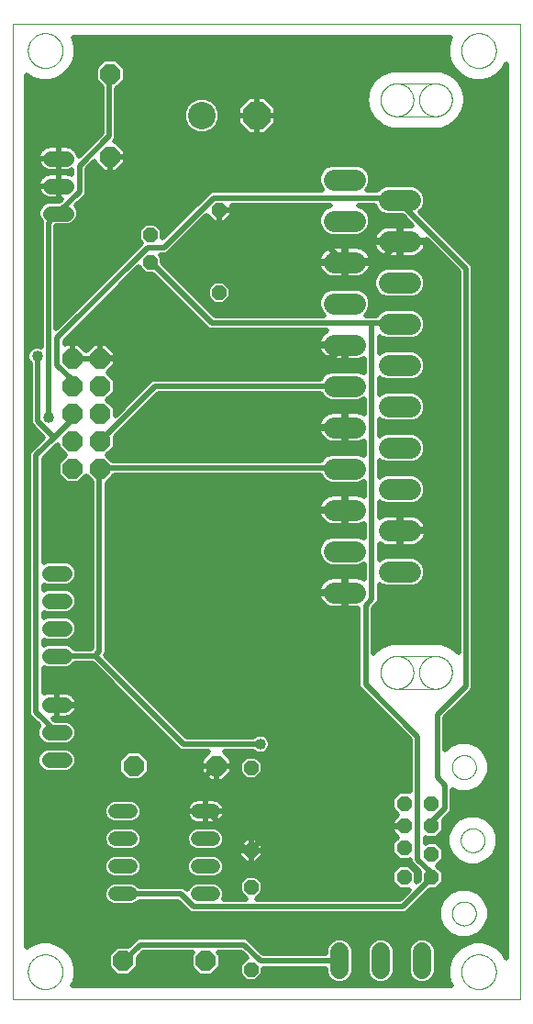
<source format=gbl>
G75*
%MOIN*%
%OFA0B0*%
%FSLAX25Y25*%
%IPPOS*%
%LPD*%
%AMOC8*
5,1,8,0,0,1.08239X$1,22.5*
%
%ADD10C,0.00000*%
%ADD11C,0.05600*%
%ADD12OC8,0.05200*%
%ADD13C,0.00009*%
%ADD14C,0.07800*%
%ADD15OC8,0.05543*%
%ADD16C,0.06600*%
%ADD17C,0.05200*%
%ADD18OC8,0.07500*%
%ADD19OC8,0.07400*%
%ADD20C,0.10000*%
%ADD21OC8,0.10000*%
%ADD22C,0.01969*%
%ADD23C,0.04000*%
D10*
X0001984Y0001000D02*
X0001984Y0355331D01*
X0186472Y0355331D01*
X0186472Y0001000D01*
X0001984Y0001000D01*
X0007496Y0011118D02*
X0007498Y0011276D01*
X0007504Y0011434D01*
X0007514Y0011592D01*
X0007528Y0011750D01*
X0007546Y0011907D01*
X0007567Y0012064D01*
X0007593Y0012220D01*
X0007623Y0012376D01*
X0007656Y0012531D01*
X0007694Y0012684D01*
X0007735Y0012837D01*
X0007780Y0012989D01*
X0007829Y0013140D01*
X0007882Y0013289D01*
X0007938Y0013437D01*
X0007998Y0013583D01*
X0008062Y0013728D01*
X0008130Y0013871D01*
X0008201Y0014013D01*
X0008275Y0014153D01*
X0008353Y0014290D01*
X0008435Y0014426D01*
X0008519Y0014560D01*
X0008608Y0014691D01*
X0008699Y0014820D01*
X0008794Y0014947D01*
X0008891Y0015072D01*
X0008992Y0015194D01*
X0009096Y0015313D01*
X0009203Y0015430D01*
X0009313Y0015544D01*
X0009426Y0015655D01*
X0009541Y0015764D01*
X0009659Y0015869D01*
X0009780Y0015971D01*
X0009903Y0016071D01*
X0010029Y0016167D01*
X0010157Y0016260D01*
X0010287Y0016350D01*
X0010420Y0016436D01*
X0010555Y0016520D01*
X0010691Y0016599D01*
X0010830Y0016676D01*
X0010971Y0016748D01*
X0011113Y0016818D01*
X0011257Y0016883D01*
X0011403Y0016945D01*
X0011550Y0017003D01*
X0011699Y0017058D01*
X0011849Y0017109D01*
X0012000Y0017156D01*
X0012152Y0017199D01*
X0012305Y0017238D01*
X0012460Y0017274D01*
X0012615Y0017305D01*
X0012771Y0017333D01*
X0012927Y0017357D01*
X0013084Y0017377D01*
X0013242Y0017393D01*
X0013399Y0017405D01*
X0013558Y0017413D01*
X0013716Y0017417D01*
X0013874Y0017417D01*
X0014032Y0017413D01*
X0014191Y0017405D01*
X0014348Y0017393D01*
X0014506Y0017377D01*
X0014663Y0017357D01*
X0014819Y0017333D01*
X0014975Y0017305D01*
X0015130Y0017274D01*
X0015285Y0017238D01*
X0015438Y0017199D01*
X0015590Y0017156D01*
X0015741Y0017109D01*
X0015891Y0017058D01*
X0016040Y0017003D01*
X0016187Y0016945D01*
X0016333Y0016883D01*
X0016477Y0016818D01*
X0016619Y0016748D01*
X0016760Y0016676D01*
X0016899Y0016599D01*
X0017035Y0016520D01*
X0017170Y0016436D01*
X0017303Y0016350D01*
X0017433Y0016260D01*
X0017561Y0016167D01*
X0017687Y0016071D01*
X0017810Y0015971D01*
X0017931Y0015869D01*
X0018049Y0015764D01*
X0018164Y0015655D01*
X0018277Y0015544D01*
X0018387Y0015430D01*
X0018494Y0015313D01*
X0018598Y0015194D01*
X0018699Y0015072D01*
X0018796Y0014947D01*
X0018891Y0014820D01*
X0018982Y0014691D01*
X0019071Y0014560D01*
X0019155Y0014426D01*
X0019237Y0014290D01*
X0019315Y0014153D01*
X0019389Y0014013D01*
X0019460Y0013871D01*
X0019528Y0013728D01*
X0019592Y0013583D01*
X0019652Y0013437D01*
X0019708Y0013289D01*
X0019761Y0013140D01*
X0019810Y0012989D01*
X0019855Y0012837D01*
X0019896Y0012684D01*
X0019934Y0012531D01*
X0019967Y0012376D01*
X0019997Y0012220D01*
X0020023Y0012064D01*
X0020044Y0011907D01*
X0020062Y0011750D01*
X0020076Y0011592D01*
X0020086Y0011434D01*
X0020092Y0011276D01*
X0020094Y0011118D01*
X0020092Y0010960D01*
X0020086Y0010802D01*
X0020076Y0010644D01*
X0020062Y0010486D01*
X0020044Y0010329D01*
X0020023Y0010172D01*
X0019997Y0010016D01*
X0019967Y0009860D01*
X0019934Y0009705D01*
X0019896Y0009552D01*
X0019855Y0009399D01*
X0019810Y0009247D01*
X0019761Y0009096D01*
X0019708Y0008947D01*
X0019652Y0008799D01*
X0019592Y0008653D01*
X0019528Y0008508D01*
X0019460Y0008365D01*
X0019389Y0008223D01*
X0019315Y0008083D01*
X0019237Y0007946D01*
X0019155Y0007810D01*
X0019071Y0007676D01*
X0018982Y0007545D01*
X0018891Y0007416D01*
X0018796Y0007289D01*
X0018699Y0007164D01*
X0018598Y0007042D01*
X0018494Y0006923D01*
X0018387Y0006806D01*
X0018277Y0006692D01*
X0018164Y0006581D01*
X0018049Y0006472D01*
X0017931Y0006367D01*
X0017810Y0006265D01*
X0017687Y0006165D01*
X0017561Y0006069D01*
X0017433Y0005976D01*
X0017303Y0005886D01*
X0017170Y0005800D01*
X0017035Y0005716D01*
X0016899Y0005637D01*
X0016760Y0005560D01*
X0016619Y0005488D01*
X0016477Y0005418D01*
X0016333Y0005353D01*
X0016187Y0005291D01*
X0016040Y0005233D01*
X0015891Y0005178D01*
X0015741Y0005127D01*
X0015590Y0005080D01*
X0015438Y0005037D01*
X0015285Y0004998D01*
X0015130Y0004962D01*
X0014975Y0004931D01*
X0014819Y0004903D01*
X0014663Y0004879D01*
X0014506Y0004859D01*
X0014348Y0004843D01*
X0014191Y0004831D01*
X0014032Y0004823D01*
X0013874Y0004819D01*
X0013716Y0004819D01*
X0013558Y0004823D01*
X0013399Y0004831D01*
X0013242Y0004843D01*
X0013084Y0004859D01*
X0012927Y0004879D01*
X0012771Y0004903D01*
X0012615Y0004931D01*
X0012460Y0004962D01*
X0012305Y0004998D01*
X0012152Y0005037D01*
X0012000Y0005080D01*
X0011849Y0005127D01*
X0011699Y0005178D01*
X0011550Y0005233D01*
X0011403Y0005291D01*
X0011257Y0005353D01*
X0011113Y0005418D01*
X0010971Y0005488D01*
X0010830Y0005560D01*
X0010691Y0005637D01*
X0010555Y0005716D01*
X0010420Y0005800D01*
X0010287Y0005886D01*
X0010157Y0005976D01*
X0010029Y0006069D01*
X0009903Y0006165D01*
X0009780Y0006265D01*
X0009659Y0006367D01*
X0009541Y0006472D01*
X0009426Y0006581D01*
X0009313Y0006692D01*
X0009203Y0006806D01*
X0009096Y0006923D01*
X0008992Y0007042D01*
X0008891Y0007164D01*
X0008794Y0007289D01*
X0008699Y0007416D01*
X0008608Y0007545D01*
X0008519Y0007676D01*
X0008435Y0007810D01*
X0008353Y0007946D01*
X0008275Y0008083D01*
X0008201Y0008223D01*
X0008130Y0008365D01*
X0008062Y0008508D01*
X0007998Y0008653D01*
X0007938Y0008799D01*
X0007882Y0008947D01*
X0007829Y0009096D01*
X0007780Y0009247D01*
X0007735Y0009399D01*
X0007694Y0009552D01*
X0007656Y0009705D01*
X0007623Y0009860D01*
X0007593Y0010016D01*
X0007567Y0010172D01*
X0007546Y0010329D01*
X0007528Y0010486D01*
X0007514Y0010644D01*
X0007504Y0010802D01*
X0007498Y0010960D01*
X0007496Y0011118D01*
X0135664Y0119874D02*
X0135666Y0120028D01*
X0135672Y0120182D01*
X0135682Y0120335D01*
X0135696Y0120488D01*
X0135714Y0120641D01*
X0135735Y0120793D01*
X0135761Y0120945D01*
X0135791Y0121096D01*
X0135824Y0121246D01*
X0135862Y0121395D01*
X0135903Y0121544D01*
X0135948Y0121691D01*
X0135997Y0121837D01*
X0136050Y0121981D01*
X0136106Y0122124D01*
X0136166Y0122266D01*
X0136230Y0122406D01*
X0136297Y0122544D01*
X0136368Y0122681D01*
X0136442Y0122816D01*
X0136520Y0122948D01*
X0136601Y0123079D01*
X0136686Y0123208D01*
X0136773Y0123334D01*
X0136864Y0123458D01*
X0136959Y0123579D01*
X0137056Y0123699D01*
X0137156Y0123815D01*
X0137260Y0123929D01*
X0137366Y0124040D01*
X0137475Y0124149D01*
X0137587Y0124254D01*
X0137702Y0124357D01*
X0137819Y0124457D01*
X0137939Y0124553D01*
X0138061Y0124647D01*
X0138185Y0124737D01*
X0138312Y0124824D01*
X0138441Y0124908D01*
X0138573Y0124988D01*
X0138706Y0125065D01*
X0138841Y0125138D01*
X0138978Y0125208D01*
X0139117Y0125275D01*
X0139257Y0125337D01*
X0139399Y0125396D01*
X0139543Y0125452D01*
X0139688Y0125504D01*
X0139834Y0125551D01*
X0139981Y0125596D01*
X0140130Y0125636D01*
X0140279Y0125672D01*
X0140430Y0125705D01*
X0140581Y0125734D01*
X0140733Y0125758D01*
X0140885Y0125779D01*
X0141038Y0125796D01*
X0141191Y0125809D01*
X0141345Y0125818D01*
X0141499Y0125823D01*
X0141652Y0125824D01*
X0141806Y0125821D01*
X0141960Y0125814D01*
X0142113Y0125803D01*
X0142267Y0125788D01*
X0142419Y0125769D01*
X0142571Y0125746D01*
X0142723Y0125720D01*
X0142874Y0125689D01*
X0143024Y0125655D01*
X0143173Y0125616D01*
X0143320Y0125574D01*
X0143467Y0125528D01*
X0143613Y0125478D01*
X0143757Y0125425D01*
X0143900Y0125367D01*
X0144041Y0125306D01*
X0144181Y0125242D01*
X0144319Y0125174D01*
X0144455Y0125102D01*
X0144589Y0125027D01*
X0144721Y0124948D01*
X0144851Y0124866D01*
X0144979Y0124781D01*
X0145105Y0124692D01*
X0145228Y0124600D01*
X0145349Y0124505D01*
X0145468Y0124407D01*
X0145584Y0124306D01*
X0145697Y0124202D01*
X0145808Y0124095D01*
X0145915Y0123985D01*
X0146020Y0123872D01*
X0146122Y0123757D01*
X0146221Y0123639D01*
X0146317Y0123519D01*
X0146410Y0123396D01*
X0146499Y0123271D01*
X0146585Y0123144D01*
X0146668Y0123014D01*
X0146748Y0122882D01*
X0146824Y0122749D01*
X0146896Y0122613D01*
X0146965Y0122475D01*
X0147031Y0122336D01*
X0147093Y0122195D01*
X0147151Y0122053D01*
X0147205Y0121909D01*
X0147256Y0121764D01*
X0147303Y0121617D01*
X0147346Y0121470D01*
X0147385Y0121321D01*
X0147421Y0121171D01*
X0147452Y0121021D01*
X0147480Y0120869D01*
X0147504Y0120717D01*
X0147524Y0120565D01*
X0147540Y0120412D01*
X0147552Y0120258D01*
X0147560Y0120105D01*
X0147564Y0119951D01*
X0147564Y0119797D01*
X0147560Y0119643D01*
X0147552Y0119490D01*
X0147540Y0119336D01*
X0147524Y0119183D01*
X0147504Y0119031D01*
X0147480Y0118879D01*
X0147452Y0118727D01*
X0147421Y0118577D01*
X0147385Y0118427D01*
X0147346Y0118278D01*
X0147303Y0118131D01*
X0147256Y0117984D01*
X0147205Y0117839D01*
X0147151Y0117695D01*
X0147093Y0117553D01*
X0147031Y0117412D01*
X0146965Y0117273D01*
X0146896Y0117135D01*
X0146824Y0116999D01*
X0146748Y0116866D01*
X0146668Y0116734D01*
X0146585Y0116604D01*
X0146499Y0116477D01*
X0146410Y0116352D01*
X0146317Y0116229D01*
X0146221Y0116109D01*
X0146122Y0115991D01*
X0146020Y0115876D01*
X0145915Y0115763D01*
X0145808Y0115653D01*
X0145697Y0115546D01*
X0145584Y0115442D01*
X0145468Y0115341D01*
X0145349Y0115243D01*
X0145228Y0115148D01*
X0145105Y0115056D01*
X0144979Y0114967D01*
X0144851Y0114882D01*
X0144721Y0114800D01*
X0144589Y0114721D01*
X0144455Y0114646D01*
X0144319Y0114574D01*
X0144181Y0114506D01*
X0144041Y0114442D01*
X0143900Y0114381D01*
X0143757Y0114323D01*
X0143613Y0114270D01*
X0143467Y0114220D01*
X0143320Y0114174D01*
X0143173Y0114132D01*
X0143024Y0114093D01*
X0142874Y0114059D01*
X0142723Y0114028D01*
X0142571Y0114002D01*
X0142419Y0113979D01*
X0142267Y0113960D01*
X0142113Y0113945D01*
X0141960Y0113934D01*
X0141806Y0113927D01*
X0141652Y0113924D01*
X0141499Y0113925D01*
X0141345Y0113930D01*
X0141191Y0113939D01*
X0141038Y0113952D01*
X0140885Y0113969D01*
X0140733Y0113990D01*
X0140581Y0114014D01*
X0140430Y0114043D01*
X0140279Y0114076D01*
X0140130Y0114112D01*
X0139981Y0114152D01*
X0139834Y0114197D01*
X0139688Y0114244D01*
X0139543Y0114296D01*
X0139399Y0114352D01*
X0139257Y0114411D01*
X0139117Y0114473D01*
X0138978Y0114540D01*
X0138841Y0114610D01*
X0138706Y0114683D01*
X0138573Y0114760D01*
X0138441Y0114840D01*
X0138312Y0114924D01*
X0138185Y0115011D01*
X0138061Y0115101D01*
X0137939Y0115195D01*
X0137819Y0115291D01*
X0137702Y0115391D01*
X0137587Y0115494D01*
X0137475Y0115599D01*
X0137366Y0115708D01*
X0137260Y0115819D01*
X0137156Y0115933D01*
X0137056Y0116049D01*
X0136959Y0116169D01*
X0136864Y0116290D01*
X0136773Y0116414D01*
X0136686Y0116540D01*
X0136601Y0116669D01*
X0136520Y0116800D01*
X0136442Y0116932D01*
X0136368Y0117067D01*
X0136297Y0117204D01*
X0136230Y0117342D01*
X0136166Y0117482D01*
X0136106Y0117624D01*
X0136050Y0117767D01*
X0135997Y0117911D01*
X0135948Y0118057D01*
X0135903Y0118204D01*
X0135862Y0118353D01*
X0135824Y0118502D01*
X0135791Y0118652D01*
X0135761Y0118803D01*
X0135735Y0118955D01*
X0135714Y0119107D01*
X0135696Y0119260D01*
X0135682Y0119413D01*
X0135672Y0119566D01*
X0135666Y0119720D01*
X0135664Y0119874D01*
X0141614Y0125874D02*
X0141461Y0125872D01*
X0141308Y0125866D01*
X0141155Y0125856D01*
X0141002Y0125843D01*
X0140850Y0125825D01*
X0140698Y0125804D01*
X0140547Y0125778D01*
X0140397Y0125749D01*
X0140247Y0125716D01*
X0140098Y0125679D01*
X0139950Y0125639D01*
X0139804Y0125594D01*
X0139658Y0125546D01*
X0139514Y0125494D01*
X0139371Y0125439D01*
X0139230Y0125380D01*
X0139090Y0125317D01*
X0138952Y0125251D01*
X0138815Y0125181D01*
X0138681Y0125108D01*
X0138548Y0125031D01*
X0138417Y0124951D01*
X0138289Y0124868D01*
X0138162Y0124782D01*
X0138038Y0124692D01*
X0137916Y0124599D01*
X0137797Y0124503D01*
X0137680Y0124404D01*
X0137565Y0124302D01*
X0137453Y0124197D01*
X0137344Y0124089D01*
X0137238Y0123979D01*
X0137135Y0123866D01*
X0137034Y0123750D01*
X0136937Y0123632D01*
X0136842Y0123511D01*
X0136751Y0123388D01*
X0136663Y0123263D01*
X0136578Y0123135D01*
X0136496Y0123006D01*
X0136418Y0122874D01*
X0136343Y0122740D01*
X0136271Y0122605D01*
X0136203Y0122467D01*
X0136139Y0122328D01*
X0136078Y0122188D01*
X0136021Y0122046D01*
X0135967Y0121902D01*
X0135917Y0121757D01*
X0135871Y0121611D01*
X0135828Y0121464D01*
X0135790Y0121316D01*
X0135755Y0121166D01*
X0135724Y0121016D01*
X0135696Y0120866D01*
X0135673Y0120714D01*
X0135654Y0120562D01*
X0135638Y0120410D01*
X0135626Y0120257D01*
X0135618Y0120104D01*
X0135614Y0119951D01*
X0135614Y0119797D01*
X0135618Y0119644D01*
X0135626Y0119491D01*
X0135638Y0119338D01*
X0135654Y0119186D01*
X0135673Y0119034D01*
X0135696Y0118882D01*
X0135724Y0118732D01*
X0135755Y0118582D01*
X0135790Y0118432D01*
X0135828Y0118284D01*
X0135871Y0118137D01*
X0135917Y0117991D01*
X0135967Y0117846D01*
X0136021Y0117702D01*
X0136078Y0117560D01*
X0136139Y0117420D01*
X0136203Y0117281D01*
X0136271Y0117143D01*
X0136343Y0117008D01*
X0136418Y0116874D01*
X0136496Y0116742D01*
X0136578Y0116613D01*
X0136663Y0116485D01*
X0136751Y0116360D01*
X0136842Y0116237D01*
X0136937Y0116116D01*
X0137034Y0115998D01*
X0137135Y0115882D01*
X0137238Y0115769D01*
X0137344Y0115659D01*
X0137453Y0115551D01*
X0137565Y0115446D01*
X0137680Y0115344D01*
X0137797Y0115245D01*
X0137916Y0115149D01*
X0138038Y0115056D01*
X0138162Y0114966D01*
X0138289Y0114880D01*
X0138417Y0114797D01*
X0138548Y0114717D01*
X0138681Y0114640D01*
X0138815Y0114567D01*
X0138952Y0114497D01*
X0139090Y0114431D01*
X0139230Y0114368D01*
X0139371Y0114309D01*
X0139514Y0114254D01*
X0139658Y0114202D01*
X0139804Y0114154D01*
X0139950Y0114109D01*
X0140098Y0114069D01*
X0140247Y0114032D01*
X0140397Y0113999D01*
X0140547Y0113970D01*
X0140698Y0113944D01*
X0140850Y0113923D01*
X0141002Y0113905D01*
X0141155Y0113892D01*
X0141308Y0113882D01*
X0141461Y0113876D01*
X0141614Y0113874D01*
X0149664Y0119874D02*
X0149666Y0120028D01*
X0149672Y0120182D01*
X0149682Y0120335D01*
X0149696Y0120488D01*
X0149714Y0120641D01*
X0149735Y0120793D01*
X0149761Y0120945D01*
X0149791Y0121096D01*
X0149824Y0121246D01*
X0149862Y0121395D01*
X0149903Y0121544D01*
X0149948Y0121691D01*
X0149997Y0121837D01*
X0150050Y0121981D01*
X0150106Y0122124D01*
X0150166Y0122266D01*
X0150230Y0122406D01*
X0150297Y0122544D01*
X0150368Y0122681D01*
X0150442Y0122816D01*
X0150520Y0122948D01*
X0150601Y0123079D01*
X0150686Y0123208D01*
X0150773Y0123334D01*
X0150864Y0123458D01*
X0150959Y0123579D01*
X0151056Y0123699D01*
X0151156Y0123815D01*
X0151260Y0123929D01*
X0151366Y0124040D01*
X0151475Y0124149D01*
X0151587Y0124254D01*
X0151702Y0124357D01*
X0151819Y0124457D01*
X0151939Y0124553D01*
X0152061Y0124647D01*
X0152185Y0124737D01*
X0152312Y0124824D01*
X0152441Y0124908D01*
X0152573Y0124988D01*
X0152706Y0125065D01*
X0152841Y0125138D01*
X0152978Y0125208D01*
X0153117Y0125275D01*
X0153257Y0125337D01*
X0153399Y0125396D01*
X0153543Y0125452D01*
X0153688Y0125504D01*
X0153834Y0125551D01*
X0153981Y0125596D01*
X0154130Y0125636D01*
X0154279Y0125672D01*
X0154430Y0125705D01*
X0154581Y0125734D01*
X0154733Y0125758D01*
X0154885Y0125779D01*
X0155038Y0125796D01*
X0155191Y0125809D01*
X0155345Y0125818D01*
X0155499Y0125823D01*
X0155652Y0125824D01*
X0155806Y0125821D01*
X0155960Y0125814D01*
X0156113Y0125803D01*
X0156267Y0125788D01*
X0156419Y0125769D01*
X0156571Y0125746D01*
X0156723Y0125720D01*
X0156874Y0125689D01*
X0157024Y0125655D01*
X0157173Y0125616D01*
X0157320Y0125574D01*
X0157467Y0125528D01*
X0157613Y0125478D01*
X0157757Y0125425D01*
X0157900Y0125367D01*
X0158041Y0125306D01*
X0158181Y0125242D01*
X0158319Y0125174D01*
X0158455Y0125102D01*
X0158589Y0125027D01*
X0158721Y0124948D01*
X0158851Y0124866D01*
X0158979Y0124781D01*
X0159105Y0124692D01*
X0159228Y0124600D01*
X0159349Y0124505D01*
X0159468Y0124407D01*
X0159584Y0124306D01*
X0159697Y0124202D01*
X0159808Y0124095D01*
X0159915Y0123985D01*
X0160020Y0123872D01*
X0160122Y0123757D01*
X0160221Y0123639D01*
X0160317Y0123519D01*
X0160410Y0123396D01*
X0160499Y0123271D01*
X0160585Y0123144D01*
X0160668Y0123014D01*
X0160748Y0122882D01*
X0160824Y0122749D01*
X0160896Y0122613D01*
X0160965Y0122475D01*
X0161031Y0122336D01*
X0161093Y0122195D01*
X0161151Y0122053D01*
X0161205Y0121909D01*
X0161256Y0121764D01*
X0161303Y0121617D01*
X0161346Y0121470D01*
X0161385Y0121321D01*
X0161421Y0121171D01*
X0161452Y0121021D01*
X0161480Y0120869D01*
X0161504Y0120717D01*
X0161524Y0120565D01*
X0161540Y0120412D01*
X0161552Y0120258D01*
X0161560Y0120105D01*
X0161564Y0119951D01*
X0161564Y0119797D01*
X0161560Y0119643D01*
X0161552Y0119490D01*
X0161540Y0119336D01*
X0161524Y0119183D01*
X0161504Y0119031D01*
X0161480Y0118879D01*
X0161452Y0118727D01*
X0161421Y0118577D01*
X0161385Y0118427D01*
X0161346Y0118278D01*
X0161303Y0118131D01*
X0161256Y0117984D01*
X0161205Y0117839D01*
X0161151Y0117695D01*
X0161093Y0117553D01*
X0161031Y0117412D01*
X0160965Y0117273D01*
X0160896Y0117135D01*
X0160824Y0116999D01*
X0160748Y0116866D01*
X0160668Y0116734D01*
X0160585Y0116604D01*
X0160499Y0116477D01*
X0160410Y0116352D01*
X0160317Y0116229D01*
X0160221Y0116109D01*
X0160122Y0115991D01*
X0160020Y0115876D01*
X0159915Y0115763D01*
X0159808Y0115653D01*
X0159697Y0115546D01*
X0159584Y0115442D01*
X0159468Y0115341D01*
X0159349Y0115243D01*
X0159228Y0115148D01*
X0159105Y0115056D01*
X0158979Y0114967D01*
X0158851Y0114882D01*
X0158721Y0114800D01*
X0158589Y0114721D01*
X0158455Y0114646D01*
X0158319Y0114574D01*
X0158181Y0114506D01*
X0158041Y0114442D01*
X0157900Y0114381D01*
X0157757Y0114323D01*
X0157613Y0114270D01*
X0157467Y0114220D01*
X0157320Y0114174D01*
X0157173Y0114132D01*
X0157024Y0114093D01*
X0156874Y0114059D01*
X0156723Y0114028D01*
X0156571Y0114002D01*
X0156419Y0113979D01*
X0156267Y0113960D01*
X0156113Y0113945D01*
X0155960Y0113934D01*
X0155806Y0113927D01*
X0155652Y0113924D01*
X0155499Y0113925D01*
X0155345Y0113930D01*
X0155191Y0113939D01*
X0155038Y0113952D01*
X0154885Y0113969D01*
X0154733Y0113990D01*
X0154581Y0114014D01*
X0154430Y0114043D01*
X0154279Y0114076D01*
X0154130Y0114112D01*
X0153981Y0114152D01*
X0153834Y0114197D01*
X0153688Y0114244D01*
X0153543Y0114296D01*
X0153399Y0114352D01*
X0153257Y0114411D01*
X0153117Y0114473D01*
X0152978Y0114540D01*
X0152841Y0114610D01*
X0152706Y0114683D01*
X0152573Y0114760D01*
X0152441Y0114840D01*
X0152312Y0114924D01*
X0152185Y0115011D01*
X0152061Y0115101D01*
X0151939Y0115195D01*
X0151819Y0115291D01*
X0151702Y0115391D01*
X0151587Y0115494D01*
X0151475Y0115599D01*
X0151366Y0115708D01*
X0151260Y0115819D01*
X0151156Y0115933D01*
X0151056Y0116049D01*
X0150959Y0116169D01*
X0150864Y0116290D01*
X0150773Y0116414D01*
X0150686Y0116540D01*
X0150601Y0116669D01*
X0150520Y0116800D01*
X0150442Y0116932D01*
X0150368Y0117067D01*
X0150297Y0117204D01*
X0150230Y0117342D01*
X0150166Y0117482D01*
X0150106Y0117624D01*
X0150050Y0117767D01*
X0149997Y0117911D01*
X0149948Y0118057D01*
X0149903Y0118204D01*
X0149862Y0118353D01*
X0149824Y0118502D01*
X0149791Y0118652D01*
X0149761Y0118803D01*
X0149735Y0118955D01*
X0149714Y0119107D01*
X0149696Y0119260D01*
X0149682Y0119413D01*
X0149672Y0119566D01*
X0149666Y0119720D01*
X0149664Y0119874D01*
X0155614Y0113874D02*
X0155767Y0113876D01*
X0155920Y0113882D01*
X0156073Y0113892D01*
X0156226Y0113905D01*
X0156378Y0113923D01*
X0156530Y0113944D01*
X0156681Y0113970D01*
X0156831Y0113999D01*
X0156981Y0114032D01*
X0157130Y0114069D01*
X0157278Y0114109D01*
X0157424Y0114154D01*
X0157570Y0114202D01*
X0157714Y0114254D01*
X0157857Y0114309D01*
X0157998Y0114368D01*
X0158138Y0114431D01*
X0158276Y0114497D01*
X0158413Y0114567D01*
X0158547Y0114640D01*
X0158680Y0114717D01*
X0158811Y0114797D01*
X0158939Y0114880D01*
X0159066Y0114966D01*
X0159190Y0115056D01*
X0159312Y0115149D01*
X0159431Y0115245D01*
X0159548Y0115344D01*
X0159663Y0115446D01*
X0159775Y0115551D01*
X0159884Y0115659D01*
X0159990Y0115769D01*
X0160093Y0115882D01*
X0160194Y0115998D01*
X0160291Y0116116D01*
X0160386Y0116237D01*
X0160477Y0116360D01*
X0160565Y0116485D01*
X0160650Y0116613D01*
X0160732Y0116742D01*
X0160810Y0116874D01*
X0160885Y0117008D01*
X0160957Y0117143D01*
X0161025Y0117281D01*
X0161089Y0117420D01*
X0161150Y0117560D01*
X0161207Y0117702D01*
X0161261Y0117846D01*
X0161311Y0117991D01*
X0161357Y0118137D01*
X0161400Y0118284D01*
X0161438Y0118432D01*
X0161473Y0118582D01*
X0161504Y0118732D01*
X0161532Y0118882D01*
X0161555Y0119034D01*
X0161574Y0119186D01*
X0161590Y0119338D01*
X0161602Y0119491D01*
X0161610Y0119644D01*
X0161614Y0119797D01*
X0161614Y0119951D01*
X0161610Y0120104D01*
X0161602Y0120257D01*
X0161590Y0120410D01*
X0161574Y0120562D01*
X0161555Y0120714D01*
X0161532Y0120866D01*
X0161504Y0121016D01*
X0161473Y0121166D01*
X0161438Y0121316D01*
X0161400Y0121464D01*
X0161357Y0121611D01*
X0161311Y0121757D01*
X0161261Y0121902D01*
X0161207Y0122046D01*
X0161150Y0122188D01*
X0161089Y0122328D01*
X0161025Y0122467D01*
X0160957Y0122605D01*
X0160885Y0122740D01*
X0160810Y0122874D01*
X0160732Y0123006D01*
X0160650Y0123135D01*
X0160565Y0123263D01*
X0160477Y0123388D01*
X0160386Y0123511D01*
X0160291Y0123632D01*
X0160194Y0123750D01*
X0160093Y0123866D01*
X0159990Y0123979D01*
X0159884Y0124089D01*
X0159775Y0124197D01*
X0159663Y0124302D01*
X0159548Y0124404D01*
X0159431Y0124503D01*
X0159312Y0124599D01*
X0159190Y0124692D01*
X0159066Y0124782D01*
X0158939Y0124868D01*
X0158811Y0124951D01*
X0158680Y0125031D01*
X0158547Y0125108D01*
X0158413Y0125181D01*
X0158276Y0125251D01*
X0158138Y0125317D01*
X0157998Y0125380D01*
X0157857Y0125439D01*
X0157714Y0125494D01*
X0157570Y0125546D01*
X0157424Y0125594D01*
X0157278Y0125639D01*
X0157130Y0125679D01*
X0156981Y0125716D01*
X0156831Y0125749D01*
X0156681Y0125778D01*
X0156530Y0125804D01*
X0156378Y0125825D01*
X0156226Y0125843D01*
X0156073Y0125856D01*
X0155920Y0125866D01*
X0155767Y0125872D01*
X0155614Y0125874D01*
X0161630Y0085449D02*
X0161632Y0085580D01*
X0161638Y0085712D01*
X0161648Y0085843D01*
X0161662Y0085974D01*
X0161680Y0086104D01*
X0161702Y0086233D01*
X0161727Y0086362D01*
X0161757Y0086490D01*
X0161791Y0086617D01*
X0161828Y0086744D01*
X0161869Y0086868D01*
X0161914Y0086992D01*
X0161963Y0087114D01*
X0162015Y0087235D01*
X0162071Y0087353D01*
X0162131Y0087471D01*
X0162194Y0087586D01*
X0162261Y0087699D01*
X0162331Y0087811D01*
X0162404Y0087920D01*
X0162480Y0088026D01*
X0162560Y0088131D01*
X0162643Y0088233D01*
X0162729Y0088332D01*
X0162818Y0088429D01*
X0162910Y0088523D01*
X0163005Y0088614D01*
X0163102Y0088703D01*
X0163202Y0088788D01*
X0163305Y0088870D01*
X0163410Y0088949D01*
X0163517Y0089025D01*
X0163627Y0089097D01*
X0163739Y0089166D01*
X0163853Y0089232D01*
X0163968Y0089294D01*
X0164086Y0089353D01*
X0164205Y0089408D01*
X0164326Y0089460D01*
X0164449Y0089507D01*
X0164573Y0089551D01*
X0164698Y0089592D01*
X0164824Y0089628D01*
X0164952Y0089661D01*
X0165080Y0089689D01*
X0165209Y0089714D01*
X0165339Y0089735D01*
X0165469Y0089752D01*
X0165600Y0089765D01*
X0165731Y0089774D01*
X0165862Y0089779D01*
X0165994Y0089780D01*
X0166125Y0089777D01*
X0166257Y0089770D01*
X0166388Y0089759D01*
X0166518Y0089744D01*
X0166648Y0089725D01*
X0166778Y0089702D01*
X0166906Y0089676D01*
X0167034Y0089645D01*
X0167161Y0089610D01*
X0167287Y0089572D01*
X0167411Y0089530D01*
X0167535Y0089484D01*
X0167656Y0089434D01*
X0167776Y0089381D01*
X0167895Y0089324D01*
X0168012Y0089264D01*
X0168126Y0089200D01*
X0168239Y0089132D01*
X0168350Y0089061D01*
X0168459Y0088987D01*
X0168565Y0088910D01*
X0168669Y0088829D01*
X0168770Y0088746D01*
X0168869Y0088659D01*
X0168965Y0088569D01*
X0169058Y0088476D01*
X0169149Y0088381D01*
X0169236Y0088283D01*
X0169321Y0088182D01*
X0169402Y0088079D01*
X0169480Y0087973D01*
X0169555Y0087865D01*
X0169627Y0087755D01*
X0169695Y0087643D01*
X0169760Y0087529D01*
X0169821Y0087412D01*
X0169879Y0087294D01*
X0169933Y0087174D01*
X0169984Y0087053D01*
X0170031Y0086930D01*
X0170074Y0086806D01*
X0170113Y0086681D01*
X0170149Y0086554D01*
X0170180Y0086426D01*
X0170208Y0086298D01*
X0170232Y0086169D01*
X0170252Y0086039D01*
X0170268Y0085908D01*
X0170280Y0085777D01*
X0170288Y0085646D01*
X0170292Y0085515D01*
X0170292Y0085383D01*
X0170288Y0085252D01*
X0170280Y0085121D01*
X0170268Y0084990D01*
X0170252Y0084859D01*
X0170232Y0084729D01*
X0170208Y0084600D01*
X0170180Y0084472D01*
X0170149Y0084344D01*
X0170113Y0084217D01*
X0170074Y0084092D01*
X0170031Y0083968D01*
X0169984Y0083845D01*
X0169933Y0083724D01*
X0169879Y0083604D01*
X0169821Y0083486D01*
X0169760Y0083369D01*
X0169695Y0083255D01*
X0169627Y0083143D01*
X0169555Y0083033D01*
X0169480Y0082925D01*
X0169402Y0082819D01*
X0169321Y0082716D01*
X0169236Y0082615D01*
X0169149Y0082517D01*
X0169058Y0082422D01*
X0168965Y0082329D01*
X0168869Y0082239D01*
X0168770Y0082152D01*
X0168669Y0082069D01*
X0168565Y0081988D01*
X0168459Y0081911D01*
X0168350Y0081837D01*
X0168239Y0081766D01*
X0168127Y0081698D01*
X0168012Y0081634D01*
X0167895Y0081574D01*
X0167776Y0081517D01*
X0167656Y0081464D01*
X0167535Y0081414D01*
X0167411Y0081368D01*
X0167287Y0081326D01*
X0167161Y0081288D01*
X0167034Y0081253D01*
X0166906Y0081222D01*
X0166778Y0081196D01*
X0166648Y0081173D01*
X0166518Y0081154D01*
X0166388Y0081139D01*
X0166257Y0081128D01*
X0166125Y0081121D01*
X0165994Y0081118D01*
X0165862Y0081119D01*
X0165731Y0081124D01*
X0165600Y0081133D01*
X0165469Y0081146D01*
X0165339Y0081163D01*
X0165209Y0081184D01*
X0165080Y0081209D01*
X0164952Y0081237D01*
X0164824Y0081270D01*
X0164698Y0081306D01*
X0164573Y0081347D01*
X0164449Y0081391D01*
X0164326Y0081438D01*
X0164205Y0081490D01*
X0164086Y0081545D01*
X0163968Y0081604D01*
X0163853Y0081666D01*
X0163739Y0081732D01*
X0163627Y0081801D01*
X0163517Y0081873D01*
X0163410Y0081949D01*
X0163305Y0082028D01*
X0163202Y0082110D01*
X0163102Y0082195D01*
X0163005Y0082284D01*
X0162910Y0082375D01*
X0162818Y0082469D01*
X0162729Y0082566D01*
X0162643Y0082665D01*
X0162560Y0082767D01*
X0162480Y0082872D01*
X0162404Y0082978D01*
X0162331Y0083087D01*
X0162261Y0083199D01*
X0162194Y0083312D01*
X0162131Y0083427D01*
X0162071Y0083545D01*
X0162015Y0083663D01*
X0161963Y0083784D01*
X0161914Y0083906D01*
X0161869Y0084030D01*
X0161828Y0084154D01*
X0161791Y0084281D01*
X0161757Y0084408D01*
X0161727Y0084536D01*
X0161702Y0084665D01*
X0161680Y0084794D01*
X0161662Y0084924D01*
X0161648Y0085055D01*
X0161638Y0085186D01*
X0161632Y0085318D01*
X0161630Y0085449D01*
X0164779Y0058874D02*
X0164781Y0059005D01*
X0164787Y0059137D01*
X0164797Y0059268D01*
X0164811Y0059399D01*
X0164829Y0059529D01*
X0164851Y0059658D01*
X0164876Y0059787D01*
X0164906Y0059915D01*
X0164940Y0060042D01*
X0164977Y0060169D01*
X0165018Y0060293D01*
X0165063Y0060417D01*
X0165112Y0060539D01*
X0165164Y0060660D01*
X0165220Y0060778D01*
X0165280Y0060896D01*
X0165343Y0061011D01*
X0165410Y0061124D01*
X0165480Y0061236D01*
X0165553Y0061345D01*
X0165629Y0061451D01*
X0165709Y0061556D01*
X0165792Y0061658D01*
X0165878Y0061757D01*
X0165967Y0061854D01*
X0166059Y0061948D01*
X0166154Y0062039D01*
X0166251Y0062128D01*
X0166351Y0062213D01*
X0166454Y0062295D01*
X0166559Y0062374D01*
X0166666Y0062450D01*
X0166776Y0062522D01*
X0166888Y0062591D01*
X0167002Y0062657D01*
X0167117Y0062719D01*
X0167235Y0062778D01*
X0167354Y0062833D01*
X0167475Y0062885D01*
X0167598Y0062932D01*
X0167722Y0062976D01*
X0167847Y0063017D01*
X0167973Y0063053D01*
X0168101Y0063086D01*
X0168229Y0063114D01*
X0168358Y0063139D01*
X0168488Y0063160D01*
X0168618Y0063177D01*
X0168749Y0063190D01*
X0168880Y0063199D01*
X0169011Y0063204D01*
X0169143Y0063205D01*
X0169274Y0063202D01*
X0169406Y0063195D01*
X0169537Y0063184D01*
X0169667Y0063169D01*
X0169797Y0063150D01*
X0169927Y0063127D01*
X0170055Y0063101D01*
X0170183Y0063070D01*
X0170310Y0063035D01*
X0170436Y0062997D01*
X0170560Y0062955D01*
X0170684Y0062909D01*
X0170805Y0062859D01*
X0170925Y0062806D01*
X0171044Y0062749D01*
X0171161Y0062689D01*
X0171275Y0062625D01*
X0171388Y0062557D01*
X0171499Y0062486D01*
X0171608Y0062412D01*
X0171714Y0062335D01*
X0171818Y0062254D01*
X0171919Y0062171D01*
X0172018Y0062084D01*
X0172114Y0061994D01*
X0172207Y0061901D01*
X0172298Y0061806D01*
X0172385Y0061708D01*
X0172470Y0061607D01*
X0172551Y0061504D01*
X0172629Y0061398D01*
X0172704Y0061290D01*
X0172776Y0061180D01*
X0172844Y0061068D01*
X0172909Y0060954D01*
X0172970Y0060837D01*
X0173028Y0060719D01*
X0173082Y0060599D01*
X0173133Y0060478D01*
X0173180Y0060355D01*
X0173223Y0060231D01*
X0173262Y0060106D01*
X0173298Y0059979D01*
X0173329Y0059851D01*
X0173357Y0059723D01*
X0173381Y0059594D01*
X0173401Y0059464D01*
X0173417Y0059333D01*
X0173429Y0059202D01*
X0173437Y0059071D01*
X0173441Y0058940D01*
X0173441Y0058808D01*
X0173437Y0058677D01*
X0173429Y0058546D01*
X0173417Y0058415D01*
X0173401Y0058284D01*
X0173381Y0058154D01*
X0173357Y0058025D01*
X0173329Y0057897D01*
X0173298Y0057769D01*
X0173262Y0057642D01*
X0173223Y0057517D01*
X0173180Y0057393D01*
X0173133Y0057270D01*
X0173082Y0057149D01*
X0173028Y0057029D01*
X0172970Y0056911D01*
X0172909Y0056794D01*
X0172844Y0056680D01*
X0172776Y0056568D01*
X0172704Y0056458D01*
X0172629Y0056350D01*
X0172551Y0056244D01*
X0172470Y0056141D01*
X0172385Y0056040D01*
X0172298Y0055942D01*
X0172207Y0055847D01*
X0172114Y0055754D01*
X0172018Y0055664D01*
X0171919Y0055577D01*
X0171818Y0055494D01*
X0171714Y0055413D01*
X0171608Y0055336D01*
X0171499Y0055262D01*
X0171388Y0055191D01*
X0171276Y0055123D01*
X0171161Y0055059D01*
X0171044Y0054999D01*
X0170925Y0054942D01*
X0170805Y0054889D01*
X0170684Y0054839D01*
X0170560Y0054793D01*
X0170436Y0054751D01*
X0170310Y0054713D01*
X0170183Y0054678D01*
X0170055Y0054647D01*
X0169927Y0054621D01*
X0169797Y0054598D01*
X0169667Y0054579D01*
X0169537Y0054564D01*
X0169406Y0054553D01*
X0169274Y0054546D01*
X0169143Y0054543D01*
X0169011Y0054544D01*
X0168880Y0054549D01*
X0168749Y0054558D01*
X0168618Y0054571D01*
X0168488Y0054588D01*
X0168358Y0054609D01*
X0168229Y0054634D01*
X0168101Y0054662D01*
X0167973Y0054695D01*
X0167847Y0054731D01*
X0167722Y0054772D01*
X0167598Y0054816D01*
X0167475Y0054863D01*
X0167354Y0054915D01*
X0167235Y0054970D01*
X0167117Y0055029D01*
X0167002Y0055091D01*
X0166888Y0055157D01*
X0166776Y0055226D01*
X0166666Y0055298D01*
X0166559Y0055374D01*
X0166454Y0055453D01*
X0166351Y0055535D01*
X0166251Y0055620D01*
X0166154Y0055709D01*
X0166059Y0055800D01*
X0165967Y0055894D01*
X0165878Y0055991D01*
X0165792Y0056090D01*
X0165709Y0056192D01*
X0165629Y0056297D01*
X0165553Y0056403D01*
X0165480Y0056512D01*
X0165410Y0056624D01*
X0165343Y0056737D01*
X0165280Y0056852D01*
X0165220Y0056970D01*
X0165164Y0057088D01*
X0165112Y0057209D01*
X0165063Y0057331D01*
X0165018Y0057455D01*
X0164977Y0057579D01*
X0164940Y0057706D01*
X0164906Y0057833D01*
X0164876Y0057961D01*
X0164851Y0058090D01*
X0164829Y0058219D01*
X0164811Y0058349D01*
X0164797Y0058480D01*
X0164787Y0058611D01*
X0164781Y0058743D01*
X0164779Y0058874D01*
X0161630Y0032299D02*
X0161632Y0032430D01*
X0161638Y0032562D01*
X0161648Y0032693D01*
X0161662Y0032824D01*
X0161680Y0032954D01*
X0161702Y0033083D01*
X0161727Y0033212D01*
X0161757Y0033340D01*
X0161791Y0033467D01*
X0161828Y0033594D01*
X0161869Y0033718D01*
X0161914Y0033842D01*
X0161963Y0033964D01*
X0162015Y0034085D01*
X0162071Y0034203D01*
X0162131Y0034321D01*
X0162194Y0034436D01*
X0162261Y0034549D01*
X0162331Y0034661D01*
X0162404Y0034770D01*
X0162480Y0034876D01*
X0162560Y0034981D01*
X0162643Y0035083D01*
X0162729Y0035182D01*
X0162818Y0035279D01*
X0162910Y0035373D01*
X0163005Y0035464D01*
X0163102Y0035553D01*
X0163202Y0035638D01*
X0163305Y0035720D01*
X0163410Y0035799D01*
X0163517Y0035875D01*
X0163627Y0035947D01*
X0163739Y0036016D01*
X0163853Y0036082D01*
X0163968Y0036144D01*
X0164086Y0036203D01*
X0164205Y0036258D01*
X0164326Y0036310D01*
X0164449Y0036357D01*
X0164573Y0036401D01*
X0164698Y0036442D01*
X0164824Y0036478D01*
X0164952Y0036511D01*
X0165080Y0036539D01*
X0165209Y0036564D01*
X0165339Y0036585D01*
X0165469Y0036602D01*
X0165600Y0036615D01*
X0165731Y0036624D01*
X0165862Y0036629D01*
X0165994Y0036630D01*
X0166125Y0036627D01*
X0166257Y0036620D01*
X0166388Y0036609D01*
X0166518Y0036594D01*
X0166648Y0036575D01*
X0166778Y0036552D01*
X0166906Y0036526D01*
X0167034Y0036495D01*
X0167161Y0036460D01*
X0167287Y0036422D01*
X0167411Y0036380D01*
X0167535Y0036334D01*
X0167656Y0036284D01*
X0167776Y0036231D01*
X0167895Y0036174D01*
X0168012Y0036114D01*
X0168126Y0036050D01*
X0168239Y0035982D01*
X0168350Y0035911D01*
X0168459Y0035837D01*
X0168565Y0035760D01*
X0168669Y0035679D01*
X0168770Y0035596D01*
X0168869Y0035509D01*
X0168965Y0035419D01*
X0169058Y0035326D01*
X0169149Y0035231D01*
X0169236Y0035133D01*
X0169321Y0035032D01*
X0169402Y0034929D01*
X0169480Y0034823D01*
X0169555Y0034715D01*
X0169627Y0034605D01*
X0169695Y0034493D01*
X0169760Y0034379D01*
X0169821Y0034262D01*
X0169879Y0034144D01*
X0169933Y0034024D01*
X0169984Y0033903D01*
X0170031Y0033780D01*
X0170074Y0033656D01*
X0170113Y0033531D01*
X0170149Y0033404D01*
X0170180Y0033276D01*
X0170208Y0033148D01*
X0170232Y0033019D01*
X0170252Y0032889D01*
X0170268Y0032758D01*
X0170280Y0032627D01*
X0170288Y0032496D01*
X0170292Y0032365D01*
X0170292Y0032233D01*
X0170288Y0032102D01*
X0170280Y0031971D01*
X0170268Y0031840D01*
X0170252Y0031709D01*
X0170232Y0031579D01*
X0170208Y0031450D01*
X0170180Y0031322D01*
X0170149Y0031194D01*
X0170113Y0031067D01*
X0170074Y0030942D01*
X0170031Y0030818D01*
X0169984Y0030695D01*
X0169933Y0030574D01*
X0169879Y0030454D01*
X0169821Y0030336D01*
X0169760Y0030219D01*
X0169695Y0030105D01*
X0169627Y0029993D01*
X0169555Y0029883D01*
X0169480Y0029775D01*
X0169402Y0029669D01*
X0169321Y0029566D01*
X0169236Y0029465D01*
X0169149Y0029367D01*
X0169058Y0029272D01*
X0168965Y0029179D01*
X0168869Y0029089D01*
X0168770Y0029002D01*
X0168669Y0028919D01*
X0168565Y0028838D01*
X0168459Y0028761D01*
X0168350Y0028687D01*
X0168239Y0028616D01*
X0168127Y0028548D01*
X0168012Y0028484D01*
X0167895Y0028424D01*
X0167776Y0028367D01*
X0167656Y0028314D01*
X0167535Y0028264D01*
X0167411Y0028218D01*
X0167287Y0028176D01*
X0167161Y0028138D01*
X0167034Y0028103D01*
X0166906Y0028072D01*
X0166778Y0028046D01*
X0166648Y0028023D01*
X0166518Y0028004D01*
X0166388Y0027989D01*
X0166257Y0027978D01*
X0166125Y0027971D01*
X0165994Y0027968D01*
X0165862Y0027969D01*
X0165731Y0027974D01*
X0165600Y0027983D01*
X0165469Y0027996D01*
X0165339Y0028013D01*
X0165209Y0028034D01*
X0165080Y0028059D01*
X0164952Y0028087D01*
X0164824Y0028120D01*
X0164698Y0028156D01*
X0164573Y0028197D01*
X0164449Y0028241D01*
X0164326Y0028288D01*
X0164205Y0028340D01*
X0164086Y0028395D01*
X0163968Y0028454D01*
X0163853Y0028516D01*
X0163739Y0028582D01*
X0163627Y0028651D01*
X0163517Y0028723D01*
X0163410Y0028799D01*
X0163305Y0028878D01*
X0163202Y0028960D01*
X0163102Y0029045D01*
X0163005Y0029134D01*
X0162910Y0029225D01*
X0162818Y0029319D01*
X0162729Y0029416D01*
X0162643Y0029515D01*
X0162560Y0029617D01*
X0162480Y0029722D01*
X0162404Y0029828D01*
X0162331Y0029937D01*
X0162261Y0030049D01*
X0162194Y0030162D01*
X0162131Y0030277D01*
X0162071Y0030395D01*
X0162015Y0030513D01*
X0161963Y0030634D01*
X0161914Y0030756D01*
X0161869Y0030880D01*
X0161828Y0031004D01*
X0161791Y0031131D01*
X0161757Y0031258D01*
X0161727Y0031386D01*
X0161702Y0031515D01*
X0161680Y0031644D01*
X0161662Y0031774D01*
X0161648Y0031905D01*
X0161638Y0032036D01*
X0161632Y0032168D01*
X0161630Y0032299D01*
X0164977Y0011118D02*
X0164979Y0011276D01*
X0164985Y0011434D01*
X0164995Y0011592D01*
X0165009Y0011750D01*
X0165027Y0011907D01*
X0165048Y0012064D01*
X0165074Y0012220D01*
X0165104Y0012376D01*
X0165137Y0012531D01*
X0165175Y0012684D01*
X0165216Y0012837D01*
X0165261Y0012989D01*
X0165310Y0013140D01*
X0165363Y0013289D01*
X0165419Y0013437D01*
X0165479Y0013583D01*
X0165543Y0013728D01*
X0165611Y0013871D01*
X0165682Y0014013D01*
X0165756Y0014153D01*
X0165834Y0014290D01*
X0165916Y0014426D01*
X0166000Y0014560D01*
X0166089Y0014691D01*
X0166180Y0014820D01*
X0166275Y0014947D01*
X0166372Y0015072D01*
X0166473Y0015194D01*
X0166577Y0015313D01*
X0166684Y0015430D01*
X0166794Y0015544D01*
X0166907Y0015655D01*
X0167022Y0015764D01*
X0167140Y0015869D01*
X0167261Y0015971D01*
X0167384Y0016071D01*
X0167510Y0016167D01*
X0167638Y0016260D01*
X0167768Y0016350D01*
X0167901Y0016436D01*
X0168036Y0016520D01*
X0168172Y0016599D01*
X0168311Y0016676D01*
X0168452Y0016748D01*
X0168594Y0016818D01*
X0168738Y0016883D01*
X0168884Y0016945D01*
X0169031Y0017003D01*
X0169180Y0017058D01*
X0169330Y0017109D01*
X0169481Y0017156D01*
X0169633Y0017199D01*
X0169786Y0017238D01*
X0169941Y0017274D01*
X0170096Y0017305D01*
X0170252Y0017333D01*
X0170408Y0017357D01*
X0170565Y0017377D01*
X0170723Y0017393D01*
X0170880Y0017405D01*
X0171039Y0017413D01*
X0171197Y0017417D01*
X0171355Y0017417D01*
X0171513Y0017413D01*
X0171672Y0017405D01*
X0171829Y0017393D01*
X0171987Y0017377D01*
X0172144Y0017357D01*
X0172300Y0017333D01*
X0172456Y0017305D01*
X0172611Y0017274D01*
X0172766Y0017238D01*
X0172919Y0017199D01*
X0173071Y0017156D01*
X0173222Y0017109D01*
X0173372Y0017058D01*
X0173521Y0017003D01*
X0173668Y0016945D01*
X0173814Y0016883D01*
X0173958Y0016818D01*
X0174100Y0016748D01*
X0174241Y0016676D01*
X0174380Y0016599D01*
X0174516Y0016520D01*
X0174651Y0016436D01*
X0174784Y0016350D01*
X0174914Y0016260D01*
X0175042Y0016167D01*
X0175168Y0016071D01*
X0175291Y0015971D01*
X0175412Y0015869D01*
X0175530Y0015764D01*
X0175645Y0015655D01*
X0175758Y0015544D01*
X0175868Y0015430D01*
X0175975Y0015313D01*
X0176079Y0015194D01*
X0176180Y0015072D01*
X0176277Y0014947D01*
X0176372Y0014820D01*
X0176463Y0014691D01*
X0176552Y0014560D01*
X0176636Y0014426D01*
X0176718Y0014290D01*
X0176796Y0014153D01*
X0176870Y0014013D01*
X0176941Y0013871D01*
X0177009Y0013728D01*
X0177073Y0013583D01*
X0177133Y0013437D01*
X0177189Y0013289D01*
X0177242Y0013140D01*
X0177291Y0012989D01*
X0177336Y0012837D01*
X0177377Y0012684D01*
X0177415Y0012531D01*
X0177448Y0012376D01*
X0177478Y0012220D01*
X0177504Y0012064D01*
X0177525Y0011907D01*
X0177543Y0011750D01*
X0177557Y0011592D01*
X0177567Y0011434D01*
X0177573Y0011276D01*
X0177575Y0011118D01*
X0177573Y0010960D01*
X0177567Y0010802D01*
X0177557Y0010644D01*
X0177543Y0010486D01*
X0177525Y0010329D01*
X0177504Y0010172D01*
X0177478Y0010016D01*
X0177448Y0009860D01*
X0177415Y0009705D01*
X0177377Y0009552D01*
X0177336Y0009399D01*
X0177291Y0009247D01*
X0177242Y0009096D01*
X0177189Y0008947D01*
X0177133Y0008799D01*
X0177073Y0008653D01*
X0177009Y0008508D01*
X0176941Y0008365D01*
X0176870Y0008223D01*
X0176796Y0008083D01*
X0176718Y0007946D01*
X0176636Y0007810D01*
X0176552Y0007676D01*
X0176463Y0007545D01*
X0176372Y0007416D01*
X0176277Y0007289D01*
X0176180Y0007164D01*
X0176079Y0007042D01*
X0175975Y0006923D01*
X0175868Y0006806D01*
X0175758Y0006692D01*
X0175645Y0006581D01*
X0175530Y0006472D01*
X0175412Y0006367D01*
X0175291Y0006265D01*
X0175168Y0006165D01*
X0175042Y0006069D01*
X0174914Y0005976D01*
X0174784Y0005886D01*
X0174651Y0005800D01*
X0174516Y0005716D01*
X0174380Y0005637D01*
X0174241Y0005560D01*
X0174100Y0005488D01*
X0173958Y0005418D01*
X0173814Y0005353D01*
X0173668Y0005291D01*
X0173521Y0005233D01*
X0173372Y0005178D01*
X0173222Y0005127D01*
X0173071Y0005080D01*
X0172919Y0005037D01*
X0172766Y0004998D01*
X0172611Y0004962D01*
X0172456Y0004931D01*
X0172300Y0004903D01*
X0172144Y0004879D01*
X0171987Y0004859D01*
X0171829Y0004843D01*
X0171672Y0004831D01*
X0171513Y0004823D01*
X0171355Y0004819D01*
X0171197Y0004819D01*
X0171039Y0004823D01*
X0170880Y0004831D01*
X0170723Y0004843D01*
X0170565Y0004859D01*
X0170408Y0004879D01*
X0170252Y0004903D01*
X0170096Y0004931D01*
X0169941Y0004962D01*
X0169786Y0004998D01*
X0169633Y0005037D01*
X0169481Y0005080D01*
X0169330Y0005127D01*
X0169180Y0005178D01*
X0169031Y0005233D01*
X0168884Y0005291D01*
X0168738Y0005353D01*
X0168594Y0005418D01*
X0168452Y0005488D01*
X0168311Y0005560D01*
X0168172Y0005637D01*
X0168036Y0005716D01*
X0167901Y0005800D01*
X0167768Y0005886D01*
X0167638Y0005976D01*
X0167510Y0006069D01*
X0167384Y0006165D01*
X0167261Y0006265D01*
X0167140Y0006367D01*
X0167022Y0006472D01*
X0166907Y0006581D01*
X0166794Y0006692D01*
X0166684Y0006806D01*
X0166577Y0006923D01*
X0166473Y0007042D01*
X0166372Y0007164D01*
X0166275Y0007289D01*
X0166180Y0007416D01*
X0166089Y0007545D01*
X0166000Y0007676D01*
X0165916Y0007810D01*
X0165834Y0007946D01*
X0165756Y0008083D01*
X0165682Y0008223D01*
X0165611Y0008365D01*
X0165543Y0008508D01*
X0165479Y0008653D01*
X0165419Y0008799D01*
X0165363Y0008947D01*
X0165310Y0009096D01*
X0165261Y0009247D01*
X0165216Y0009399D01*
X0165175Y0009552D01*
X0165137Y0009705D01*
X0165104Y0009860D01*
X0165074Y0010016D01*
X0165048Y0010172D01*
X0165027Y0010329D01*
X0165009Y0010486D01*
X0164995Y0010644D01*
X0164985Y0010802D01*
X0164979Y0010960D01*
X0164977Y0011118D01*
X0149664Y0327874D02*
X0149666Y0328028D01*
X0149672Y0328182D01*
X0149682Y0328335D01*
X0149696Y0328488D01*
X0149714Y0328641D01*
X0149735Y0328793D01*
X0149761Y0328945D01*
X0149791Y0329096D01*
X0149824Y0329246D01*
X0149862Y0329395D01*
X0149903Y0329544D01*
X0149948Y0329691D01*
X0149997Y0329837D01*
X0150050Y0329981D01*
X0150106Y0330124D01*
X0150166Y0330266D01*
X0150230Y0330406D01*
X0150297Y0330544D01*
X0150368Y0330681D01*
X0150442Y0330816D01*
X0150520Y0330948D01*
X0150601Y0331079D01*
X0150686Y0331208D01*
X0150773Y0331334D01*
X0150864Y0331458D01*
X0150959Y0331579D01*
X0151056Y0331699D01*
X0151156Y0331815D01*
X0151260Y0331929D01*
X0151366Y0332040D01*
X0151475Y0332149D01*
X0151587Y0332254D01*
X0151702Y0332357D01*
X0151819Y0332457D01*
X0151939Y0332553D01*
X0152061Y0332647D01*
X0152185Y0332737D01*
X0152312Y0332824D01*
X0152441Y0332908D01*
X0152573Y0332988D01*
X0152706Y0333065D01*
X0152841Y0333138D01*
X0152978Y0333208D01*
X0153117Y0333275D01*
X0153257Y0333337D01*
X0153399Y0333396D01*
X0153543Y0333452D01*
X0153688Y0333504D01*
X0153834Y0333551D01*
X0153981Y0333596D01*
X0154130Y0333636D01*
X0154279Y0333672D01*
X0154430Y0333705D01*
X0154581Y0333734D01*
X0154733Y0333758D01*
X0154885Y0333779D01*
X0155038Y0333796D01*
X0155191Y0333809D01*
X0155345Y0333818D01*
X0155499Y0333823D01*
X0155652Y0333824D01*
X0155806Y0333821D01*
X0155960Y0333814D01*
X0156113Y0333803D01*
X0156267Y0333788D01*
X0156419Y0333769D01*
X0156571Y0333746D01*
X0156723Y0333720D01*
X0156874Y0333689D01*
X0157024Y0333655D01*
X0157173Y0333616D01*
X0157320Y0333574D01*
X0157467Y0333528D01*
X0157613Y0333478D01*
X0157757Y0333425D01*
X0157900Y0333367D01*
X0158041Y0333306D01*
X0158181Y0333242D01*
X0158319Y0333174D01*
X0158455Y0333102D01*
X0158589Y0333027D01*
X0158721Y0332948D01*
X0158851Y0332866D01*
X0158979Y0332781D01*
X0159105Y0332692D01*
X0159228Y0332600D01*
X0159349Y0332505D01*
X0159468Y0332407D01*
X0159584Y0332306D01*
X0159697Y0332202D01*
X0159808Y0332095D01*
X0159915Y0331985D01*
X0160020Y0331872D01*
X0160122Y0331757D01*
X0160221Y0331639D01*
X0160317Y0331519D01*
X0160410Y0331396D01*
X0160499Y0331271D01*
X0160585Y0331144D01*
X0160668Y0331014D01*
X0160748Y0330882D01*
X0160824Y0330749D01*
X0160896Y0330613D01*
X0160965Y0330475D01*
X0161031Y0330336D01*
X0161093Y0330195D01*
X0161151Y0330053D01*
X0161205Y0329909D01*
X0161256Y0329764D01*
X0161303Y0329617D01*
X0161346Y0329470D01*
X0161385Y0329321D01*
X0161421Y0329171D01*
X0161452Y0329021D01*
X0161480Y0328869D01*
X0161504Y0328717D01*
X0161524Y0328565D01*
X0161540Y0328412D01*
X0161552Y0328258D01*
X0161560Y0328105D01*
X0161564Y0327951D01*
X0161564Y0327797D01*
X0161560Y0327643D01*
X0161552Y0327490D01*
X0161540Y0327336D01*
X0161524Y0327183D01*
X0161504Y0327031D01*
X0161480Y0326879D01*
X0161452Y0326727D01*
X0161421Y0326577D01*
X0161385Y0326427D01*
X0161346Y0326278D01*
X0161303Y0326131D01*
X0161256Y0325984D01*
X0161205Y0325839D01*
X0161151Y0325695D01*
X0161093Y0325553D01*
X0161031Y0325412D01*
X0160965Y0325273D01*
X0160896Y0325135D01*
X0160824Y0324999D01*
X0160748Y0324866D01*
X0160668Y0324734D01*
X0160585Y0324604D01*
X0160499Y0324477D01*
X0160410Y0324352D01*
X0160317Y0324229D01*
X0160221Y0324109D01*
X0160122Y0323991D01*
X0160020Y0323876D01*
X0159915Y0323763D01*
X0159808Y0323653D01*
X0159697Y0323546D01*
X0159584Y0323442D01*
X0159468Y0323341D01*
X0159349Y0323243D01*
X0159228Y0323148D01*
X0159105Y0323056D01*
X0158979Y0322967D01*
X0158851Y0322882D01*
X0158721Y0322800D01*
X0158589Y0322721D01*
X0158455Y0322646D01*
X0158319Y0322574D01*
X0158181Y0322506D01*
X0158041Y0322442D01*
X0157900Y0322381D01*
X0157757Y0322323D01*
X0157613Y0322270D01*
X0157467Y0322220D01*
X0157320Y0322174D01*
X0157173Y0322132D01*
X0157024Y0322093D01*
X0156874Y0322059D01*
X0156723Y0322028D01*
X0156571Y0322002D01*
X0156419Y0321979D01*
X0156267Y0321960D01*
X0156113Y0321945D01*
X0155960Y0321934D01*
X0155806Y0321927D01*
X0155652Y0321924D01*
X0155499Y0321925D01*
X0155345Y0321930D01*
X0155191Y0321939D01*
X0155038Y0321952D01*
X0154885Y0321969D01*
X0154733Y0321990D01*
X0154581Y0322014D01*
X0154430Y0322043D01*
X0154279Y0322076D01*
X0154130Y0322112D01*
X0153981Y0322152D01*
X0153834Y0322197D01*
X0153688Y0322244D01*
X0153543Y0322296D01*
X0153399Y0322352D01*
X0153257Y0322411D01*
X0153117Y0322473D01*
X0152978Y0322540D01*
X0152841Y0322610D01*
X0152706Y0322683D01*
X0152573Y0322760D01*
X0152441Y0322840D01*
X0152312Y0322924D01*
X0152185Y0323011D01*
X0152061Y0323101D01*
X0151939Y0323195D01*
X0151819Y0323291D01*
X0151702Y0323391D01*
X0151587Y0323494D01*
X0151475Y0323599D01*
X0151366Y0323708D01*
X0151260Y0323819D01*
X0151156Y0323933D01*
X0151056Y0324049D01*
X0150959Y0324169D01*
X0150864Y0324290D01*
X0150773Y0324414D01*
X0150686Y0324540D01*
X0150601Y0324669D01*
X0150520Y0324800D01*
X0150442Y0324932D01*
X0150368Y0325067D01*
X0150297Y0325204D01*
X0150230Y0325342D01*
X0150166Y0325482D01*
X0150106Y0325624D01*
X0150050Y0325767D01*
X0149997Y0325911D01*
X0149948Y0326057D01*
X0149903Y0326204D01*
X0149862Y0326353D01*
X0149824Y0326502D01*
X0149791Y0326652D01*
X0149761Y0326803D01*
X0149735Y0326955D01*
X0149714Y0327107D01*
X0149696Y0327260D01*
X0149682Y0327413D01*
X0149672Y0327566D01*
X0149666Y0327720D01*
X0149664Y0327874D01*
X0155614Y0321874D02*
X0155767Y0321876D01*
X0155920Y0321882D01*
X0156073Y0321892D01*
X0156226Y0321905D01*
X0156378Y0321923D01*
X0156530Y0321944D01*
X0156681Y0321970D01*
X0156831Y0321999D01*
X0156981Y0322032D01*
X0157130Y0322069D01*
X0157278Y0322109D01*
X0157424Y0322154D01*
X0157570Y0322202D01*
X0157714Y0322254D01*
X0157857Y0322309D01*
X0157998Y0322368D01*
X0158138Y0322431D01*
X0158276Y0322497D01*
X0158413Y0322567D01*
X0158547Y0322640D01*
X0158680Y0322717D01*
X0158811Y0322797D01*
X0158939Y0322880D01*
X0159066Y0322966D01*
X0159190Y0323056D01*
X0159312Y0323149D01*
X0159431Y0323245D01*
X0159548Y0323344D01*
X0159663Y0323446D01*
X0159775Y0323551D01*
X0159884Y0323659D01*
X0159990Y0323769D01*
X0160093Y0323882D01*
X0160194Y0323998D01*
X0160291Y0324116D01*
X0160386Y0324237D01*
X0160477Y0324360D01*
X0160565Y0324485D01*
X0160650Y0324613D01*
X0160732Y0324742D01*
X0160810Y0324874D01*
X0160885Y0325008D01*
X0160957Y0325143D01*
X0161025Y0325281D01*
X0161089Y0325420D01*
X0161150Y0325560D01*
X0161207Y0325702D01*
X0161261Y0325846D01*
X0161311Y0325991D01*
X0161357Y0326137D01*
X0161400Y0326284D01*
X0161438Y0326432D01*
X0161473Y0326582D01*
X0161504Y0326732D01*
X0161532Y0326882D01*
X0161555Y0327034D01*
X0161574Y0327186D01*
X0161590Y0327338D01*
X0161602Y0327491D01*
X0161610Y0327644D01*
X0161614Y0327797D01*
X0161614Y0327951D01*
X0161610Y0328104D01*
X0161602Y0328257D01*
X0161590Y0328410D01*
X0161574Y0328562D01*
X0161555Y0328714D01*
X0161532Y0328866D01*
X0161504Y0329016D01*
X0161473Y0329166D01*
X0161438Y0329316D01*
X0161400Y0329464D01*
X0161357Y0329611D01*
X0161311Y0329757D01*
X0161261Y0329902D01*
X0161207Y0330046D01*
X0161150Y0330188D01*
X0161089Y0330328D01*
X0161025Y0330467D01*
X0160957Y0330605D01*
X0160885Y0330740D01*
X0160810Y0330874D01*
X0160732Y0331006D01*
X0160650Y0331135D01*
X0160565Y0331263D01*
X0160477Y0331388D01*
X0160386Y0331511D01*
X0160291Y0331632D01*
X0160194Y0331750D01*
X0160093Y0331866D01*
X0159990Y0331979D01*
X0159884Y0332089D01*
X0159775Y0332197D01*
X0159663Y0332302D01*
X0159548Y0332404D01*
X0159431Y0332503D01*
X0159312Y0332599D01*
X0159190Y0332692D01*
X0159066Y0332782D01*
X0158939Y0332868D01*
X0158811Y0332951D01*
X0158680Y0333031D01*
X0158547Y0333108D01*
X0158413Y0333181D01*
X0158276Y0333251D01*
X0158138Y0333317D01*
X0157998Y0333380D01*
X0157857Y0333439D01*
X0157714Y0333494D01*
X0157570Y0333546D01*
X0157424Y0333594D01*
X0157278Y0333639D01*
X0157130Y0333679D01*
X0156981Y0333716D01*
X0156831Y0333749D01*
X0156681Y0333778D01*
X0156530Y0333804D01*
X0156378Y0333825D01*
X0156226Y0333843D01*
X0156073Y0333856D01*
X0155920Y0333866D01*
X0155767Y0333872D01*
X0155614Y0333874D01*
X0135664Y0327874D02*
X0135666Y0328028D01*
X0135672Y0328182D01*
X0135682Y0328335D01*
X0135696Y0328488D01*
X0135714Y0328641D01*
X0135735Y0328793D01*
X0135761Y0328945D01*
X0135791Y0329096D01*
X0135824Y0329246D01*
X0135862Y0329395D01*
X0135903Y0329544D01*
X0135948Y0329691D01*
X0135997Y0329837D01*
X0136050Y0329981D01*
X0136106Y0330124D01*
X0136166Y0330266D01*
X0136230Y0330406D01*
X0136297Y0330544D01*
X0136368Y0330681D01*
X0136442Y0330816D01*
X0136520Y0330948D01*
X0136601Y0331079D01*
X0136686Y0331208D01*
X0136773Y0331334D01*
X0136864Y0331458D01*
X0136959Y0331579D01*
X0137056Y0331699D01*
X0137156Y0331815D01*
X0137260Y0331929D01*
X0137366Y0332040D01*
X0137475Y0332149D01*
X0137587Y0332254D01*
X0137702Y0332357D01*
X0137819Y0332457D01*
X0137939Y0332553D01*
X0138061Y0332647D01*
X0138185Y0332737D01*
X0138312Y0332824D01*
X0138441Y0332908D01*
X0138573Y0332988D01*
X0138706Y0333065D01*
X0138841Y0333138D01*
X0138978Y0333208D01*
X0139117Y0333275D01*
X0139257Y0333337D01*
X0139399Y0333396D01*
X0139543Y0333452D01*
X0139688Y0333504D01*
X0139834Y0333551D01*
X0139981Y0333596D01*
X0140130Y0333636D01*
X0140279Y0333672D01*
X0140430Y0333705D01*
X0140581Y0333734D01*
X0140733Y0333758D01*
X0140885Y0333779D01*
X0141038Y0333796D01*
X0141191Y0333809D01*
X0141345Y0333818D01*
X0141499Y0333823D01*
X0141652Y0333824D01*
X0141806Y0333821D01*
X0141960Y0333814D01*
X0142113Y0333803D01*
X0142267Y0333788D01*
X0142419Y0333769D01*
X0142571Y0333746D01*
X0142723Y0333720D01*
X0142874Y0333689D01*
X0143024Y0333655D01*
X0143173Y0333616D01*
X0143320Y0333574D01*
X0143467Y0333528D01*
X0143613Y0333478D01*
X0143757Y0333425D01*
X0143900Y0333367D01*
X0144041Y0333306D01*
X0144181Y0333242D01*
X0144319Y0333174D01*
X0144455Y0333102D01*
X0144589Y0333027D01*
X0144721Y0332948D01*
X0144851Y0332866D01*
X0144979Y0332781D01*
X0145105Y0332692D01*
X0145228Y0332600D01*
X0145349Y0332505D01*
X0145468Y0332407D01*
X0145584Y0332306D01*
X0145697Y0332202D01*
X0145808Y0332095D01*
X0145915Y0331985D01*
X0146020Y0331872D01*
X0146122Y0331757D01*
X0146221Y0331639D01*
X0146317Y0331519D01*
X0146410Y0331396D01*
X0146499Y0331271D01*
X0146585Y0331144D01*
X0146668Y0331014D01*
X0146748Y0330882D01*
X0146824Y0330749D01*
X0146896Y0330613D01*
X0146965Y0330475D01*
X0147031Y0330336D01*
X0147093Y0330195D01*
X0147151Y0330053D01*
X0147205Y0329909D01*
X0147256Y0329764D01*
X0147303Y0329617D01*
X0147346Y0329470D01*
X0147385Y0329321D01*
X0147421Y0329171D01*
X0147452Y0329021D01*
X0147480Y0328869D01*
X0147504Y0328717D01*
X0147524Y0328565D01*
X0147540Y0328412D01*
X0147552Y0328258D01*
X0147560Y0328105D01*
X0147564Y0327951D01*
X0147564Y0327797D01*
X0147560Y0327643D01*
X0147552Y0327490D01*
X0147540Y0327336D01*
X0147524Y0327183D01*
X0147504Y0327031D01*
X0147480Y0326879D01*
X0147452Y0326727D01*
X0147421Y0326577D01*
X0147385Y0326427D01*
X0147346Y0326278D01*
X0147303Y0326131D01*
X0147256Y0325984D01*
X0147205Y0325839D01*
X0147151Y0325695D01*
X0147093Y0325553D01*
X0147031Y0325412D01*
X0146965Y0325273D01*
X0146896Y0325135D01*
X0146824Y0324999D01*
X0146748Y0324866D01*
X0146668Y0324734D01*
X0146585Y0324604D01*
X0146499Y0324477D01*
X0146410Y0324352D01*
X0146317Y0324229D01*
X0146221Y0324109D01*
X0146122Y0323991D01*
X0146020Y0323876D01*
X0145915Y0323763D01*
X0145808Y0323653D01*
X0145697Y0323546D01*
X0145584Y0323442D01*
X0145468Y0323341D01*
X0145349Y0323243D01*
X0145228Y0323148D01*
X0145105Y0323056D01*
X0144979Y0322967D01*
X0144851Y0322882D01*
X0144721Y0322800D01*
X0144589Y0322721D01*
X0144455Y0322646D01*
X0144319Y0322574D01*
X0144181Y0322506D01*
X0144041Y0322442D01*
X0143900Y0322381D01*
X0143757Y0322323D01*
X0143613Y0322270D01*
X0143467Y0322220D01*
X0143320Y0322174D01*
X0143173Y0322132D01*
X0143024Y0322093D01*
X0142874Y0322059D01*
X0142723Y0322028D01*
X0142571Y0322002D01*
X0142419Y0321979D01*
X0142267Y0321960D01*
X0142113Y0321945D01*
X0141960Y0321934D01*
X0141806Y0321927D01*
X0141652Y0321924D01*
X0141499Y0321925D01*
X0141345Y0321930D01*
X0141191Y0321939D01*
X0141038Y0321952D01*
X0140885Y0321969D01*
X0140733Y0321990D01*
X0140581Y0322014D01*
X0140430Y0322043D01*
X0140279Y0322076D01*
X0140130Y0322112D01*
X0139981Y0322152D01*
X0139834Y0322197D01*
X0139688Y0322244D01*
X0139543Y0322296D01*
X0139399Y0322352D01*
X0139257Y0322411D01*
X0139117Y0322473D01*
X0138978Y0322540D01*
X0138841Y0322610D01*
X0138706Y0322683D01*
X0138573Y0322760D01*
X0138441Y0322840D01*
X0138312Y0322924D01*
X0138185Y0323011D01*
X0138061Y0323101D01*
X0137939Y0323195D01*
X0137819Y0323291D01*
X0137702Y0323391D01*
X0137587Y0323494D01*
X0137475Y0323599D01*
X0137366Y0323708D01*
X0137260Y0323819D01*
X0137156Y0323933D01*
X0137056Y0324049D01*
X0136959Y0324169D01*
X0136864Y0324290D01*
X0136773Y0324414D01*
X0136686Y0324540D01*
X0136601Y0324669D01*
X0136520Y0324800D01*
X0136442Y0324932D01*
X0136368Y0325067D01*
X0136297Y0325204D01*
X0136230Y0325342D01*
X0136166Y0325482D01*
X0136106Y0325624D01*
X0136050Y0325767D01*
X0135997Y0325911D01*
X0135948Y0326057D01*
X0135903Y0326204D01*
X0135862Y0326353D01*
X0135824Y0326502D01*
X0135791Y0326652D01*
X0135761Y0326803D01*
X0135735Y0326955D01*
X0135714Y0327107D01*
X0135696Y0327260D01*
X0135682Y0327413D01*
X0135672Y0327566D01*
X0135666Y0327720D01*
X0135664Y0327874D01*
X0141614Y0333874D02*
X0141461Y0333872D01*
X0141308Y0333866D01*
X0141155Y0333856D01*
X0141002Y0333843D01*
X0140850Y0333825D01*
X0140698Y0333804D01*
X0140547Y0333778D01*
X0140397Y0333749D01*
X0140247Y0333716D01*
X0140098Y0333679D01*
X0139950Y0333639D01*
X0139804Y0333594D01*
X0139658Y0333546D01*
X0139514Y0333494D01*
X0139371Y0333439D01*
X0139230Y0333380D01*
X0139090Y0333317D01*
X0138952Y0333251D01*
X0138815Y0333181D01*
X0138681Y0333108D01*
X0138548Y0333031D01*
X0138417Y0332951D01*
X0138289Y0332868D01*
X0138162Y0332782D01*
X0138038Y0332692D01*
X0137916Y0332599D01*
X0137797Y0332503D01*
X0137680Y0332404D01*
X0137565Y0332302D01*
X0137453Y0332197D01*
X0137344Y0332089D01*
X0137238Y0331979D01*
X0137135Y0331866D01*
X0137034Y0331750D01*
X0136937Y0331632D01*
X0136842Y0331511D01*
X0136751Y0331388D01*
X0136663Y0331263D01*
X0136578Y0331135D01*
X0136496Y0331006D01*
X0136418Y0330874D01*
X0136343Y0330740D01*
X0136271Y0330605D01*
X0136203Y0330467D01*
X0136139Y0330328D01*
X0136078Y0330188D01*
X0136021Y0330046D01*
X0135967Y0329902D01*
X0135917Y0329757D01*
X0135871Y0329611D01*
X0135828Y0329464D01*
X0135790Y0329316D01*
X0135755Y0329166D01*
X0135724Y0329016D01*
X0135696Y0328866D01*
X0135673Y0328714D01*
X0135654Y0328562D01*
X0135638Y0328410D01*
X0135626Y0328257D01*
X0135618Y0328104D01*
X0135614Y0327951D01*
X0135614Y0327797D01*
X0135618Y0327644D01*
X0135626Y0327491D01*
X0135638Y0327338D01*
X0135654Y0327186D01*
X0135673Y0327034D01*
X0135696Y0326882D01*
X0135724Y0326732D01*
X0135755Y0326582D01*
X0135790Y0326432D01*
X0135828Y0326284D01*
X0135871Y0326137D01*
X0135917Y0325991D01*
X0135967Y0325846D01*
X0136021Y0325702D01*
X0136078Y0325560D01*
X0136139Y0325420D01*
X0136203Y0325281D01*
X0136271Y0325143D01*
X0136343Y0325008D01*
X0136418Y0324874D01*
X0136496Y0324742D01*
X0136578Y0324613D01*
X0136663Y0324485D01*
X0136751Y0324360D01*
X0136842Y0324237D01*
X0136937Y0324116D01*
X0137034Y0323998D01*
X0137135Y0323882D01*
X0137238Y0323769D01*
X0137344Y0323659D01*
X0137453Y0323551D01*
X0137565Y0323446D01*
X0137680Y0323344D01*
X0137797Y0323245D01*
X0137916Y0323149D01*
X0138038Y0323056D01*
X0138162Y0322966D01*
X0138289Y0322880D01*
X0138417Y0322797D01*
X0138548Y0322717D01*
X0138681Y0322640D01*
X0138815Y0322567D01*
X0138952Y0322497D01*
X0139090Y0322431D01*
X0139230Y0322368D01*
X0139371Y0322309D01*
X0139514Y0322254D01*
X0139658Y0322202D01*
X0139804Y0322154D01*
X0139950Y0322109D01*
X0140098Y0322069D01*
X0140247Y0322032D01*
X0140397Y0321999D01*
X0140547Y0321970D01*
X0140698Y0321944D01*
X0140850Y0321923D01*
X0141002Y0321905D01*
X0141155Y0321892D01*
X0141308Y0321882D01*
X0141461Y0321876D01*
X0141614Y0321874D01*
X0164977Y0345764D02*
X0164979Y0345922D01*
X0164985Y0346080D01*
X0164995Y0346238D01*
X0165009Y0346396D01*
X0165027Y0346553D01*
X0165048Y0346710D01*
X0165074Y0346866D01*
X0165104Y0347022D01*
X0165137Y0347177D01*
X0165175Y0347330D01*
X0165216Y0347483D01*
X0165261Y0347635D01*
X0165310Y0347786D01*
X0165363Y0347935D01*
X0165419Y0348083D01*
X0165479Y0348229D01*
X0165543Y0348374D01*
X0165611Y0348517D01*
X0165682Y0348659D01*
X0165756Y0348799D01*
X0165834Y0348936D01*
X0165916Y0349072D01*
X0166000Y0349206D01*
X0166089Y0349337D01*
X0166180Y0349466D01*
X0166275Y0349593D01*
X0166372Y0349718D01*
X0166473Y0349840D01*
X0166577Y0349959D01*
X0166684Y0350076D01*
X0166794Y0350190D01*
X0166907Y0350301D01*
X0167022Y0350410D01*
X0167140Y0350515D01*
X0167261Y0350617D01*
X0167384Y0350717D01*
X0167510Y0350813D01*
X0167638Y0350906D01*
X0167768Y0350996D01*
X0167901Y0351082D01*
X0168036Y0351166D01*
X0168172Y0351245D01*
X0168311Y0351322D01*
X0168452Y0351394D01*
X0168594Y0351464D01*
X0168738Y0351529D01*
X0168884Y0351591D01*
X0169031Y0351649D01*
X0169180Y0351704D01*
X0169330Y0351755D01*
X0169481Y0351802D01*
X0169633Y0351845D01*
X0169786Y0351884D01*
X0169941Y0351920D01*
X0170096Y0351951D01*
X0170252Y0351979D01*
X0170408Y0352003D01*
X0170565Y0352023D01*
X0170723Y0352039D01*
X0170880Y0352051D01*
X0171039Y0352059D01*
X0171197Y0352063D01*
X0171355Y0352063D01*
X0171513Y0352059D01*
X0171672Y0352051D01*
X0171829Y0352039D01*
X0171987Y0352023D01*
X0172144Y0352003D01*
X0172300Y0351979D01*
X0172456Y0351951D01*
X0172611Y0351920D01*
X0172766Y0351884D01*
X0172919Y0351845D01*
X0173071Y0351802D01*
X0173222Y0351755D01*
X0173372Y0351704D01*
X0173521Y0351649D01*
X0173668Y0351591D01*
X0173814Y0351529D01*
X0173958Y0351464D01*
X0174100Y0351394D01*
X0174241Y0351322D01*
X0174380Y0351245D01*
X0174516Y0351166D01*
X0174651Y0351082D01*
X0174784Y0350996D01*
X0174914Y0350906D01*
X0175042Y0350813D01*
X0175168Y0350717D01*
X0175291Y0350617D01*
X0175412Y0350515D01*
X0175530Y0350410D01*
X0175645Y0350301D01*
X0175758Y0350190D01*
X0175868Y0350076D01*
X0175975Y0349959D01*
X0176079Y0349840D01*
X0176180Y0349718D01*
X0176277Y0349593D01*
X0176372Y0349466D01*
X0176463Y0349337D01*
X0176552Y0349206D01*
X0176636Y0349072D01*
X0176718Y0348936D01*
X0176796Y0348799D01*
X0176870Y0348659D01*
X0176941Y0348517D01*
X0177009Y0348374D01*
X0177073Y0348229D01*
X0177133Y0348083D01*
X0177189Y0347935D01*
X0177242Y0347786D01*
X0177291Y0347635D01*
X0177336Y0347483D01*
X0177377Y0347330D01*
X0177415Y0347177D01*
X0177448Y0347022D01*
X0177478Y0346866D01*
X0177504Y0346710D01*
X0177525Y0346553D01*
X0177543Y0346396D01*
X0177557Y0346238D01*
X0177567Y0346080D01*
X0177573Y0345922D01*
X0177575Y0345764D01*
X0177573Y0345606D01*
X0177567Y0345448D01*
X0177557Y0345290D01*
X0177543Y0345132D01*
X0177525Y0344975D01*
X0177504Y0344818D01*
X0177478Y0344662D01*
X0177448Y0344506D01*
X0177415Y0344351D01*
X0177377Y0344198D01*
X0177336Y0344045D01*
X0177291Y0343893D01*
X0177242Y0343742D01*
X0177189Y0343593D01*
X0177133Y0343445D01*
X0177073Y0343299D01*
X0177009Y0343154D01*
X0176941Y0343011D01*
X0176870Y0342869D01*
X0176796Y0342729D01*
X0176718Y0342592D01*
X0176636Y0342456D01*
X0176552Y0342322D01*
X0176463Y0342191D01*
X0176372Y0342062D01*
X0176277Y0341935D01*
X0176180Y0341810D01*
X0176079Y0341688D01*
X0175975Y0341569D01*
X0175868Y0341452D01*
X0175758Y0341338D01*
X0175645Y0341227D01*
X0175530Y0341118D01*
X0175412Y0341013D01*
X0175291Y0340911D01*
X0175168Y0340811D01*
X0175042Y0340715D01*
X0174914Y0340622D01*
X0174784Y0340532D01*
X0174651Y0340446D01*
X0174516Y0340362D01*
X0174380Y0340283D01*
X0174241Y0340206D01*
X0174100Y0340134D01*
X0173958Y0340064D01*
X0173814Y0339999D01*
X0173668Y0339937D01*
X0173521Y0339879D01*
X0173372Y0339824D01*
X0173222Y0339773D01*
X0173071Y0339726D01*
X0172919Y0339683D01*
X0172766Y0339644D01*
X0172611Y0339608D01*
X0172456Y0339577D01*
X0172300Y0339549D01*
X0172144Y0339525D01*
X0171987Y0339505D01*
X0171829Y0339489D01*
X0171672Y0339477D01*
X0171513Y0339469D01*
X0171355Y0339465D01*
X0171197Y0339465D01*
X0171039Y0339469D01*
X0170880Y0339477D01*
X0170723Y0339489D01*
X0170565Y0339505D01*
X0170408Y0339525D01*
X0170252Y0339549D01*
X0170096Y0339577D01*
X0169941Y0339608D01*
X0169786Y0339644D01*
X0169633Y0339683D01*
X0169481Y0339726D01*
X0169330Y0339773D01*
X0169180Y0339824D01*
X0169031Y0339879D01*
X0168884Y0339937D01*
X0168738Y0339999D01*
X0168594Y0340064D01*
X0168452Y0340134D01*
X0168311Y0340206D01*
X0168172Y0340283D01*
X0168036Y0340362D01*
X0167901Y0340446D01*
X0167768Y0340532D01*
X0167638Y0340622D01*
X0167510Y0340715D01*
X0167384Y0340811D01*
X0167261Y0340911D01*
X0167140Y0341013D01*
X0167022Y0341118D01*
X0166907Y0341227D01*
X0166794Y0341338D01*
X0166684Y0341452D01*
X0166577Y0341569D01*
X0166473Y0341688D01*
X0166372Y0341810D01*
X0166275Y0341935D01*
X0166180Y0342062D01*
X0166089Y0342191D01*
X0166000Y0342322D01*
X0165916Y0342456D01*
X0165834Y0342592D01*
X0165756Y0342729D01*
X0165682Y0342869D01*
X0165611Y0343011D01*
X0165543Y0343154D01*
X0165479Y0343299D01*
X0165419Y0343445D01*
X0165363Y0343593D01*
X0165310Y0343742D01*
X0165261Y0343893D01*
X0165216Y0344045D01*
X0165175Y0344198D01*
X0165137Y0344351D01*
X0165104Y0344506D01*
X0165074Y0344662D01*
X0165048Y0344818D01*
X0165027Y0344975D01*
X0165009Y0345132D01*
X0164995Y0345290D01*
X0164985Y0345448D01*
X0164979Y0345606D01*
X0164977Y0345764D01*
X0007496Y0345764D02*
X0007498Y0345922D01*
X0007504Y0346080D01*
X0007514Y0346238D01*
X0007528Y0346396D01*
X0007546Y0346553D01*
X0007567Y0346710D01*
X0007593Y0346866D01*
X0007623Y0347022D01*
X0007656Y0347177D01*
X0007694Y0347330D01*
X0007735Y0347483D01*
X0007780Y0347635D01*
X0007829Y0347786D01*
X0007882Y0347935D01*
X0007938Y0348083D01*
X0007998Y0348229D01*
X0008062Y0348374D01*
X0008130Y0348517D01*
X0008201Y0348659D01*
X0008275Y0348799D01*
X0008353Y0348936D01*
X0008435Y0349072D01*
X0008519Y0349206D01*
X0008608Y0349337D01*
X0008699Y0349466D01*
X0008794Y0349593D01*
X0008891Y0349718D01*
X0008992Y0349840D01*
X0009096Y0349959D01*
X0009203Y0350076D01*
X0009313Y0350190D01*
X0009426Y0350301D01*
X0009541Y0350410D01*
X0009659Y0350515D01*
X0009780Y0350617D01*
X0009903Y0350717D01*
X0010029Y0350813D01*
X0010157Y0350906D01*
X0010287Y0350996D01*
X0010420Y0351082D01*
X0010555Y0351166D01*
X0010691Y0351245D01*
X0010830Y0351322D01*
X0010971Y0351394D01*
X0011113Y0351464D01*
X0011257Y0351529D01*
X0011403Y0351591D01*
X0011550Y0351649D01*
X0011699Y0351704D01*
X0011849Y0351755D01*
X0012000Y0351802D01*
X0012152Y0351845D01*
X0012305Y0351884D01*
X0012460Y0351920D01*
X0012615Y0351951D01*
X0012771Y0351979D01*
X0012927Y0352003D01*
X0013084Y0352023D01*
X0013242Y0352039D01*
X0013399Y0352051D01*
X0013558Y0352059D01*
X0013716Y0352063D01*
X0013874Y0352063D01*
X0014032Y0352059D01*
X0014191Y0352051D01*
X0014348Y0352039D01*
X0014506Y0352023D01*
X0014663Y0352003D01*
X0014819Y0351979D01*
X0014975Y0351951D01*
X0015130Y0351920D01*
X0015285Y0351884D01*
X0015438Y0351845D01*
X0015590Y0351802D01*
X0015741Y0351755D01*
X0015891Y0351704D01*
X0016040Y0351649D01*
X0016187Y0351591D01*
X0016333Y0351529D01*
X0016477Y0351464D01*
X0016619Y0351394D01*
X0016760Y0351322D01*
X0016899Y0351245D01*
X0017035Y0351166D01*
X0017170Y0351082D01*
X0017303Y0350996D01*
X0017433Y0350906D01*
X0017561Y0350813D01*
X0017687Y0350717D01*
X0017810Y0350617D01*
X0017931Y0350515D01*
X0018049Y0350410D01*
X0018164Y0350301D01*
X0018277Y0350190D01*
X0018387Y0350076D01*
X0018494Y0349959D01*
X0018598Y0349840D01*
X0018699Y0349718D01*
X0018796Y0349593D01*
X0018891Y0349466D01*
X0018982Y0349337D01*
X0019071Y0349206D01*
X0019155Y0349072D01*
X0019237Y0348936D01*
X0019315Y0348799D01*
X0019389Y0348659D01*
X0019460Y0348517D01*
X0019528Y0348374D01*
X0019592Y0348229D01*
X0019652Y0348083D01*
X0019708Y0347935D01*
X0019761Y0347786D01*
X0019810Y0347635D01*
X0019855Y0347483D01*
X0019896Y0347330D01*
X0019934Y0347177D01*
X0019967Y0347022D01*
X0019997Y0346866D01*
X0020023Y0346710D01*
X0020044Y0346553D01*
X0020062Y0346396D01*
X0020076Y0346238D01*
X0020086Y0346080D01*
X0020092Y0345922D01*
X0020094Y0345764D01*
X0020092Y0345606D01*
X0020086Y0345448D01*
X0020076Y0345290D01*
X0020062Y0345132D01*
X0020044Y0344975D01*
X0020023Y0344818D01*
X0019997Y0344662D01*
X0019967Y0344506D01*
X0019934Y0344351D01*
X0019896Y0344198D01*
X0019855Y0344045D01*
X0019810Y0343893D01*
X0019761Y0343742D01*
X0019708Y0343593D01*
X0019652Y0343445D01*
X0019592Y0343299D01*
X0019528Y0343154D01*
X0019460Y0343011D01*
X0019389Y0342869D01*
X0019315Y0342729D01*
X0019237Y0342592D01*
X0019155Y0342456D01*
X0019071Y0342322D01*
X0018982Y0342191D01*
X0018891Y0342062D01*
X0018796Y0341935D01*
X0018699Y0341810D01*
X0018598Y0341688D01*
X0018494Y0341569D01*
X0018387Y0341452D01*
X0018277Y0341338D01*
X0018164Y0341227D01*
X0018049Y0341118D01*
X0017931Y0341013D01*
X0017810Y0340911D01*
X0017687Y0340811D01*
X0017561Y0340715D01*
X0017433Y0340622D01*
X0017303Y0340532D01*
X0017170Y0340446D01*
X0017035Y0340362D01*
X0016899Y0340283D01*
X0016760Y0340206D01*
X0016619Y0340134D01*
X0016477Y0340064D01*
X0016333Y0339999D01*
X0016187Y0339937D01*
X0016040Y0339879D01*
X0015891Y0339824D01*
X0015741Y0339773D01*
X0015590Y0339726D01*
X0015438Y0339683D01*
X0015285Y0339644D01*
X0015130Y0339608D01*
X0014975Y0339577D01*
X0014819Y0339549D01*
X0014663Y0339525D01*
X0014506Y0339505D01*
X0014348Y0339489D01*
X0014191Y0339477D01*
X0014032Y0339469D01*
X0013874Y0339465D01*
X0013716Y0339465D01*
X0013558Y0339469D01*
X0013399Y0339477D01*
X0013242Y0339489D01*
X0013084Y0339505D01*
X0012927Y0339525D01*
X0012771Y0339549D01*
X0012615Y0339577D01*
X0012460Y0339608D01*
X0012305Y0339644D01*
X0012152Y0339683D01*
X0012000Y0339726D01*
X0011849Y0339773D01*
X0011699Y0339824D01*
X0011550Y0339879D01*
X0011403Y0339937D01*
X0011257Y0339999D01*
X0011113Y0340064D01*
X0010971Y0340134D01*
X0010830Y0340206D01*
X0010691Y0340283D01*
X0010555Y0340362D01*
X0010420Y0340446D01*
X0010287Y0340532D01*
X0010157Y0340622D01*
X0010029Y0340715D01*
X0009903Y0340811D01*
X0009780Y0340911D01*
X0009659Y0341013D01*
X0009541Y0341118D01*
X0009426Y0341227D01*
X0009313Y0341338D01*
X0009203Y0341452D01*
X0009096Y0341569D01*
X0008992Y0341688D01*
X0008891Y0341810D01*
X0008794Y0341935D01*
X0008699Y0342062D01*
X0008608Y0342191D01*
X0008519Y0342322D01*
X0008435Y0342456D01*
X0008353Y0342592D01*
X0008275Y0342729D01*
X0008201Y0342869D01*
X0008130Y0343011D01*
X0008062Y0343154D01*
X0007998Y0343299D01*
X0007938Y0343445D01*
X0007882Y0343593D01*
X0007829Y0343742D01*
X0007780Y0343893D01*
X0007735Y0344045D01*
X0007694Y0344198D01*
X0007656Y0344351D01*
X0007623Y0344506D01*
X0007593Y0344662D01*
X0007567Y0344818D01*
X0007546Y0344975D01*
X0007528Y0345132D01*
X0007514Y0345290D01*
X0007504Y0345448D01*
X0007498Y0345606D01*
X0007496Y0345764D01*
D11*
X0015759Y0306591D02*
X0021359Y0306591D01*
X0021359Y0296591D02*
X0015759Y0296591D01*
X0015759Y0286591D02*
X0021359Y0286591D01*
X0020847Y0155764D02*
X0015247Y0155764D01*
X0015247Y0145764D02*
X0020847Y0145764D01*
X0020847Y0135764D02*
X0015247Y0135764D01*
X0015247Y0125764D02*
X0020847Y0125764D01*
X0020847Y0108008D02*
X0015247Y0108008D01*
X0015247Y0098008D02*
X0020847Y0098008D01*
X0020847Y0088008D02*
X0015247Y0088008D01*
D12*
X0088598Y0085173D03*
X0088598Y0055173D03*
X0088598Y0041866D03*
X0088598Y0011866D03*
X0076984Y0257811D03*
X0076984Y0287811D03*
X0051984Y0278874D03*
X0051984Y0268874D03*
D13*
X0141614Y0321874D02*
X0155614Y0321874D01*
X0155614Y0333874D02*
X0141614Y0333874D01*
X0141614Y0125874D02*
X0155614Y0125874D01*
X0155614Y0113874D02*
X0141614Y0113874D01*
D14*
X0126514Y0148874D02*
X0118714Y0148874D01*
X0118714Y0163874D02*
X0126514Y0163874D01*
X0126514Y0178874D02*
X0118714Y0178874D01*
X0118714Y0193874D02*
X0126514Y0193874D01*
X0126514Y0208874D02*
X0118714Y0208874D01*
X0118714Y0223874D02*
X0126514Y0223874D01*
X0126514Y0238874D02*
X0118714Y0238874D01*
X0118714Y0253874D02*
X0126514Y0253874D01*
X0126514Y0268874D02*
X0118714Y0268874D01*
X0118714Y0283874D02*
X0126514Y0283874D01*
X0126514Y0298874D02*
X0118714Y0298874D01*
X0138714Y0291374D02*
X0146514Y0291374D01*
X0146514Y0276374D02*
X0138714Y0276374D01*
X0138714Y0261374D02*
X0146514Y0261374D01*
X0146514Y0246374D02*
X0138714Y0246374D01*
X0138714Y0231374D02*
X0146514Y0231374D01*
X0146514Y0216374D02*
X0138714Y0216374D01*
X0138714Y0201374D02*
X0146514Y0201374D01*
X0146514Y0186374D02*
X0138714Y0186374D01*
X0138714Y0171374D02*
X0146514Y0171374D01*
X0146514Y0156374D02*
X0138714Y0156374D01*
D15*
X0144307Y0072260D03*
X0144307Y0063992D03*
X0144307Y0056118D03*
X0144307Y0045488D03*
X0154150Y0045488D03*
X0154150Y0053756D03*
X0154150Y0063992D03*
X0154150Y0072260D03*
D16*
X0150843Y0018355D02*
X0150843Y0011755D01*
X0135843Y0011755D02*
X0135843Y0018355D01*
X0120843Y0018355D02*
X0120843Y0011755D01*
D17*
X0074702Y0039425D02*
X0069502Y0039425D01*
X0069502Y0049425D02*
X0074702Y0049425D01*
X0074702Y0059425D02*
X0069502Y0059425D01*
X0069502Y0069425D02*
X0074702Y0069425D01*
X0044702Y0069425D02*
X0039502Y0069425D01*
X0039502Y0059425D02*
X0044702Y0059425D01*
X0044702Y0049425D02*
X0039502Y0049425D01*
X0039502Y0039425D02*
X0044702Y0039425D01*
D18*
X0042102Y0015055D03*
X0072102Y0015055D03*
X0076039Y0085921D03*
X0046039Y0085921D03*
X0037417Y0307142D03*
X0037417Y0337142D03*
D19*
X0033756Y0233874D03*
X0033756Y0223874D03*
X0033756Y0213874D03*
X0033756Y0203874D03*
X0033756Y0193874D03*
X0023756Y0193874D03*
X0023756Y0203874D03*
X0023756Y0213874D03*
X0023756Y0223874D03*
X0023756Y0233874D03*
D20*
X0070724Y0322142D03*
D21*
X0090724Y0322142D03*
D22*
X0090709Y0322157D02*
X0090709Y0322126D01*
X0090740Y0322126D01*
X0090740Y0315157D01*
X0093617Y0315157D01*
X0097709Y0319249D01*
X0097709Y0322126D01*
X0090740Y0322126D01*
X0090740Y0322157D01*
X0097709Y0322157D01*
X0097709Y0325035D01*
X0093617Y0329126D01*
X0090740Y0329126D01*
X0090740Y0322158D01*
X0090709Y0322158D01*
X0090709Y0329126D01*
X0087831Y0329126D01*
X0083740Y0325035D01*
X0083740Y0322157D01*
X0090709Y0322157D01*
X0090709Y0322126D02*
X0083740Y0322126D01*
X0083740Y0319249D01*
X0087831Y0315157D01*
X0090709Y0315157D01*
X0090709Y0322126D01*
X0090709Y0321898D02*
X0090740Y0321898D01*
X0090709Y0323865D02*
X0090740Y0323865D01*
X0090709Y0325832D02*
X0090740Y0325832D01*
X0090709Y0327799D02*
X0090740Y0327799D01*
X0094945Y0327799D02*
X0130474Y0327799D01*
X0130460Y0327874D02*
X0130680Y0326629D01*
X0130680Y0326434D01*
X0130780Y0326059D01*
X0131133Y0324059D01*
X0133070Y0320705D01*
X0133070Y0320705D01*
X0134626Y0319399D01*
X0134900Y0319124D01*
X0135069Y0319027D01*
X0136037Y0318215D01*
X0136037Y0318215D01*
X0137225Y0317782D01*
X0137394Y0317685D01*
X0137769Y0317584D01*
X0139677Y0316890D01*
X0140610Y0316890D01*
X0140622Y0316885D01*
X0156607Y0316885D01*
X0156618Y0316890D01*
X0157551Y0316890D01*
X0159459Y0317584D01*
X0159835Y0317685D01*
X0160003Y0317782D01*
X0161191Y0318215D01*
X0162159Y0319027D01*
X0162328Y0319124D01*
X0162603Y0319399D01*
X0164158Y0320705D01*
X0166095Y0324059D01*
X0166448Y0326059D01*
X0166548Y0326434D01*
X0166548Y0326629D01*
X0166768Y0327874D01*
X0166548Y0329119D01*
X0166548Y0329314D01*
X0166448Y0329689D01*
X0166095Y0331689D01*
X0164158Y0335043D01*
X0164158Y0335043D01*
X0162603Y0336349D01*
X0162328Y0336624D01*
X0162159Y0336721D01*
X0161191Y0337533D01*
X0160003Y0337966D01*
X0159835Y0338063D01*
X0159459Y0338164D01*
X0157551Y0338858D01*
X0156618Y0338858D01*
X0156607Y0338863D01*
X0140622Y0338863D01*
X0140610Y0338858D01*
X0139677Y0338858D01*
X0137769Y0338164D01*
X0137394Y0338063D01*
X0137225Y0337966D01*
X0136037Y0337533D01*
X0135069Y0336721D01*
X0134900Y0336624D01*
X0134626Y0336349D01*
X0133070Y0335043D01*
X0131133Y0331689D01*
X0131133Y0331689D01*
X0130780Y0329689D01*
X0130680Y0329314D01*
X0130680Y0329119D01*
X0130460Y0327874D01*
X0130460Y0327874D01*
X0130794Y0329766D02*
X0039853Y0329766D01*
X0039853Y0331733D02*
X0131158Y0331733D01*
X0132294Y0333700D02*
X0041802Y0333700D01*
X0042952Y0334849D02*
X0039853Y0331751D01*
X0039853Y0314206D01*
X0039431Y0313189D01*
X0039118Y0312876D01*
X0039793Y0312876D01*
X0043152Y0309517D01*
X0043152Y0307142D01*
X0037417Y0307142D01*
X0037417Y0307142D01*
X0037417Y0301407D01*
X0035042Y0301407D01*
X0031683Y0304767D01*
X0031683Y0305441D01*
X0029053Y0302810D01*
X0029053Y0293956D01*
X0028631Y0292939D01*
X0025063Y0289370D01*
X0025245Y0289187D01*
X0025943Y0287502D01*
X0025943Y0285679D01*
X0025245Y0283994D01*
X0023956Y0282704D01*
X0022271Y0282006D01*
X0017803Y0282006D01*
X0017803Y0244941D01*
X0048687Y0275825D01*
X0048760Y0275898D01*
X0047600Y0277058D01*
X0047600Y0280690D01*
X0050168Y0283258D01*
X0053800Y0283258D01*
X0056368Y0280690D01*
X0056368Y0277657D01*
X0072537Y0293825D01*
X0073316Y0294604D01*
X0074334Y0295026D01*
X0114524Y0295026D01*
X0113895Y0295654D01*
X0113030Y0297743D01*
X0113030Y0300005D01*
X0113895Y0302094D01*
X0115494Y0303693D01*
X0117584Y0304558D01*
X0127645Y0304558D01*
X0129734Y0303693D01*
X0131333Y0302094D01*
X0132198Y0300005D01*
X0132198Y0297743D01*
X0131333Y0295654D01*
X0130704Y0295026D01*
X0134327Y0295026D01*
X0135494Y0296193D01*
X0137584Y0297058D01*
X0147645Y0297058D01*
X0149734Y0296193D01*
X0151333Y0294594D01*
X0152198Y0292505D01*
X0152198Y0290243D01*
X0151333Y0288154D01*
X0150193Y0287014D01*
X0169031Y0268175D01*
X0169453Y0267158D01*
X0169453Y0114406D01*
X0169031Y0113389D01*
X0168252Y0112610D01*
X0159103Y0103460D01*
X0159103Y0091764D01*
X0160684Y0093346D01*
X0164108Y0094764D01*
X0167813Y0094764D01*
X0171237Y0093346D01*
X0173857Y0090725D01*
X0175276Y0087302D01*
X0175276Y0083596D01*
X0173857Y0080172D01*
X0171237Y0077552D01*
X0167813Y0076134D01*
X0164108Y0076134D01*
X0161803Y0077089D01*
X0161803Y0069856D01*
X0161381Y0068839D01*
X0158564Y0066021D01*
X0158705Y0065879D01*
X0158705Y0062105D01*
X0156037Y0059436D01*
X0152262Y0059436D01*
X0151903Y0059796D01*
X0151903Y0057952D01*
X0152262Y0058312D01*
X0156037Y0058312D01*
X0158705Y0055643D01*
X0158705Y0051869D01*
X0156459Y0049622D01*
X0158705Y0047375D01*
X0158705Y0043601D01*
X0156037Y0040932D01*
X0153725Y0040932D01*
X0145302Y0032510D01*
X0144285Y0032089D01*
X0067134Y0032089D01*
X0066116Y0032510D01*
X0065337Y0033289D01*
X0062037Y0036589D01*
X0048066Y0036589D01*
X0047186Y0035708D01*
X0045574Y0035041D01*
X0038630Y0035041D01*
X0037019Y0035708D01*
X0035786Y0036942D01*
X0035118Y0038553D01*
X0035118Y0040297D01*
X0035786Y0041909D01*
X0037019Y0043142D01*
X0038630Y0043809D01*
X0045574Y0043809D01*
X0047186Y0043142D01*
X0048202Y0042126D01*
X0063735Y0042126D01*
X0064752Y0041704D01*
X0065423Y0041034D01*
X0065786Y0041909D01*
X0067019Y0043142D01*
X0068630Y0043809D01*
X0075574Y0043809D01*
X0077186Y0043142D01*
X0078419Y0041909D01*
X0079087Y0040297D01*
X0079087Y0038553D01*
X0078702Y0037626D01*
X0086639Y0037626D01*
X0084214Y0040050D01*
X0084214Y0043682D01*
X0086782Y0046250D01*
X0090414Y0046250D01*
X0092983Y0043682D01*
X0092983Y0040050D01*
X0090558Y0037626D01*
X0142588Y0037626D01*
X0145894Y0040932D01*
X0142420Y0040932D01*
X0139751Y0043601D01*
X0139751Y0047375D01*
X0142420Y0050044D01*
X0146194Y0050044D01*
X0148863Y0047375D01*
X0148863Y0043901D01*
X0149594Y0044632D01*
X0149594Y0047375D01*
X0149697Y0047479D01*
X0147566Y0049610D01*
X0146787Y0050389D01*
X0146366Y0051406D01*
X0146366Y0051734D01*
X0146194Y0051562D01*
X0142420Y0051562D01*
X0139751Y0054231D01*
X0139751Y0058005D01*
X0141660Y0059914D01*
X0139551Y0062022D01*
X0139551Y0063992D01*
X0144307Y0063992D01*
X0144307Y0063992D01*
X0144184Y0063657D01*
X0122584Y0063657D01*
X0122584Y0148707D01*
X0122614Y0148874D01*
X0122298Y0148800D02*
X0036253Y0148800D01*
X0036253Y0146833D02*
X0113190Y0146833D01*
X0113261Y0146615D02*
X0113682Y0145790D01*
X0114226Y0145041D01*
X0114881Y0144386D01*
X0115630Y0143841D01*
X0116455Y0143421D01*
X0117336Y0143135D01*
X0118251Y0142990D01*
X0122298Y0142990D01*
X0122298Y0148558D01*
X0112830Y0148558D01*
X0112830Y0148411D01*
X0112975Y0147496D01*
X0113261Y0146615D01*
X0114400Y0144866D02*
X0036253Y0144866D01*
X0036253Y0142899D02*
X0127466Y0142899D01*
X0127466Y0143067D02*
X0127466Y0114856D01*
X0127887Y0113839D01*
X0128666Y0113060D01*
X0146366Y0095360D01*
X0146366Y0076644D01*
X0146194Y0076816D01*
X0142420Y0076816D01*
X0139751Y0074147D01*
X0139751Y0070373D01*
X0141857Y0068267D01*
X0139551Y0065962D01*
X0139551Y0063992D01*
X0144307Y0063992D01*
X0141289Y0060285D02*
X0079087Y0060285D01*
X0079087Y0060297D02*
X0078419Y0061909D01*
X0077186Y0063142D01*
X0075574Y0063809D01*
X0068630Y0063809D01*
X0067019Y0063142D01*
X0065786Y0061909D01*
X0065118Y0060297D01*
X0065118Y0058553D01*
X0065786Y0056942D01*
X0067019Y0055708D01*
X0068630Y0055041D01*
X0075574Y0055041D01*
X0077186Y0055708D01*
X0078419Y0056942D01*
X0079087Y0058553D01*
X0079087Y0060297D01*
X0078989Y0058318D02*
X0085260Y0058318D01*
X0084014Y0057072D02*
X0084014Y0055173D01*
X0084014Y0053274D01*
X0086700Y0050589D01*
X0088598Y0050589D01*
X0088598Y0055173D01*
X0084014Y0055173D01*
X0088598Y0055173D01*
X0088598Y0055173D01*
X0088598Y0055173D01*
X0088598Y0050589D01*
X0090497Y0050589D01*
X0093183Y0053274D01*
X0093183Y0055173D01*
X0088599Y0055173D01*
X0088599Y0055173D01*
X0093183Y0055173D01*
X0093183Y0057072D01*
X0090497Y0059757D01*
X0088598Y0059757D01*
X0086700Y0059757D01*
X0084014Y0057072D01*
X0084014Y0056351D02*
X0077828Y0056351D01*
X0077186Y0053142D02*
X0075574Y0053809D01*
X0068630Y0053809D01*
X0067019Y0053142D01*
X0065786Y0051909D01*
X0065118Y0050297D01*
X0065118Y0048553D01*
X0065786Y0046942D01*
X0067019Y0045708D01*
X0068630Y0045041D01*
X0075574Y0045041D01*
X0077186Y0045708D01*
X0078419Y0046942D01*
X0079087Y0048553D01*
X0079087Y0050297D01*
X0078419Y0051909D01*
X0077186Y0053142D01*
X0077911Y0052416D02*
X0084872Y0052416D01*
X0084014Y0054384D02*
X0006968Y0054384D01*
X0006968Y0056351D02*
X0036377Y0056351D01*
X0035786Y0056942D02*
X0037019Y0055708D01*
X0038630Y0055041D01*
X0045574Y0055041D01*
X0047186Y0055708D01*
X0048419Y0056942D01*
X0049087Y0058553D01*
X0049087Y0060297D01*
X0048419Y0061909D01*
X0047186Y0063142D01*
X0045574Y0063809D01*
X0038630Y0063809D01*
X0037019Y0063142D01*
X0035786Y0061909D01*
X0035118Y0060297D01*
X0035118Y0058553D01*
X0035786Y0056942D01*
X0035216Y0058318D02*
X0006968Y0058318D01*
X0006968Y0060285D02*
X0035118Y0060285D01*
X0036128Y0062252D02*
X0006968Y0062252D01*
X0006968Y0064219D02*
X0139551Y0064219D01*
X0139551Y0062252D02*
X0078076Y0062252D01*
X0076462Y0065177D02*
X0077105Y0065504D01*
X0077689Y0065929D01*
X0078199Y0066439D01*
X0078623Y0067023D01*
X0078951Y0067665D01*
X0079174Y0068352D01*
X0079287Y0069064D01*
X0079287Y0069425D01*
X0072102Y0069425D01*
X0064918Y0069425D01*
X0064918Y0069064D01*
X0065031Y0068352D01*
X0065254Y0067665D01*
X0065582Y0067023D01*
X0066006Y0066439D01*
X0066516Y0065929D01*
X0067100Y0065504D01*
X0067743Y0065177D01*
X0068429Y0064954D01*
X0069142Y0064841D01*
X0072102Y0064841D01*
X0072102Y0069425D01*
X0072102Y0069425D01*
X0072102Y0069425D01*
X0064918Y0069425D01*
X0064918Y0069786D01*
X0065031Y0070499D01*
X0065254Y0071185D01*
X0065582Y0071828D01*
X0066006Y0072412D01*
X0066516Y0072922D01*
X0067100Y0073346D01*
X0067743Y0073674D01*
X0068429Y0073897D01*
X0069142Y0074009D01*
X0072102Y0074009D01*
X0072102Y0069425D01*
X0072102Y0064841D01*
X0075063Y0064841D01*
X0075776Y0064954D01*
X0076462Y0065177D01*
X0077946Y0066186D02*
X0139775Y0066186D01*
X0141742Y0068153D02*
X0079109Y0068153D01*
X0079287Y0069425D02*
X0079287Y0069786D01*
X0079174Y0070499D01*
X0078951Y0071185D01*
X0078623Y0071828D01*
X0078199Y0072412D01*
X0077689Y0072922D01*
X0077105Y0073346D01*
X0076462Y0073674D01*
X0075776Y0073897D01*
X0075063Y0074009D01*
X0072102Y0074009D01*
X0072102Y0069425D01*
X0073084Y0069057D01*
X0086584Y0055557D01*
X0088384Y0055557D01*
X0088598Y0055173D01*
X0089284Y0056007D01*
X0096934Y0063657D01*
X0122584Y0063657D01*
X0140064Y0058318D02*
X0091937Y0058318D01*
X0093183Y0056351D02*
X0139751Y0056351D01*
X0139751Y0054384D02*
X0093183Y0054384D01*
X0092325Y0052416D02*
X0141566Y0052416D01*
X0140858Y0048482D02*
X0079057Y0048482D01*
X0079024Y0050449D02*
X0146762Y0050449D01*
X0147756Y0048482D02*
X0148694Y0048482D01*
X0148863Y0046515D02*
X0149594Y0046515D01*
X0149510Y0044548D02*
X0148863Y0044548D01*
X0153634Y0046107D02*
X0154150Y0045488D01*
X0154084Y0045207D01*
X0143734Y0034857D01*
X0067684Y0034857D01*
X0063184Y0039357D01*
X0042484Y0039357D01*
X0042102Y0039425D01*
X0038630Y0045041D02*
X0037019Y0045708D01*
X0035786Y0046942D01*
X0035118Y0048553D01*
X0035118Y0050297D01*
X0035786Y0051909D01*
X0037019Y0053142D01*
X0038630Y0053809D01*
X0045574Y0053809D01*
X0047186Y0053142D01*
X0048419Y0051909D01*
X0049087Y0050297D01*
X0049087Y0048553D01*
X0048419Y0046942D01*
X0047186Y0045708D01*
X0045574Y0045041D01*
X0038630Y0045041D01*
X0036212Y0046515D02*
X0006968Y0046515D01*
X0006968Y0044548D02*
X0085080Y0044548D01*
X0084214Y0042581D02*
X0077746Y0042581D01*
X0078955Y0040614D02*
X0084214Y0040614D01*
X0085617Y0038647D02*
X0079087Y0038647D01*
X0077993Y0046515D02*
X0139751Y0046515D01*
X0139751Y0044548D02*
X0092116Y0044548D01*
X0092983Y0042581D02*
X0140771Y0042581D01*
X0143609Y0038647D02*
X0091580Y0038647D01*
X0092983Y0040614D02*
X0145576Y0040614D01*
X0149473Y0036680D02*
X0157693Y0036680D01*
X0158064Y0037576D02*
X0156646Y0034152D01*
X0156646Y0030446D01*
X0158064Y0027023D01*
X0160684Y0024402D01*
X0164108Y0022984D01*
X0167813Y0022984D01*
X0171237Y0024402D01*
X0173857Y0027023D01*
X0175276Y0030446D01*
X0175276Y0034152D01*
X0173857Y0037576D01*
X0171237Y0040196D01*
X0167813Y0041614D01*
X0164108Y0041614D01*
X0160684Y0040196D01*
X0158064Y0037576D01*
X0159135Y0038647D02*
X0151440Y0038647D01*
X0153407Y0040614D02*
X0161694Y0040614D01*
X0158705Y0044548D02*
X0181488Y0044548D01*
X0181488Y0042581D02*
X0157686Y0042581D01*
X0158705Y0046515D02*
X0181488Y0046515D01*
X0181488Y0048482D02*
X0157598Y0048482D01*
X0157286Y0050449D02*
X0165108Y0050449D01*
X0163834Y0050977D02*
X0167257Y0049559D01*
X0170963Y0049559D01*
X0174387Y0050977D01*
X0177007Y0053598D01*
X0178425Y0057021D01*
X0178425Y0060727D01*
X0177007Y0064151D01*
X0174387Y0066771D01*
X0170963Y0068189D01*
X0167257Y0068189D01*
X0163834Y0066771D01*
X0161213Y0064151D01*
X0159795Y0060727D01*
X0159795Y0057021D01*
X0161213Y0053598D01*
X0163834Y0050977D01*
X0162394Y0052416D02*
X0158705Y0052416D01*
X0158705Y0054384D02*
X0160888Y0054384D01*
X0160073Y0056351D02*
X0157998Y0056351D01*
X0159795Y0058318D02*
X0151903Y0058318D01*
X0154150Y0063992D02*
X0154534Y0064107D01*
X0154534Y0065907D01*
X0159034Y0070407D01*
X0159034Y0078957D01*
X0156334Y0081657D01*
X0156334Y0104607D01*
X0166684Y0114957D01*
X0166684Y0266607D01*
X0142834Y0290457D01*
X0142614Y0291374D01*
X0142384Y0291807D01*
X0141934Y0292257D01*
X0074884Y0292257D01*
X0056884Y0274257D01*
X0051034Y0274257D01*
X0018184Y0241407D01*
X0018184Y0231507D01*
X0023584Y0226107D01*
X0023584Y0224307D01*
X0023756Y0223874D01*
X0023756Y0213874D02*
X0023584Y0213507D01*
X0023584Y0211707D01*
X0017059Y0205182D01*
X0010984Y0211257D01*
X0010984Y0234657D01*
X0008291Y0237316D02*
X0006968Y0237316D01*
X0007776Y0236801D02*
X0007200Y0235410D01*
X0007200Y0233904D01*
X0007776Y0232513D01*
X0008216Y0232074D01*
X0008216Y0210706D01*
X0008637Y0209689D01*
X0013144Y0205182D01*
X0008966Y0201004D01*
X0008187Y0200225D01*
X0007766Y0199208D01*
X0007766Y0104956D01*
X0008187Y0103939D01*
X0011441Y0100685D01*
X0011361Y0100605D01*
X0010663Y0098920D01*
X0010663Y0097096D01*
X0011361Y0095411D01*
X0012650Y0094122D01*
X0014335Y0093424D01*
X0021759Y0093424D01*
X0023444Y0094122D01*
X0024734Y0095411D01*
X0025431Y0097096D01*
X0025431Y0098920D01*
X0024734Y0100605D01*
X0023444Y0101894D01*
X0021759Y0102592D01*
X0017364Y0102592D01*
X0016733Y0103224D01*
X0018047Y0103224D01*
X0018047Y0108008D01*
X0018047Y0112792D01*
X0014871Y0112792D01*
X0014127Y0112674D01*
X0013411Y0112442D01*
X0013303Y0112387D01*
X0013303Y0121607D01*
X0014335Y0121180D01*
X0021759Y0121180D01*
X0023444Y0121877D01*
X0024555Y0122989D01*
X0030987Y0122989D01*
X0062516Y0091460D01*
X0063534Y0091039D01*
X0073047Y0091039D01*
X0070305Y0088296D01*
X0070305Y0085921D01*
X0070305Y0083546D01*
X0073664Y0080187D01*
X0076039Y0080187D01*
X0076039Y0085921D01*
X0070305Y0085921D01*
X0076039Y0085921D01*
X0076039Y0085921D01*
X0076039Y0085921D01*
X0076039Y0080187D01*
X0078415Y0080187D01*
X0081774Y0083546D01*
X0081774Y0085921D01*
X0076039Y0085921D01*
X0075784Y0085707D01*
X0072184Y0082107D01*
X0071284Y0082557D01*
X0046084Y0107757D01*
X0018184Y0107757D01*
X0018047Y0108008D01*
X0018047Y0108008D01*
X0018047Y0112792D01*
X0021224Y0112792D01*
X0021968Y0112674D01*
X0022684Y0112442D01*
X0023355Y0112100D01*
X0023964Y0111657D01*
X0024496Y0111125D01*
X0024939Y0110515D01*
X0025281Y0109844D01*
X0025514Y0109128D01*
X0025631Y0108384D01*
X0025631Y0108008D01*
X0018047Y0108008D01*
X0018047Y0108008D01*
X0018047Y0108008D01*
X0018047Y0103224D01*
X0021224Y0103224D01*
X0021968Y0103341D01*
X0022684Y0103574D01*
X0023355Y0103916D01*
X0023964Y0104359D01*
X0024496Y0104891D01*
X0024939Y0105500D01*
X0025281Y0106171D01*
X0025514Y0106888D01*
X0025631Y0107631D01*
X0025631Y0108008D01*
X0018047Y0108008D01*
X0018047Y0107493D02*
X0018047Y0107493D01*
X0018047Y0109460D02*
X0018047Y0109460D01*
X0018047Y0111427D02*
X0018047Y0111427D01*
X0018047Y0105526D02*
X0018047Y0105526D01*
X0018047Y0103559D02*
X0018047Y0103559D01*
X0022637Y0103559D02*
X0050417Y0103559D01*
X0048450Y0105526D02*
X0024952Y0105526D01*
X0025610Y0107493D02*
X0046483Y0107493D01*
X0044516Y0109460D02*
X0025406Y0109460D01*
X0024194Y0111427D02*
X0042549Y0111427D01*
X0040582Y0113394D02*
X0013303Y0113394D01*
X0013303Y0115361D02*
X0038615Y0115361D01*
X0036648Y0117328D02*
X0013303Y0117328D01*
X0013303Y0119295D02*
X0034681Y0119295D01*
X0032714Y0121262D02*
X0021958Y0121262D01*
X0018184Y0125757D02*
X0018047Y0125764D01*
X0018184Y0125757D02*
X0032134Y0125757D01*
X0032584Y0126657D01*
X0033484Y0127557D01*
X0033484Y0193707D01*
X0033756Y0193874D01*
X0034384Y0194157D01*
X0122584Y0194157D01*
X0122614Y0193874D01*
X0117584Y0188190D02*
X0127645Y0188190D01*
X0129716Y0189048D01*
X0129716Y0183821D01*
X0129598Y0183907D01*
X0128773Y0184327D01*
X0127892Y0184613D01*
X0126977Y0184758D01*
X0122930Y0184758D01*
X0122930Y0179190D01*
X0122298Y0179190D01*
X0122298Y0178558D01*
X0112830Y0178558D01*
X0112830Y0178411D01*
X0112975Y0177496D01*
X0113261Y0176615D01*
X0113682Y0175790D01*
X0114226Y0175041D01*
X0114881Y0174386D01*
X0115630Y0173841D01*
X0116455Y0173421D01*
X0117336Y0173135D01*
X0118251Y0172990D01*
X0122298Y0172990D01*
X0122298Y0178558D01*
X0122930Y0178558D01*
X0122930Y0172990D01*
X0126977Y0172990D01*
X0127892Y0173135D01*
X0128773Y0173421D01*
X0129598Y0173841D01*
X0129716Y0173927D01*
X0129716Y0168700D01*
X0127645Y0169558D01*
X0117584Y0169558D01*
X0115494Y0168693D01*
X0113895Y0167094D01*
X0113030Y0165005D01*
X0113030Y0162743D01*
X0113895Y0160654D01*
X0115494Y0159055D01*
X0117584Y0158190D01*
X0127645Y0158190D01*
X0129716Y0159048D01*
X0129716Y0153821D01*
X0129598Y0153907D01*
X0128773Y0154327D01*
X0127892Y0154613D01*
X0126977Y0154758D01*
X0122930Y0154758D01*
X0122930Y0149190D01*
X0122298Y0149190D01*
X0122298Y0148558D01*
X0122930Y0148558D01*
X0122930Y0142990D01*
X0126977Y0142990D01*
X0127466Y0143067D01*
X0127466Y0140932D02*
X0036253Y0140932D01*
X0036253Y0138965D02*
X0127466Y0138965D01*
X0127466Y0136998D02*
X0036253Y0136998D01*
X0036253Y0135031D02*
X0127466Y0135031D01*
X0127466Y0133064D02*
X0036253Y0133064D01*
X0036253Y0131097D02*
X0127466Y0131097D01*
X0127466Y0129130D02*
X0036253Y0129130D01*
X0036253Y0127163D02*
X0127466Y0127163D01*
X0127466Y0125196D02*
X0036611Y0125196D01*
X0035824Y0125982D02*
X0035831Y0125989D01*
X0036253Y0127006D01*
X0036253Y0188615D01*
X0039026Y0191389D01*
X0113591Y0191389D01*
X0113895Y0190654D01*
X0115494Y0189055D01*
X0117584Y0188190D01*
X0118251Y0184758D02*
X0117336Y0184613D01*
X0116455Y0184327D01*
X0115630Y0183907D01*
X0114881Y0183362D01*
X0114226Y0182707D01*
X0113682Y0181958D01*
X0113261Y0181133D01*
X0112975Y0180252D01*
X0112830Y0179337D01*
X0112830Y0179190D01*
X0122298Y0179190D01*
X0122298Y0184758D01*
X0118251Y0184758D01*
X0116219Y0184207D02*
X0036253Y0184207D01*
X0036253Y0186174D02*
X0129716Y0186174D01*
X0129716Y0188141D02*
X0036253Y0188141D01*
X0037745Y0190108D02*
X0114442Y0190108D01*
X0113826Y0196926D02*
X0038460Y0196926D01*
X0036512Y0198874D01*
X0039240Y0201602D01*
X0039240Y0205448D01*
X0054881Y0221089D01*
X0113715Y0221089D01*
X0113895Y0220654D01*
X0115494Y0219055D01*
X0117584Y0218190D01*
X0127645Y0218190D01*
X0129716Y0219048D01*
X0129716Y0213821D01*
X0129598Y0213907D01*
X0128773Y0214327D01*
X0127892Y0214613D01*
X0126977Y0214758D01*
X0122930Y0214758D01*
X0122930Y0209190D01*
X0122298Y0209190D01*
X0122298Y0208558D01*
X0112830Y0208558D01*
X0112830Y0208411D01*
X0112975Y0207496D01*
X0113261Y0206615D01*
X0113682Y0205790D01*
X0114226Y0205041D01*
X0114881Y0204386D01*
X0115630Y0203841D01*
X0116455Y0203421D01*
X0117336Y0203135D01*
X0118251Y0202990D01*
X0122298Y0202990D01*
X0122298Y0208558D01*
X0122930Y0208558D01*
X0122930Y0202990D01*
X0126977Y0202990D01*
X0127892Y0203135D01*
X0128773Y0203421D01*
X0129598Y0203841D01*
X0129716Y0203927D01*
X0129716Y0198700D01*
X0127645Y0199558D01*
X0117584Y0199558D01*
X0115494Y0198693D01*
X0113895Y0197094D01*
X0113826Y0196926D01*
X0114777Y0197976D02*
X0037410Y0197976D01*
X0037580Y0199943D02*
X0129716Y0199943D01*
X0129716Y0201910D02*
X0039240Y0201910D01*
X0039240Y0203877D02*
X0115582Y0203877D01*
X0113654Y0205844D02*
X0039636Y0205844D01*
X0041603Y0207811D02*
X0112925Y0207811D01*
X0112830Y0209190D02*
X0122298Y0209190D01*
X0122298Y0214758D01*
X0118251Y0214758D01*
X0117336Y0214613D01*
X0116455Y0214327D01*
X0115630Y0213907D01*
X0114881Y0213362D01*
X0114226Y0212707D01*
X0113682Y0211958D01*
X0113261Y0211133D01*
X0112975Y0210252D01*
X0112830Y0209337D01*
X0112830Y0209190D01*
X0112900Y0209778D02*
X0043570Y0209778D01*
X0045537Y0211745D02*
X0113573Y0211745D01*
X0115362Y0213712D02*
X0047504Y0213712D01*
X0049471Y0215679D02*
X0129716Y0215679D01*
X0129716Y0217646D02*
X0051438Y0217646D01*
X0053405Y0219613D02*
X0114937Y0219613D01*
X0113701Y0226626D02*
X0053184Y0226626D01*
X0052166Y0226204D01*
X0039240Y0213278D01*
X0039240Y0216146D01*
X0036512Y0218874D01*
X0039240Y0221602D01*
X0039240Y0226146D01*
X0036653Y0228733D01*
X0039440Y0231520D01*
X0039440Y0233858D01*
X0033772Y0233858D01*
X0033772Y0233890D01*
X0039440Y0233890D01*
X0039440Y0236228D01*
X0036110Y0239558D01*
X0033772Y0239558D01*
X0033772Y0233890D01*
X0033740Y0233890D01*
X0033740Y0239558D01*
X0031401Y0239558D01*
X0028756Y0236913D01*
X0026110Y0239558D01*
X0023772Y0239558D01*
X0023772Y0233890D01*
X0029440Y0233890D01*
X0033740Y0233890D01*
X0033740Y0233858D01*
X0023772Y0233858D01*
X0023772Y0233890D01*
X0023740Y0233890D01*
X0023740Y0239558D01*
X0021401Y0239558D01*
X0020953Y0239110D01*
X0020953Y0240260D01*
X0047675Y0266983D01*
X0050168Y0264490D01*
X0052836Y0264490D01*
X0072866Y0244460D01*
X0073884Y0244039D01*
X0115889Y0244039D01*
X0115630Y0243907D01*
X0114881Y0243362D01*
X0114226Y0242707D01*
X0113682Y0241958D01*
X0113261Y0241133D01*
X0112975Y0240252D01*
X0112830Y0239337D01*
X0112830Y0239190D01*
X0122298Y0239190D01*
X0122298Y0238558D01*
X0112830Y0238558D01*
X0112830Y0238411D01*
X0112975Y0237496D01*
X0113261Y0236615D01*
X0113682Y0235790D01*
X0114226Y0235041D01*
X0114881Y0234386D01*
X0115630Y0233841D01*
X0116455Y0233421D01*
X0117336Y0233135D01*
X0118251Y0232990D01*
X0122298Y0232990D01*
X0122298Y0238558D01*
X0122930Y0238558D01*
X0122930Y0232990D01*
X0126977Y0232990D01*
X0127892Y0233135D01*
X0128773Y0233421D01*
X0129598Y0233841D01*
X0129716Y0233927D01*
X0129716Y0228700D01*
X0127645Y0229558D01*
X0117584Y0229558D01*
X0115494Y0228693D01*
X0113895Y0227094D01*
X0113701Y0226626D01*
X0114282Y0227481D02*
X0037905Y0227481D01*
X0037368Y0229448D02*
X0117317Y0229448D01*
X0116575Y0233382D02*
X0039440Y0233382D01*
X0039440Y0235349D02*
X0114002Y0235349D01*
X0113033Y0237316D02*
X0038353Y0237316D01*
X0036386Y0239283D02*
X0112830Y0239283D01*
X0113321Y0241250D02*
X0021942Y0241250D01*
X0021126Y0239283D02*
X0020953Y0239283D01*
X0018046Y0245184D02*
X0017803Y0245184D01*
X0017803Y0247151D02*
X0020013Y0247151D01*
X0021980Y0249118D02*
X0017803Y0249118D01*
X0017803Y0251085D02*
X0023947Y0251085D01*
X0025914Y0253052D02*
X0017803Y0253052D01*
X0017803Y0255019D02*
X0027881Y0255019D01*
X0029848Y0256986D02*
X0017803Y0256986D01*
X0017803Y0258953D02*
X0031815Y0258953D01*
X0033782Y0260920D02*
X0017803Y0260920D01*
X0017803Y0262887D02*
X0035749Y0262887D01*
X0037716Y0264854D02*
X0017803Y0264854D01*
X0017803Y0266821D02*
X0039683Y0266821D01*
X0041650Y0268788D02*
X0017803Y0268788D01*
X0017803Y0270755D02*
X0043617Y0270755D01*
X0045584Y0272722D02*
X0017803Y0272722D01*
X0017803Y0274689D02*
X0047551Y0274689D01*
X0048002Y0276656D02*
X0017803Y0276656D01*
X0017803Y0278623D02*
X0047600Y0278623D01*
X0047600Y0280590D02*
X0017803Y0280590D01*
X0015034Y0283257D02*
X0018184Y0286407D01*
X0018559Y0286591D01*
X0019084Y0287307D01*
X0026284Y0294507D01*
X0026284Y0303957D01*
X0037084Y0314757D01*
X0037084Y0336807D01*
X0037417Y0337142D01*
X0033033Y0333700D02*
X0006968Y0333700D01*
X0006968Y0335667D02*
X0008717Y0335667D01*
X0009440Y0335249D02*
X0006968Y0336676D01*
X0006968Y0020206D01*
X0009440Y0021633D01*
X0012310Y0022402D01*
X0015281Y0022402D01*
X0018151Y0021633D01*
X0020723Y0020147D01*
X0022824Y0018046D01*
X0024310Y0015473D01*
X0025079Y0012604D01*
X0025079Y0009633D01*
X0024310Y0006763D01*
X0023860Y0005984D01*
X0161211Y0005984D01*
X0160761Y0006763D01*
X0159992Y0009633D01*
X0159992Y0012604D01*
X0160761Y0015473D01*
X0162247Y0018046D01*
X0164347Y0020147D01*
X0166920Y0021633D01*
X0169790Y0022402D01*
X0172761Y0022402D01*
X0175631Y0021633D01*
X0178204Y0020147D01*
X0180305Y0018046D01*
X0181488Y0015996D01*
X0181488Y0340886D01*
X0180305Y0338836D01*
X0178204Y0336735D01*
X0175631Y0335249D01*
X0172761Y0334480D01*
X0169790Y0334480D01*
X0166920Y0335249D01*
X0164347Y0336735D01*
X0162247Y0338836D01*
X0160761Y0341409D01*
X0159992Y0344278D01*
X0159992Y0347249D01*
X0160761Y0350119D01*
X0160892Y0350346D01*
X0024178Y0350346D01*
X0024310Y0350119D01*
X0025079Y0347249D01*
X0025079Y0344278D01*
X0024310Y0341409D01*
X0022824Y0338836D01*
X0020723Y0336735D01*
X0018151Y0335249D01*
X0015281Y0334480D01*
X0012310Y0334480D01*
X0009440Y0335249D01*
X0006968Y0331733D02*
X0034316Y0331733D01*
X0034316Y0332417D02*
X0034316Y0315904D01*
X0026039Y0307627D01*
X0026025Y0307711D01*
X0025793Y0308427D01*
X0025451Y0309098D01*
X0025008Y0309707D01*
X0024476Y0310240D01*
X0023867Y0310682D01*
X0023196Y0311024D01*
X0022479Y0311257D01*
X0021736Y0311375D01*
X0018559Y0311375D01*
X0015383Y0311375D01*
X0014639Y0311257D01*
X0013923Y0311024D01*
X0013252Y0310682D01*
X0012642Y0310240D01*
X0012110Y0309707D01*
X0011667Y0309098D01*
X0011325Y0308427D01*
X0011093Y0307711D01*
X0010975Y0306967D01*
X0010975Y0306591D01*
X0018559Y0306591D01*
X0018559Y0311375D01*
X0018559Y0306591D01*
X0018559Y0306591D01*
X0018559Y0306590D01*
X0018559Y0301806D01*
X0018559Y0306590D01*
X0018559Y0306590D01*
X0010975Y0306590D01*
X0010975Y0306214D01*
X0011093Y0305470D01*
X0011325Y0304754D01*
X0011667Y0304083D01*
X0012110Y0303474D01*
X0012642Y0302941D01*
X0013252Y0302499D01*
X0013923Y0302157D01*
X0014639Y0301924D01*
X0015383Y0301806D01*
X0018559Y0301806D01*
X0021736Y0301806D01*
X0022479Y0301924D01*
X0023196Y0302157D01*
X0023516Y0302320D01*
X0023516Y0300861D01*
X0023196Y0301024D01*
X0022479Y0301257D01*
X0021736Y0301375D01*
X0018559Y0301375D01*
X0015383Y0301375D01*
X0014639Y0301257D01*
X0013923Y0301024D01*
X0013252Y0300682D01*
X0012642Y0300240D01*
X0012110Y0299707D01*
X0011667Y0299098D01*
X0011325Y0298427D01*
X0011093Y0297711D01*
X0010975Y0296967D01*
X0010975Y0296591D01*
X0018559Y0296591D01*
X0018559Y0301375D01*
X0018559Y0296591D01*
X0018559Y0296591D01*
X0018559Y0296590D01*
X0018559Y0291806D01*
X0018559Y0296590D01*
X0018559Y0296590D01*
X0010975Y0296590D01*
X0010975Y0296214D01*
X0011093Y0295470D01*
X0011325Y0294754D01*
X0011667Y0294083D01*
X0012110Y0293474D01*
X0012642Y0292941D01*
X0013252Y0292499D01*
X0013923Y0292157D01*
X0014639Y0291924D01*
X0015383Y0291806D01*
X0018559Y0291806D01*
X0019668Y0291806D01*
X0019037Y0291175D01*
X0014847Y0291175D01*
X0013162Y0290477D01*
X0011873Y0289187D01*
X0011175Y0287502D01*
X0011175Y0285679D01*
X0011873Y0283994D01*
X0012266Y0283601D01*
X0012266Y0238222D01*
X0011737Y0238441D01*
X0010232Y0238441D01*
X0008841Y0237865D01*
X0007776Y0236801D01*
X0007200Y0235349D02*
X0006968Y0235349D01*
X0006968Y0233382D02*
X0007416Y0233382D01*
X0006968Y0231415D02*
X0008216Y0231415D01*
X0008216Y0229448D02*
X0006968Y0229448D01*
X0006968Y0227481D02*
X0008216Y0227481D01*
X0008216Y0225514D02*
X0006968Y0225514D01*
X0006968Y0223547D02*
X0008216Y0223547D01*
X0008216Y0221580D02*
X0006968Y0221580D01*
X0006968Y0219613D02*
X0008216Y0219613D01*
X0008216Y0217646D02*
X0006968Y0217646D01*
X0006968Y0215679D02*
X0008216Y0215679D01*
X0008216Y0213712D02*
X0006968Y0213712D01*
X0006968Y0211745D02*
X0008216Y0211745D01*
X0008600Y0209778D02*
X0006968Y0209778D01*
X0006968Y0207811D02*
X0010515Y0207811D01*
X0012482Y0205844D02*
X0006968Y0205844D01*
X0006968Y0203877D02*
X0011839Y0203877D01*
X0009872Y0201910D02*
X0006968Y0201910D01*
X0006968Y0199943D02*
X0008070Y0199943D01*
X0007766Y0197976D02*
X0006968Y0197976D01*
X0006968Y0196009D02*
X0007766Y0196009D01*
X0007766Y0194042D02*
X0006968Y0194042D01*
X0006968Y0192075D02*
X0007766Y0192075D01*
X0007766Y0190108D02*
X0006968Y0190108D01*
X0006968Y0188141D02*
X0007766Y0188141D01*
X0007766Y0186174D02*
X0006968Y0186174D01*
X0006968Y0184207D02*
X0007766Y0184207D01*
X0007766Y0182240D02*
X0006968Y0182240D01*
X0006968Y0180272D02*
X0007766Y0180272D01*
X0007766Y0178305D02*
X0006968Y0178305D01*
X0006968Y0176338D02*
X0007766Y0176338D01*
X0007766Y0174371D02*
X0006968Y0174371D01*
X0006968Y0172404D02*
X0007766Y0172404D01*
X0007766Y0170437D02*
X0006968Y0170437D01*
X0006968Y0168470D02*
X0007766Y0168470D01*
X0007766Y0166503D02*
X0006968Y0166503D01*
X0006968Y0164536D02*
X0007766Y0164536D01*
X0007766Y0162569D02*
X0006968Y0162569D01*
X0006968Y0160602D02*
X0007766Y0160602D01*
X0007766Y0158635D02*
X0006968Y0158635D01*
X0006968Y0156668D02*
X0007766Y0156668D01*
X0007766Y0154701D02*
X0006968Y0154701D01*
X0006968Y0152734D02*
X0007766Y0152734D01*
X0007766Y0150767D02*
X0006968Y0150767D01*
X0006968Y0148800D02*
X0007766Y0148800D01*
X0007766Y0146833D02*
X0006968Y0146833D01*
X0006968Y0144866D02*
X0007766Y0144866D01*
X0007766Y0142899D02*
X0006968Y0142899D01*
X0006968Y0140932D02*
X0007766Y0140932D01*
X0007766Y0138965D02*
X0006968Y0138965D01*
X0006968Y0136998D02*
X0007766Y0136998D01*
X0007766Y0135031D02*
X0006968Y0135031D01*
X0006968Y0133064D02*
X0007766Y0133064D01*
X0007766Y0131097D02*
X0006968Y0131097D01*
X0006968Y0129130D02*
X0007766Y0129130D01*
X0007766Y0127163D02*
X0006968Y0127163D01*
X0006968Y0125196D02*
X0007766Y0125196D01*
X0007766Y0123229D02*
X0006968Y0123229D01*
X0006968Y0121262D02*
X0007766Y0121262D01*
X0007766Y0119295D02*
X0006968Y0119295D01*
X0006968Y0117328D02*
X0007766Y0117328D01*
X0007766Y0115361D02*
X0006968Y0115361D01*
X0006968Y0113394D02*
X0007766Y0113394D01*
X0007766Y0111427D02*
X0006968Y0111427D01*
X0006968Y0109460D02*
X0007766Y0109460D01*
X0007766Y0107493D02*
X0006968Y0107493D01*
X0006968Y0105526D02*
X0007766Y0105526D01*
X0006968Y0103559D02*
X0008567Y0103559D01*
X0006968Y0101592D02*
X0010534Y0101592D01*
X0010955Y0099625D02*
X0006968Y0099625D01*
X0006968Y0097658D02*
X0010663Y0097658D01*
X0011245Y0095691D02*
X0006968Y0095691D01*
X0006968Y0093724D02*
X0013611Y0093724D01*
X0014335Y0092592D02*
X0012650Y0091894D01*
X0011361Y0090605D01*
X0010663Y0088920D01*
X0010663Y0087096D01*
X0011361Y0085411D01*
X0012650Y0084122D01*
X0014335Y0083424D01*
X0021759Y0083424D01*
X0023444Y0084122D01*
X0024734Y0085411D01*
X0025431Y0087096D01*
X0025431Y0088920D01*
X0024734Y0090605D01*
X0023444Y0091894D01*
X0021759Y0092592D01*
X0014335Y0092592D01*
X0012513Y0091757D02*
X0006968Y0091757D01*
X0006968Y0089790D02*
X0011023Y0089790D01*
X0010663Y0087823D02*
X0006968Y0087823D01*
X0006968Y0085856D02*
X0011177Y0085856D01*
X0013212Y0083889D02*
X0006968Y0083889D01*
X0006968Y0081922D02*
X0042212Y0081922D01*
X0043747Y0080387D02*
X0040505Y0083629D01*
X0040505Y0088214D01*
X0043747Y0091455D01*
X0048332Y0091455D01*
X0051574Y0088214D01*
X0051574Y0083629D01*
X0048332Y0080387D01*
X0043747Y0080387D01*
X0040505Y0083889D02*
X0022882Y0083889D01*
X0024918Y0085856D02*
X0040505Y0085856D01*
X0040505Y0087823D02*
X0025431Y0087823D01*
X0025071Y0089790D02*
X0042081Y0089790D01*
X0049997Y0089790D02*
X0071798Y0089790D01*
X0070305Y0087823D02*
X0051574Y0087823D01*
X0051574Y0085856D02*
X0070305Y0085856D01*
X0070305Y0083889D02*
X0051574Y0083889D01*
X0049866Y0081922D02*
X0071929Y0081922D01*
X0072184Y0082107D02*
X0072184Y0069507D01*
X0072102Y0069425D01*
X0072102Y0069425D01*
X0072102Y0069425D01*
X0079287Y0069425D01*
X0079234Y0070120D02*
X0140004Y0070120D01*
X0139751Y0072087D02*
X0078435Y0072087D01*
X0080149Y0081922D02*
X0085650Y0081922D01*
X0086782Y0080789D02*
X0084214Y0083357D01*
X0084214Y0086989D01*
X0086782Y0089557D01*
X0090414Y0089557D01*
X0092983Y0086989D01*
X0092983Y0083357D01*
X0090414Y0080789D01*
X0086782Y0080789D01*
X0084214Y0083889D02*
X0081774Y0083889D01*
X0081774Y0085856D02*
X0084214Y0085856D01*
X0085048Y0087823D02*
X0081774Y0087823D01*
X0081774Y0088296D02*
X0079031Y0091039D01*
X0089401Y0091039D01*
X0089841Y0090599D01*
X0091232Y0090023D01*
X0092737Y0090023D01*
X0094128Y0090599D01*
X0095192Y0091663D01*
X0095768Y0093054D01*
X0095768Y0094560D01*
X0095192Y0095951D01*
X0094128Y0097015D01*
X0092737Y0097591D01*
X0091232Y0097591D01*
X0089841Y0097015D01*
X0089401Y0096576D01*
X0065231Y0096576D01*
X0035824Y0125982D01*
X0032134Y0125757D02*
X0064084Y0093807D01*
X0091984Y0093807D01*
X0095768Y0093724D02*
X0146366Y0093724D01*
X0146366Y0091757D02*
X0095231Y0091757D01*
X0095300Y0095691D02*
X0146035Y0095691D01*
X0144068Y0097658D02*
X0064149Y0097658D01*
X0062182Y0099625D02*
X0142101Y0099625D01*
X0140134Y0101592D02*
X0060215Y0101592D01*
X0058248Y0103559D02*
X0138167Y0103559D01*
X0136200Y0105526D02*
X0056281Y0105526D01*
X0054314Y0107493D02*
X0134233Y0107493D01*
X0132266Y0109460D02*
X0052347Y0109460D01*
X0050380Y0111427D02*
X0130299Y0111427D01*
X0128332Y0113394D02*
X0048413Y0113394D01*
X0046446Y0115361D02*
X0127466Y0115361D01*
X0127466Y0117328D02*
X0044479Y0117328D01*
X0042512Y0119295D02*
X0127466Y0119295D01*
X0127466Y0121262D02*
X0040545Y0121262D01*
X0038578Y0123229D02*
X0127466Y0123229D01*
X0130234Y0115407D02*
X0130234Y0144207D01*
X0132484Y0146457D01*
X0132484Y0246807D01*
X0142384Y0246807D01*
X0142614Y0246374D01*
X0137584Y0240690D02*
X0147645Y0240690D01*
X0149734Y0241555D01*
X0151333Y0243154D01*
X0152198Y0245243D01*
X0152198Y0247505D01*
X0151333Y0249594D01*
X0149734Y0251193D01*
X0147645Y0252058D01*
X0137584Y0252058D01*
X0135494Y0251193D01*
X0133895Y0249594D01*
X0133888Y0249576D01*
X0130254Y0249576D01*
X0131333Y0250654D01*
X0132198Y0252743D01*
X0132198Y0255005D01*
X0131333Y0257094D01*
X0129734Y0258693D01*
X0127645Y0259558D01*
X0117584Y0259558D01*
X0115494Y0258693D01*
X0113895Y0257094D01*
X0113030Y0255005D01*
X0113030Y0252743D01*
X0113895Y0250654D01*
X0114974Y0249576D01*
X0075581Y0249576D01*
X0056368Y0268788D01*
X0056368Y0270690D01*
X0055570Y0271489D01*
X0057435Y0271489D01*
X0058452Y0271910D01*
X0072427Y0285885D01*
X0075085Y0283227D01*
X0076984Y0283227D01*
X0076984Y0287811D01*
X0076984Y0287811D01*
X0077134Y0287757D01*
X0103234Y0287757D01*
X0121684Y0269307D01*
X0122614Y0268874D01*
X0123034Y0269307D01*
X0135634Y0269307D01*
X0142384Y0276057D01*
X0142614Y0276374D01*
X0142298Y0276656D02*
X0063199Y0276656D01*
X0065166Y0278623D02*
X0116537Y0278623D01*
X0115494Y0279055D02*
X0117584Y0278190D01*
X0127645Y0278190D01*
X0129734Y0279055D01*
X0131333Y0280654D01*
X0132198Y0282743D01*
X0132198Y0285005D01*
X0131333Y0287094D01*
X0129734Y0288693D01*
X0127813Y0289489D01*
X0133343Y0289489D01*
X0133895Y0288154D01*
X0135494Y0286555D01*
X0137584Y0285690D01*
X0143686Y0285690D01*
X0147144Y0282232D01*
X0146977Y0282258D01*
X0142930Y0282258D01*
X0142930Y0276690D01*
X0142298Y0276690D01*
X0142298Y0276058D01*
X0132830Y0276058D01*
X0132830Y0275911D01*
X0132975Y0274996D01*
X0133261Y0274115D01*
X0133682Y0273290D01*
X0134226Y0272541D01*
X0134881Y0271886D01*
X0135630Y0271341D01*
X0136455Y0270921D01*
X0137336Y0270635D01*
X0138251Y0270490D01*
X0142298Y0270490D01*
X0142298Y0276058D01*
X0142930Y0276058D01*
X0142930Y0270490D01*
X0146977Y0270490D01*
X0147892Y0270635D01*
X0148773Y0270921D01*
X0149598Y0271341D01*
X0150348Y0271886D01*
X0151002Y0272541D01*
X0151547Y0273290D01*
X0151967Y0274115D01*
X0152254Y0274996D01*
X0152398Y0275911D01*
X0152398Y0276058D01*
X0142930Y0276058D01*
X0142930Y0276690D01*
X0152398Y0276690D01*
X0152398Y0276837D01*
X0152372Y0277004D01*
X0163916Y0265460D01*
X0163916Y0127247D01*
X0162603Y0128349D01*
X0162328Y0128624D01*
X0162159Y0128721D01*
X0161191Y0129533D01*
X0161191Y0129533D01*
X0160003Y0129966D01*
X0159835Y0130063D01*
X0159459Y0130164D01*
X0157551Y0130858D01*
X0156618Y0130858D01*
X0156607Y0130863D01*
X0140622Y0130863D01*
X0140610Y0130858D01*
X0139677Y0130858D01*
X0137769Y0130164D01*
X0137394Y0130063D01*
X0137225Y0129966D01*
X0136037Y0129533D01*
X0135069Y0128721D01*
X0134900Y0128624D01*
X0134626Y0128349D01*
X0133070Y0127043D01*
X0133003Y0126927D01*
X0133003Y0143060D01*
X0134052Y0144110D01*
X0134831Y0144889D01*
X0135253Y0145906D01*
X0135253Y0151797D01*
X0135494Y0151555D01*
X0137584Y0150690D01*
X0147645Y0150690D01*
X0149734Y0151555D01*
X0151333Y0153154D01*
X0152198Y0155243D01*
X0152198Y0157505D01*
X0151333Y0159594D01*
X0149734Y0161193D01*
X0147645Y0162058D01*
X0137584Y0162058D01*
X0135494Y0161193D01*
X0135253Y0160951D01*
X0135253Y0166616D01*
X0135630Y0166341D01*
X0136455Y0165921D01*
X0137336Y0165635D01*
X0138251Y0165490D01*
X0142298Y0165490D01*
X0142298Y0171058D01*
X0142930Y0171058D01*
X0142930Y0165490D01*
X0146977Y0165490D01*
X0147892Y0165635D01*
X0148773Y0165921D01*
X0149598Y0166341D01*
X0150348Y0166886D01*
X0151002Y0167541D01*
X0151547Y0168290D01*
X0151967Y0169115D01*
X0152254Y0169996D01*
X0152398Y0170911D01*
X0152398Y0171058D01*
X0142930Y0171058D01*
X0142930Y0171690D01*
X0142298Y0171690D01*
X0142298Y0177258D01*
X0138251Y0177258D01*
X0137336Y0177113D01*
X0136455Y0176827D01*
X0135630Y0176407D01*
X0135253Y0176132D01*
X0135253Y0181797D01*
X0135494Y0181555D01*
X0137584Y0180690D01*
X0147645Y0180690D01*
X0149734Y0181555D01*
X0151333Y0183154D01*
X0152198Y0185243D01*
X0152198Y0187505D01*
X0151333Y0189594D01*
X0149734Y0191193D01*
X0147645Y0192058D01*
X0137584Y0192058D01*
X0135494Y0191193D01*
X0135253Y0190951D01*
X0135253Y0196797D01*
X0135494Y0196555D01*
X0137584Y0195690D01*
X0147645Y0195690D01*
X0149734Y0196555D01*
X0151333Y0198154D01*
X0152198Y0200243D01*
X0152198Y0202505D01*
X0151333Y0204594D01*
X0149734Y0206193D01*
X0147645Y0207058D01*
X0137584Y0207058D01*
X0135494Y0206193D01*
X0135253Y0205951D01*
X0135253Y0211797D01*
X0135494Y0211555D01*
X0137584Y0210690D01*
X0147645Y0210690D01*
X0149734Y0211555D01*
X0151333Y0213154D01*
X0152198Y0215243D01*
X0152198Y0217505D01*
X0151333Y0219594D01*
X0149734Y0221193D01*
X0147645Y0222058D01*
X0137584Y0222058D01*
X0135494Y0221193D01*
X0135253Y0220951D01*
X0135253Y0226797D01*
X0135494Y0226555D01*
X0137584Y0225690D01*
X0147645Y0225690D01*
X0149734Y0226555D01*
X0151333Y0228154D01*
X0152198Y0230243D01*
X0152198Y0232505D01*
X0151333Y0234594D01*
X0149734Y0236193D01*
X0147645Y0237058D01*
X0137584Y0237058D01*
X0135494Y0236193D01*
X0135253Y0235951D01*
X0135253Y0241797D01*
X0135494Y0241555D01*
X0137584Y0240690D01*
X0136231Y0241250D02*
X0135253Y0241250D01*
X0135253Y0239283D02*
X0163916Y0239283D01*
X0163916Y0241250D02*
X0148997Y0241250D01*
X0151359Y0243217D02*
X0163916Y0243217D01*
X0163916Y0245184D02*
X0152174Y0245184D01*
X0152198Y0247151D02*
X0163916Y0247151D01*
X0163916Y0249118D02*
X0151530Y0249118D01*
X0149842Y0251085D02*
X0163916Y0251085D01*
X0163916Y0253052D02*
X0132198Y0253052D01*
X0132192Y0255019D02*
X0163916Y0255019D01*
X0163916Y0256986D02*
X0150165Y0256986D01*
X0149734Y0256555D02*
X0147645Y0255690D01*
X0137584Y0255690D01*
X0135494Y0256555D01*
X0133895Y0258154D01*
X0133030Y0260243D01*
X0133030Y0262505D01*
X0133895Y0264594D01*
X0135494Y0266193D01*
X0137584Y0267058D01*
X0147645Y0267058D01*
X0149734Y0266193D01*
X0151333Y0264594D01*
X0152198Y0262505D01*
X0152198Y0260243D01*
X0151333Y0258154D01*
X0149734Y0256555D01*
X0151664Y0258953D02*
X0163916Y0258953D01*
X0163916Y0260920D02*
X0152198Y0260920D01*
X0152040Y0262887D02*
X0163916Y0262887D01*
X0163916Y0264854D02*
X0151073Y0264854D01*
X0148217Y0266821D02*
X0162555Y0266821D01*
X0160588Y0268788D02*
X0122930Y0268788D01*
X0122930Y0268558D02*
X0122930Y0269190D01*
X0122298Y0269190D01*
X0122298Y0268558D01*
X0112830Y0268558D01*
X0112830Y0268411D01*
X0112975Y0267496D01*
X0113261Y0266615D01*
X0113682Y0265790D01*
X0114226Y0265041D01*
X0114881Y0264386D01*
X0115630Y0263841D01*
X0116455Y0263421D01*
X0117336Y0263135D01*
X0118251Y0262990D01*
X0122298Y0262990D01*
X0122298Y0268558D01*
X0122930Y0268558D01*
X0122930Y0262990D01*
X0126977Y0262990D01*
X0127892Y0263135D01*
X0128773Y0263421D01*
X0129598Y0263841D01*
X0130348Y0264386D01*
X0131002Y0265041D01*
X0131547Y0265790D01*
X0131967Y0266615D01*
X0132254Y0267496D01*
X0132398Y0268411D01*
X0132398Y0268558D01*
X0122930Y0268558D01*
X0122930Y0269190D02*
X0132398Y0269190D01*
X0132398Y0269337D01*
X0132254Y0270252D01*
X0131967Y0271133D01*
X0131547Y0271958D01*
X0131002Y0272707D01*
X0130348Y0273362D01*
X0129598Y0273907D01*
X0128773Y0274327D01*
X0127892Y0274613D01*
X0126977Y0274758D01*
X0122930Y0274758D01*
X0122930Y0269190D01*
X0122298Y0269190D02*
X0122298Y0274758D01*
X0118251Y0274758D01*
X0117336Y0274613D01*
X0116455Y0274327D01*
X0115630Y0273907D01*
X0114881Y0273362D01*
X0114226Y0272707D01*
X0113682Y0271958D01*
X0113261Y0271133D01*
X0112975Y0270252D01*
X0112830Y0269337D01*
X0112830Y0269190D01*
X0122298Y0269190D01*
X0122298Y0268788D02*
X0056368Y0268788D01*
X0056303Y0270755D02*
X0113138Y0270755D01*
X0114241Y0272722D02*
X0059265Y0272722D01*
X0061232Y0274689D02*
X0117815Y0274689D01*
X0122298Y0274689D02*
X0122930Y0274689D01*
X0122930Y0272722D02*
X0122298Y0272722D01*
X0122298Y0270755D02*
X0122930Y0270755D01*
X0122930Y0266821D02*
X0122298Y0266821D01*
X0122298Y0264854D02*
X0122930Y0264854D01*
X0116123Y0258953D02*
X0081368Y0258953D01*
X0081368Y0259627D02*
X0078800Y0262195D01*
X0075168Y0262195D01*
X0072600Y0259627D01*
X0072600Y0255995D01*
X0075168Y0253427D01*
X0078800Y0253427D01*
X0081368Y0255995D01*
X0081368Y0259627D01*
X0080075Y0260920D02*
X0133030Y0260920D01*
X0133188Y0262887D02*
X0062269Y0262887D01*
X0060302Y0264854D02*
X0114412Y0264854D01*
X0113194Y0266821D02*
X0058335Y0266821D01*
X0056406Y0260920D02*
X0041613Y0260920D01*
X0043580Y0262887D02*
X0054439Y0262887D01*
X0058373Y0258953D02*
X0039645Y0258953D01*
X0037678Y0256986D02*
X0060340Y0256986D01*
X0062307Y0255019D02*
X0035711Y0255019D01*
X0033744Y0253052D02*
X0064274Y0253052D01*
X0066241Y0251085D02*
X0031777Y0251085D01*
X0029810Y0249118D02*
X0068208Y0249118D01*
X0070175Y0247151D02*
X0027843Y0247151D01*
X0025876Y0245184D02*
X0072142Y0245184D01*
X0074434Y0246807D02*
X0052384Y0268857D01*
X0051984Y0268874D01*
X0049804Y0264854D02*
X0045547Y0264854D01*
X0047514Y0266821D02*
X0047837Y0266821D01*
X0056368Y0278623D02*
X0057335Y0278623D01*
X0056368Y0280590D02*
X0059302Y0280590D01*
X0061269Y0282557D02*
X0054501Y0282557D01*
X0049467Y0282557D02*
X0023601Y0282557D01*
X0025465Y0284524D02*
X0063236Y0284524D01*
X0065203Y0286491D02*
X0025943Y0286491D01*
X0025547Y0288458D02*
X0067170Y0288458D01*
X0069137Y0290425D02*
X0026118Y0290425D01*
X0028085Y0292392D02*
X0071104Y0292392D01*
X0073071Y0294359D02*
X0029053Y0294359D01*
X0029053Y0296326D02*
X0113617Y0296326D01*
X0113030Y0298293D02*
X0029053Y0298293D01*
X0029053Y0300260D02*
X0113136Y0300260D01*
X0114029Y0302227D02*
X0040612Y0302227D01*
X0039793Y0301407D02*
X0043152Y0304767D01*
X0043152Y0307142D01*
X0037417Y0307142D01*
X0037417Y0307142D01*
X0037417Y0301407D01*
X0039793Y0301407D01*
X0037417Y0302227D02*
X0037417Y0302227D01*
X0037417Y0304194D02*
X0037417Y0304194D01*
X0037417Y0306161D02*
X0037417Y0306161D01*
X0034222Y0302227D02*
X0029053Y0302227D01*
X0030437Y0304194D02*
X0032255Y0304194D01*
X0028507Y0310095D02*
X0024620Y0310095D01*
X0025890Y0308128D02*
X0026540Y0308128D01*
X0030474Y0312063D02*
X0006968Y0312063D01*
X0006968Y0314030D02*
X0032441Y0314030D01*
X0034316Y0315997D02*
X0006968Y0315997D01*
X0006968Y0317964D02*
X0034316Y0317964D01*
X0034316Y0319931D02*
X0006968Y0319931D01*
X0006968Y0321898D02*
X0034316Y0321898D01*
X0034316Y0323865D02*
X0006968Y0323865D01*
X0006968Y0325832D02*
X0034316Y0325832D01*
X0034316Y0327799D02*
X0006968Y0327799D01*
X0006968Y0329766D02*
X0034316Y0329766D01*
X0034316Y0332417D02*
X0031883Y0334849D01*
X0031883Y0339434D01*
X0035125Y0342676D01*
X0039710Y0342676D01*
X0042952Y0339434D01*
X0042952Y0334849D01*
X0042952Y0335667D02*
X0133813Y0335667D01*
X0133070Y0335043D02*
X0133070Y0335043D01*
X0133070Y0335043D01*
X0136037Y0337533D02*
X0136037Y0337533D01*
X0136313Y0337634D02*
X0042952Y0337634D01*
X0042785Y0339601D02*
X0161805Y0339601D01*
X0161191Y0337533D02*
X0161191Y0337533D01*
X0160915Y0337634D02*
X0163448Y0337634D01*
X0163416Y0335667D02*
X0166197Y0335667D01*
X0164934Y0333700D02*
X0181488Y0333700D01*
X0181488Y0335667D02*
X0176354Y0335667D01*
X0179103Y0337634D02*
X0181488Y0337634D01*
X0181488Y0339601D02*
X0180746Y0339601D01*
X0181488Y0331733D02*
X0166070Y0331733D01*
X0166095Y0331689D02*
X0166095Y0331689D01*
X0166434Y0329766D02*
X0181488Y0329766D01*
X0181488Y0327799D02*
X0166755Y0327799D01*
X0166768Y0327874D02*
X0166768Y0327874D01*
X0166408Y0325832D02*
X0181488Y0325832D01*
X0181488Y0323865D02*
X0165983Y0323865D01*
X0166095Y0324059D02*
X0166095Y0324059D01*
X0164847Y0321898D02*
X0181488Y0321898D01*
X0181488Y0319931D02*
X0163236Y0319931D01*
X0164158Y0320705D02*
X0164158Y0320705D01*
X0164158Y0320705D01*
X0161191Y0318215D02*
X0161191Y0318215D01*
X0160501Y0317964D02*
X0181488Y0317964D01*
X0181488Y0315997D02*
X0094456Y0315997D01*
X0096423Y0317964D02*
X0136727Y0317964D01*
X0133992Y0319931D02*
X0097709Y0319931D01*
X0097709Y0321898D02*
X0132381Y0321898D01*
X0131245Y0323865D02*
X0097709Y0323865D01*
X0096912Y0325832D02*
X0130821Y0325832D01*
X0131133Y0324059D02*
X0131133Y0324059D01*
X0139677Y0338858D02*
X0139677Y0338858D01*
X0128523Y0304194D02*
X0181488Y0304194D01*
X0181488Y0302227D02*
X0131199Y0302227D01*
X0132092Y0300260D02*
X0181488Y0300260D01*
X0181488Y0298293D02*
X0132198Y0298293D01*
X0131611Y0296326D02*
X0135817Y0296326D01*
X0133769Y0288458D02*
X0129969Y0288458D01*
X0131583Y0286491D02*
X0135648Y0286491D01*
X0137336Y0282113D02*
X0136455Y0281827D01*
X0135630Y0281407D01*
X0134881Y0280862D01*
X0134226Y0280207D01*
X0133682Y0279458D01*
X0133261Y0278633D01*
X0132975Y0277752D01*
X0132830Y0276837D01*
X0132830Y0276690D01*
X0142298Y0276690D01*
X0142298Y0282258D01*
X0138251Y0282258D01*
X0137336Y0282113D01*
X0134609Y0280590D02*
X0131269Y0280590D01*
X0132121Y0282557D02*
X0146819Y0282557D01*
X0144852Y0284524D02*
X0132198Y0284524D01*
X0133258Y0278623D02*
X0128691Y0278623D01*
X0127413Y0274689D02*
X0133075Y0274689D01*
X0134094Y0272722D02*
X0130988Y0272722D01*
X0132090Y0270755D02*
X0136965Y0270755D01*
X0137011Y0266821D02*
X0132034Y0266821D01*
X0130816Y0264854D02*
X0134156Y0264854D01*
X0133564Y0258953D02*
X0129106Y0258953D01*
X0131378Y0256986D02*
X0135063Y0256986D01*
X0135386Y0251085D02*
X0131512Y0251085D01*
X0132484Y0246807D02*
X0074434Y0246807D01*
X0074072Y0251085D02*
X0113717Y0251085D01*
X0113030Y0253052D02*
X0072105Y0253052D01*
X0073576Y0255019D02*
X0070138Y0255019D01*
X0068170Y0256986D02*
X0072600Y0256986D01*
X0072600Y0258953D02*
X0066203Y0258953D01*
X0064236Y0260920D02*
X0073893Y0260920D01*
X0080393Y0255019D02*
X0113036Y0255019D01*
X0113851Y0256986D02*
X0081368Y0256986D01*
X0078883Y0283227D02*
X0076984Y0283227D01*
X0076984Y0287811D01*
X0081568Y0287811D01*
X0081568Y0289489D01*
X0117415Y0289489D01*
X0115494Y0288693D01*
X0113895Y0287094D01*
X0113030Y0285005D01*
X0113030Y0282743D01*
X0113895Y0280654D01*
X0115494Y0279055D01*
X0113959Y0280590D02*
X0067133Y0280590D01*
X0069100Y0282557D02*
X0113107Y0282557D01*
X0113030Y0284524D02*
X0080181Y0284524D01*
X0078883Y0283227D02*
X0081568Y0285912D01*
X0081568Y0287811D01*
X0076984Y0287811D01*
X0076984Y0287811D01*
X0076984Y0286491D02*
X0076984Y0286491D01*
X0076984Y0284524D02*
X0076984Y0284524D01*
X0073788Y0284524D02*
X0071067Y0284524D01*
X0081568Y0286491D02*
X0113646Y0286491D01*
X0115260Y0288458D02*
X0081568Y0288458D01*
X0086992Y0315997D02*
X0073617Y0315997D01*
X0074567Y0316390D02*
X0076476Y0318299D01*
X0077509Y0320792D01*
X0077509Y0323491D01*
X0076476Y0325985D01*
X0074567Y0327893D01*
X0072074Y0328926D01*
X0069375Y0328926D01*
X0066881Y0327893D01*
X0064973Y0325985D01*
X0063940Y0323491D01*
X0063940Y0320792D01*
X0064973Y0318299D01*
X0066881Y0316390D01*
X0069375Y0315357D01*
X0072074Y0315357D01*
X0074567Y0316390D01*
X0076141Y0317964D02*
X0085025Y0317964D01*
X0083740Y0319931D02*
X0077152Y0319931D01*
X0077509Y0321898D02*
X0083740Y0321898D01*
X0083740Y0323865D02*
X0077354Y0323865D01*
X0076539Y0325832D02*
X0084537Y0325832D01*
X0086504Y0327799D02*
X0074662Y0327799D01*
X0067832Y0315997D02*
X0039853Y0315997D01*
X0039853Y0317964D02*
X0065308Y0317964D01*
X0064297Y0319931D02*
X0039853Y0319931D01*
X0039853Y0321898D02*
X0063940Y0321898D01*
X0064095Y0323865D02*
X0039853Y0323865D01*
X0039853Y0325832D02*
X0064910Y0325832D01*
X0066787Y0327799D02*
X0039853Y0327799D01*
X0039779Y0314030D02*
X0181488Y0314030D01*
X0181488Y0312063D02*
X0040606Y0312063D01*
X0042573Y0310095D02*
X0181488Y0310095D01*
X0181488Y0308128D02*
X0043152Y0308128D01*
X0043152Y0306161D02*
X0181488Y0306161D01*
X0181488Y0296326D02*
X0149412Y0296326D01*
X0151430Y0294359D02*
X0181488Y0294359D01*
X0181488Y0292392D02*
X0152198Y0292392D01*
X0152198Y0290425D02*
X0181488Y0290425D01*
X0181488Y0288458D02*
X0151459Y0288458D01*
X0150715Y0286491D02*
X0181488Y0286491D01*
X0181488Y0284524D02*
X0152682Y0284524D01*
X0154649Y0282557D02*
X0181488Y0282557D01*
X0181488Y0280590D02*
X0156616Y0280590D01*
X0158583Y0278623D02*
X0181488Y0278623D01*
X0181488Y0276656D02*
X0160550Y0276656D01*
X0162517Y0274689D02*
X0181488Y0274689D01*
X0181488Y0272722D02*
X0164484Y0272722D01*
X0166451Y0270755D02*
X0181488Y0270755D01*
X0181488Y0268788D02*
X0168418Y0268788D01*
X0169453Y0266821D02*
X0181488Y0266821D01*
X0181488Y0264854D02*
X0169453Y0264854D01*
X0169453Y0262887D02*
X0181488Y0262887D01*
X0181488Y0260920D02*
X0169453Y0260920D01*
X0169453Y0258953D02*
X0181488Y0258953D01*
X0181488Y0256986D02*
X0169453Y0256986D01*
X0169453Y0255019D02*
X0181488Y0255019D01*
X0181488Y0253052D02*
X0169453Y0253052D01*
X0169453Y0251085D02*
X0181488Y0251085D01*
X0181488Y0249118D02*
X0169453Y0249118D01*
X0169453Y0247151D02*
X0181488Y0247151D01*
X0181488Y0245184D02*
X0169453Y0245184D01*
X0169453Y0243217D02*
X0181488Y0243217D01*
X0181488Y0241250D02*
X0169453Y0241250D01*
X0169453Y0239283D02*
X0181488Y0239283D01*
X0181488Y0237316D02*
X0169453Y0237316D01*
X0169453Y0235349D02*
X0181488Y0235349D01*
X0181488Y0233382D02*
X0169453Y0233382D01*
X0169453Y0231415D02*
X0181488Y0231415D01*
X0181488Y0229448D02*
X0169453Y0229448D01*
X0169453Y0227481D02*
X0181488Y0227481D01*
X0181488Y0225514D02*
X0169453Y0225514D01*
X0169453Y0223547D02*
X0181488Y0223547D01*
X0181488Y0221580D02*
X0169453Y0221580D01*
X0169453Y0219613D02*
X0181488Y0219613D01*
X0181488Y0217646D02*
X0169453Y0217646D01*
X0169453Y0215679D02*
X0181488Y0215679D01*
X0181488Y0213712D02*
X0169453Y0213712D01*
X0169453Y0211745D02*
X0181488Y0211745D01*
X0181488Y0209778D02*
X0169453Y0209778D01*
X0169453Y0207811D02*
X0181488Y0207811D01*
X0181488Y0205844D02*
X0169453Y0205844D01*
X0169453Y0203877D02*
X0181488Y0203877D01*
X0181488Y0201910D02*
X0169453Y0201910D01*
X0169453Y0199943D02*
X0181488Y0199943D01*
X0181488Y0197976D02*
X0169453Y0197976D01*
X0169453Y0196009D02*
X0181488Y0196009D01*
X0181488Y0194042D02*
X0169453Y0194042D01*
X0169453Y0192075D02*
X0181488Y0192075D01*
X0181488Y0190108D02*
X0169453Y0190108D01*
X0169453Y0188141D02*
X0181488Y0188141D01*
X0181488Y0186174D02*
X0169453Y0186174D01*
X0169453Y0184207D02*
X0181488Y0184207D01*
X0181488Y0182240D02*
X0169453Y0182240D01*
X0169453Y0180272D02*
X0181488Y0180272D01*
X0181488Y0178305D02*
X0169453Y0178305D01*
X0169453Y0176338D02*
X0181488Y0176338D01*
X0181488Y0174371D02*
X0169453Y0174371D01*
X0169453Y0172404D02*
X0181488Y0172404D01*
X0181488Y0170437D02*
X0169453Y0170437D01*
X0169453Y0168470D02*
X0181488Y0168470D01*
X0181488Y0166503D02*
X0169453Y0166503D01*
X0169453Y0164536D02*
X0181488Y0164536D01*
X0181488Y0162569D02*
X0169453Y0162569D01*
X0169453Y0160602D02*
X0181488Y0160602D01*
X0181488Y0158635D02*
X0169453Y0158635D01*
X0169453Y0156668D02*
X0181488Y0156668D01*
X0181488Y0154701D02*
X0169453Y0154701D01*
X0169453Y0152734D02*
X0181488Y0152734D01*
X0181488Y0150767D02*
X0169453Y0150767D01*
X0169453Y0148800D02*
X0181488Y0148800D01*
X0181488Y0146833D02*
X0169453Y0146833D01*
X0169453Y0144866D02*
X0181488Y0144866D01*
X0181488Y0142899D02*
X0169453Y0142899D01*
X0169453Y0140932D02*
X0181488Y0140932D01*
X0181488Y0138965D02*
X0169453Y0138965D01*
X0169453Y0136998D02*
X0181488Y0136998D01*
X0181488Y0135031D02*
X0169453Y0135031D01*
X0169453Y0133064D02*
X0181488Y0133064D01*
X0181488Y0131097D02*
X0169453Y0131097D01*
X0169453Y0129130D02*
X0181488Y0129130D01*
X0181488Y0127163D02*
X0169453Y0127163D01*
X0169453Y0125196D02*
X0181488Y0125196D01*
X0181488Y0123229D02*
X0169453Y0123229D01*
X0169453Y0121262D02*
X0181488Y0121262D01*
X0181488Y0119295D02*
X0169453Y0119295D01*
X0169453Y0117328D02*
X0181488Y0117328D01*
X0181488Y0115361D02*
X0169453Y0115361D01*
X0169033Y0113394D02*
X0181488Y0113394D01*
X0181488Y0111427D02*
X0167069Y0111427D01*
X0165102Y0109460D02*
X0181488Y0109460D01*
X0181488Y0107493D02*
X0163135Y0107493D01*
X0161168Y0105526D02*
X0181488Y0105526D01*
X0181488Y0103559D02*
X0159201Y0103559D01*
X0159103Y0101592D02*
X0181488Y0101592D01*
X0181488Y0099625D02*
X0159103Y0099625D01*
X0159103Y0097658D02*
X0181488Y0097658D01*
X0181488Y0095691D02*
X0159103Y0095691D01*
X0159103Y0093724D02*
X0161597Y0093724D01*
X0170324Y0093724D02*
X0181488Y0093724D01*
X0181488Y0091757D02*
X0172826Y0091757D01*
X0174245Y0089790D02*
X0181488Y0089790D01*
X0181488Y0087823D02*
X0175060Y0087823D01*
X0175276Y0085856D02*
X0181488Y0085856D01*
X0181488Y0083889D02*
X0175276Y0083889D01*
X0174582Y0081922D02*
X0181488Y0081922D01*
X0181488Y0079955D02*
X0173640Y0079955D01*
X0171673Y0077988D02*
X0181488Y0077988D01*
X0181488Y0076021D02*
X0161803Y0076021D01*
X0161803Y0074054D02*
X0181488Y0074054D01*
X0181488Y0072087D02*
X0161803Y0072087D01*
X0161803Y0070120D02*
X0181488Y0070120D01*
X0181488Y0068153D02*
X0171051Y0068153D01*
X0167170Y0068153D02*
X0160695Y0068153D01*
X0158728Y0066186D02*
X0163248Y0066186D01*
X0161281Y0064219D02*
X0158705Y0064219D01*
X0158705Y0062252D02*
X0160427Y0062252D01*
X0159795Y0060285D02*
X0156885Y0060285D01*
X0149134Y0051957D02*
X0153634Y0047457D01*
X0153634Y0046107D01*
X0149134Y0051957D02*
X0149134Y0096507D01*
X0130234Y0115407D01*
X0133070Y0127043D02*
X0133070Y0127043D01*
X0133070Y0127043D01*
X0133003Y0127163D02*
X0133213Y0127163D01*
X0133003Y0129130D02*
X0135557Y0129130D01*
X0136037Y0129533D02*
X0136037Y0129533D01*
X0133003Y0131097D02*
X0163916Y0131097D01*
X0163916Y0129130D02*
X0161672Y0129130D01*
X0163916Y0133064D02*
X0133003Y0133064D01*
X0133003Y0135031D02*
X0163916Y0135031D01*
X0163916Y0136998D02*
X0133003Y0136998D01*
X0133003Y0138965D02*
X0163916Y0138965D01*
X0163916Y0140932D02*
X0133003Y0140932D01*
X0133003Y0142899D02*
X0163916Y0142899D01*
X0163916Y0144866D02*
X0134809Y0144866D01*
X0135253Y0146833D02*
X0163916Y0146833D01*
X0163916Y0148800D02*
X0135253Y0148800D01*
X0135253Y0150767D02*
X0137396Y0150767D01*
X0135253Y0162569D02*
X0163916Y0162569D01*
X0163916Y0160602D02*
X0150325Y0160602D01*
X0151730Y0158635D02*
X0163916Y0158635D01*
X0163916Y0156668D02*
X0152198Y0156668D01*
X0151974Y0154701D02*
X0163916Y0154701D01*
X0163916Y0152734D02*
X0150913Y0152734D01*
X0147832Y0150767D02*
X0163916Y0150767D01*
X0163916Y0164536D02*
X0135253Y0164536D01*
X0135253Y0166503D02*
X0135407Y0166503D01*
X0142298Y0166503D02*
X0142930Y0166503D01*
X0142930Y0168470D02*
X0142298Y0168470D01*
X0142298Y0170437D02*
X0142930Y0170437D01*
X0142930Y0171690D02*
X0152398Y0171690D01*
X0152398Y0171837D01*
X0152254Y0172752D01*
X0151967Y0173633D01*
X0151547Y0174458D01*
X0151002Y0175207D01*
X0150348Y0175862D01*
X0149598Y0176407D01*
X0148773Y0176827D01*
X0147892Y0177113D01*
X0146977Y0177258D01*
X0142930Y0177258D01*
X0142930Y0171690D01*
X0142930Y0172404D02*
X0142298Y0172404D01*
X0142298Y0174371D02*
X0142930Y0174371D01*
X0142930Y0176338D02*
X0142298Y0176338D01*
X0135536Y0176338D02*
X0135253Y0176338D01*
X0135253Y0178305D02*
X0163916Y0178305D01*
X0163916Y0176338D02*
X0149692Y0176338D01*
X0151591Y0174371D02*
X0163916Y0174371D01*
X0163916Y0172404D02*
X0152309Y0172404D01*
X0152323Y0170437D02*
X0163916Y0170437D01*
X0163916Y0168470D02*
X0151639Y0168470D01*
X0149821Y0166503D02*
X0163916Y0166503D01*
X0163916Y0180272D02*
X0135253Y0180272D01*
X0129716Y0184207D02*
X0129010Y0184207D01*
X0122930Y0184207D02*
X0122298Y0184207D01*
X0122298Y0182240D02*
X0122930Y0182240D01*
X0122930Y0180272D02*
X0122298Y0180272D01*
X0122298Y0178305D02*
X0122930Y0178305D01*
X0122930Y0176338D02*
X0122298Y0176338D01*
X0122298Y0174371D02*
X0122930Y0174371D01*
X0129716Y0172404D02*
X0036253Y0172404D01*
X0036253Y0170437D02*
X0129716Y0170437D01*
X0129716Y0158635D02*
X0128720Y0158635D01*
X0129716Y0156668D02*
X0036253Y0156668D01*
X0036253Y0154701D02*
X0117891Y0154701D01*
X0118251Y0154758D02*
X0117336Y0154613D01*
X0116455Y0154327D01*
X0115630Y0153907D01*
X0114881Y0153362D01*
X0114226Y0152707D01*
X0113682Y0151958D01*
X0113261Y0151133D01*
X0112975Y0150252D01*
X0112830Y0149337D01*
X0112830Y0149190D01*
X0122298Y0149190D01*
X0122298Y0154758D01*
X0118251Y0154758D01*
X0116508Y0158635D02*
X0036253Y0158635D01*
X0036253Y0160602D02*
X0113947Y0160602D01*
X0113102Y0162569D02*
X0036253Y0162569D01*
X0036253Y0164536D02*
X0113030Y0164536D01*
X0113651Y0166503D02*
X0036253Y0166503D01*
X0036253Y0168470D02*
X0115272Y0168470D01*
X0114901Y0174371D02*
X0036253Y0174371D01*
X0036253Y0176338D02*
X0113402Y0176338D01*
X0112847Y0178305D02*
X0036253Y0178305D01*
X0036253Y0180272D02*
X0112982Y0180272D01*
X0113886Y0182240D02*
X0036253Y0182240D01*
X0030716Y0182240D02*
X0013303Y0182240D01*
X0013303Y0184207D02*
X0030716Y0184207D01*
X0030716Y0186174D02*
X0013303Y0186174D01*
X0013303Y0188141D02*
X0030716Y0188141D01*
X0030716Y0189158D02*
X0028756Y0191118D01*
X0026028Y0188390D01*
X0021484Y0188390D01*
X0018272Y0191602D01*
X0018272Y0196146D01*
X0021000Y0198874D01*
X0018272Y0201602D01*
X0018272Y0202479D01*
X0013303Y0197510D01*
X0013303Y0159920D01*
X0014335Y0160348D01*
X0021759Y0160348D01*
X0023444Y0159650D01*
X0024734Y0158361D01*
X0025431Y0156676D01*
X0025431Y0154852D01*
X0024734Y0153167D01*
X0023444Y0151877D01*
X0021759Y0151180D01*
X0014335Y0151180D01*
X0013303Y0151607D01*
X0013303Y0149920D01*
X0014335Y0150348D01*
X0021759Y0150348D01*
X0023444Y0149650D01*
X0024734Y0148361D01*
X0025431Y0146676D01*
X0025431Y0144852D01*
X0024734Y0143167D01*
X0023444Y0141877D01*
X0021759Y0141180D01*
X0014335Y0141180D01*
X0013303Y0141607D01*
X0013303Y0139920D01*
X0014335Y0140348D01*
X0021759Y0140348D01*
X0023444Y0139650D01*
X0024734Y0138361D01*
X0025431Y0136676D01*
X0025431Y0134852D01*
X0024734Y0133167D01*
X0023444Y0131877D01*
X0021759Y0131180D01*
X0014335Y0131180D01*
X0013303Y0131607D01*
X0013303Y0129920D01*
X0014335Y0130348D01*
X0021759Y0130348D01*
X0023444Y0129650D01*
X0024569Y0128526D01*
X0030513Y0128526D01*
X0030696Y0128684D01*
X0030716Y0128704D01*
X0030716Y0189158D01*
X0029766Y0190108D02*
X0027745Y0190108D01*
X0030716Y0180272D02*
X0013303Y0180272D01*
X0013303Y0178305D02*
X0030716Y0178305D01*
X0030716Y0176338D02*
X0013303Y0176338D01*
X0013303Y0174371D02*
X0030716Y0174371D01*
X0030716Y0172404D02*
X0013303Y0172404D01*
X0013303Y0170437D02*
X0030716Y0170437D01*
X0030716Y0168470D02*
X0013303Y0168470D01*
X0013303Y0166503D02*
X0030716Y0166503D01*
X0030716Y0164536D02*
X0013303Y0164536D01*
X0013303Y0162569D02*
X0030716Y0162569D01*
X0030716Y0160602D02*
X0013303Y0160602D01*
X0013303Y0150767D02*
X0030716Y0150767D01*
X0030716Y0148800D02*
X0024294Y0148800D01*
X0025366Y0146833D02*
X0030716Y0146833D01*
X0030716Y0144866D02*
X0025431Y0144866D01*
X0024466Y0142899D02*
X0030716Y0142899D01*
X0030716Y0140932D02*
X0013303Y0140932D01*
X0013303Y0131097D02*
X0030716Y0131097D01*
X0030716Y0129130D02*
X0023964Y0129130D01*
X0024631Y0133064D02*
X0030716Y0133064D01*
X0030716Y0135031D02*
X0025431Y0135031D01*
X0025298Y0136998D02*
X0030716Y0136998D01*
X0030716Y0138965D02*
X0024129Y0138965D01*
X0024301Y0152734D02*
X0030716Y0152734D01*
X0030716Y0154701D02*
X0025369Y0154701D01*
X0025431Y0156668D02*
X0030716Y0156668D01*
X0030716Y0158635D02*
X0024459Y0158635D01*
X0036253Y0152734D02*
X0114253Y0152734D01*
X0113142Y0150767D02*
X0036253Y0150767D01*
X0014136Y0121262D02*
X0013303Y0121262D01*
X0010534Y0105507D02*
X0017734Y0098307D01*
X0018047Y0098008D01*
X0022484Y0093724D02*
X0060252Y0093724D01*
X0058285Y0095691D02*
X0024849Y0095691D01*
X0025431Y0097658D02*
X0056318Y0097658D01*
X0054351Y0099625D02*
X0025139Y0099625D01*
X0023746Y0101592D02*
X0052384Y0101592D01*
X0062219Y0091757D02*
X0023581Y0091757D01*
X0037019Y0073142D02*
X0035786Y0071909D01*
X0035118Y0070297D01*
X0035118Y0068553D01*
X0035786Y0066942D01*
X0037019Y0065708D01*
X0038630Y0065041D01*
X0045574Y0065041D01*
X0047186Y0065708D01*
X0048419Y0066942D01*
X0049087Y0068553D01*
X0049087Y0070297D01*
X0048419Y0071909D01*
X0047186Y0073142D01*
X0045574Y0073809D01*
X0038630Y0073809D01*
X0037019Y0073142D01*
X0035964Y0072087D02*
X0006968Y0072087D01*
X0006968Y0074054D02*
X0139751Y0074054D01*
X0141625Y0076021D02*
X0006968Y0076021D01*
X0006968Y0077988D02*
X0146366Y0077988D01*
X0146366Y0079955D02*
X0006968Y0079955D01*
X0006968Y0070120D02*
X0035118Y0070120D01*
X0035284Y0068153D02*
X0006968Y0068153D01*
X0006968Y0066186D02*
X0036542Y0066186D01*
X0036293Y0052416D02*
X0006968Y0052416D01*
X0006968Y0050449D02*
X0035181Y0050449D01*
X0035147Y0048482D02*
X0006968Y0048482D01*
X0006968Y0042581D02*
X0036458Y0042581D01*
X0035249Y0040614D02*
X0006968Y0040614D01*
X0006968Y0038647D02*
X0035118Y0038647D01*
X0036047Y0036680D02*
X0006968Y0036680D01*
X0006968Y0034713D02*
X0063913Y0034713D01*
X0065880Y0032746D02*
X0006968Y0032746D01*
X0006968Y0030779D02*
X0156646Y0030779D01*
X0156646Y0032746D02*
X0145539Y0032746D01*
X0147506Y0034713D02*
X0156878Y0034713D01*
X0157323Y0028812D02*
X0006968Y0028812D01*
X0006968Y0026845D02*
X0158241Y0026845D01*
X0160208Y0024878D02*
X0006968Y0024878D01*
X0006968Y0022911D02*
X0046423Y0022911D01*
X0046766Y0023254D02*
X0044101Y0020589D01*
X0039810Y0020589D01*
X0036568Y0017347D01*
X0036568Y0012763D01*
X0039810Y0009521D01*
X0044395Y0009521D01*
X0047637Y0012763D01*
X0047637Y0016294D01*
X0049481Y0018139D01*
X0067359Y0018139D01*
X0066568Y0017347D01*
X0066568Y0012763D01*
X0069810Y0009521D01*
X0074395Y0009521D01*
X0077637Y0012763D01*
X0077637Y0017347D01*
X0076845Y0018139D01*
X0084988Y0018139D01*
X0086876Y0016250D01*
X0086782Y0016250D01*
X0084214Y0013682D01*
X0084214Y0010050D01*
X0086782Y0007482D01*
X0090414Y0007482D01*
X0092983Y0010050D01*
X0092983Y0012289D01*
X0115758Y0012289D01*
X0115758Y0010744D01*
X0116532Y0008875D01*
X0117963Y0007445D01*
X0119831Y0006671D01*
X0121854Y0006671D01*
X0123723Y0007445D01*
X0125153Y0008875D01*
X0125927Y0010744D01*
X0125927Y0019366D01*
X0125153Y0021235D01*
X0123723Y0022665D01*
X0121854Y0023439D01*
X0119831Y0023439D01*
X0117963Y0022665D01*
X0116532Y0021235D01*
X0115758Y0019366D01*
X0115758Y0017826D01*
X0093131Y0017826D01*
X0088481Y0022475D01*
X0087702Y0023254D01*
X0086685Y0023676D01*
X0047784Y0023676D01*
X0046766Y0023254D01*
X0048334Y0020907D02*
X0042484Y0015057D01*
X0042102Y0015055D01*
X0038198Y0018977D02*
X0021893Y0018977D01*
X0023422Y0017010D02*
X0036568Y0017010D01*
X0036568Y0015043D02*
X0024425Y0015043D01*
X0024952Y0013076D02*
X0036568Y0013076D01*
X0038222Y0011109D02*
X0025079Y0011109D01*
X0024947Y0009142D02*
X0085122Y0009142D01*
X0084214Y0011109D02*
X0075983Y0011109D01*
X0077637Y0013076D02*
X0084214Y0013076D01*
X0085575Y0015043D02*
X0077637Y0015043D01*
X0077637Y0017010D02*
X0086116Y0017010D01*
X0086134Y0020907D02*
X0048334Y0020907D01*
X0048353Y0017010D02*
X0066568Y0017010D01*
X0066568Y0015043D02*
X0047637Y0015043D01*
X0047637Y0013076D02*
X0066568Y0013076D01*
X0068222Y0011109D02*
X0045983Y0011109D01*
X0044456Y0020944D02*
X0019343Y0020944D01*
X0024420Y0007175D02*
X0118614Y0007175D01*
X0116422Y0009142D02*
X0092075Y0009142D01*
X0092983Y0011109D02*
X0115758Y0011109D01*
X0120784Y0015057D02*
X0120843Y0015055D01*
X0120784Y0015057D02*
X0091984Y0015057D01*
X0086134Y0020907D01*
X0088045Y0022911D02*
X0118556Y0022911D01*
X0116412Y0020944D02*
X0090012Y0020944D01*
X0091979Y0018977D02*
X0115758Y0018977D01*
X0123129Y0022911D02*
X0133556Y0022911D01*
X0132963Y0022665D02*
X0131532Y0021235D01*
X0130758Y0019366D01*
X0130758Y0010744D01*
X0131532Y0008875D01*
X0132963Y0007445D01*
X0134831Y0006671D01*
X0136854Y0006671D01*
X0138723Y0007445D01*
X0140153Y0008875D01*
X0140927Y0010744D01*
X0140927Y0019366D01*
X0140153Y0021235D01*
X0138723Y0022665D01*
X0136854Y0023439D01*
X0134831Y0023439D01*
X0132963Y0022665D01*
X0131412Y0020944D02*
X0125273Y0020944D01*
X0125927Y0018977D02*
X0130758Y0018977D01*
X0130758Y0017010D02*
X0125927Y0017010D01*
X0125927Y0015043D02*
X0130758Y0015043D01*
X0130758Y0013076D02*
X0125927Y0013076D01*
X0125927Y0011109D02*
X0130758Y0011109D01*
X0131422Y0009142D02*
X0125263Y0009142D01*
X0123071Y0007175D02*
X0133614Y0007175D01*
X0138071Y0007175D02*
X0148614Y0007175D01*
X0147963Y0007445D02*
X0149831Y0006671D01*
X0151854Y0006671D01*
X0153723Y0007445D01*
X0155153Y0008875D01*
X0155927Y0010744D01*
X0155927Y0019366D01*
X0155153Y0021235D01*
X0153723Y0022665D01*
X0151854Y0023439D01*
X0149831Y0023439D01*
X0147963Y0022665D01*
X0146532Y0021235D01*
X0145758Y0019366D01*
X0145758Y0010744D01*
X0146532Y0008875D01*
X0147963Y0007445D01*
X0146422Y0009142D02*
X0140263Y0009142D01*
X0140927Y0011109D02*
X0145758Y0011109D01*
X0145758Y0013076D02*
X0140927Y0013076D01*
X0140927Y0015043D02*
X0145758Y0015043D01*
X0145758Y0017010D02*
X0140927Y0017010D01*
X0140927Y0018977D02*
X0145758Y0018977D01*
X0146412Y0020944D02*
X0140273Y0020944D01*
X0138129Y0022911D02*
X0148556Y0022911D01*
X0153129Y0022911D02*
X0181488Y0022911D01*
X0181488Y0020944D02*
X0176823Y0020944D01*
X0179374Y0018977D02*
X0181488Y0018977D01*
X0181488Y0017010D02*
X0180903Y0017010D01*
X0181488Y0024878D02*
X0171713Y0024878D01*
X0173680Y0026845D02*
X0181488Y0026845D01*
X0181488Y0028812D02*
X0174599Y0028812D01*
X0175276Y0030779D02*
X0181488Y0030779D01*
X0181488Y0032746D02*
X0175276Y0032746D01*
X0175043Y0034713D02*
X0181488Y0034713D01*
X0181488Y0036680D02*
X0174228Y0036680D01*
X0172786Y0038647D02*
X0181488Y0038647D01*
X0181488Y0040614D02*
X0170227Y0040614D01*
X0173113Y0050449D02*
X0181488Y0050449D01*
X0181488Y0052416D02*
X0175826Y0052416D01*
X0177333Y0054384D02*
X0181488Y0054384D01*
X0181488Y0056351D02*
X0178147Y0056351D01*
X0178425Y0058318D02*
X0181488Y0058318D01*
X0181488Y0060285D02*
X0178425Y0060285D01*
X0177794Y0062252D02*
X0181488Y0062252D01*
X0181488Y0064219D02*
X0176939Y0064219D01*
X0174972Y0066186D02*
X0181488Y0066186D01*
X0165728Y0020944D02*
X0155273Y0020944D01*
X0155927Y0018977D02*
X0163177Y0018977D01*
X0161648Y0017010D02*
X0155927Y0017010D01*
X0155927Y0015043D02*
X0160646Y0015043D01*
X0160119Y0013076D02*
X0155927Y0013076D01*
X0155927Y0011109D02*
X0159992Y0011109D01*
X0160124Y0009142D02*
X0155263Y0009142D01*
X0153071Y0007175D02*
X0160651Y0007175D01*
X0146366Y0081922D02*
X0091547Y0081922D01*
X0092983Y0083889D02*
X0146366Y0083889D01*
X0146366Y0085856D02*
X0092983Y0085856D01*
X0092149Y0087823D02*
X0146366Y0087823D01*
X0146366Y0089790D02*
X0080280Y0089790D01*
X0081774Y0088296D02*
X0081774Y0085921D01*
X0076039Y0085921D01*
X0076039Y0085921D01*
X0076039Y0085856D02*
X0076039Y0085856D01*
X0076039Y0083889D02*
X0076039Y0083889D01*
X0076039Y0081922D02*
X0076039Y0081922D01*
X0072102Y0072087D02*
X0072102Y0072087D01*
X0072102Y0070120D02*
X0072102Y0070120D01*
X0072102Y0068153D02*
X0072102Y0068153D01*
X0072102Y0066186D02*
X0072102Y0066186D01*
X0066259Y0066186D02*
X0047663Y0066186D01*
X0048921Y0068153D02*
X0065096Y0068153D01*
X0064971Y0070120D02*
X0049087Y0070120D01*
X0048241Y0072087D02*
X0065770Y0072087D01*
X0066128Y0062252D02*
X0048076Y0062252D01*
X0049087Y0060285D02*
X0065118Y0060285D01*
X0065216Y0058318D02*
X0048989Y0058318D01*
X0047828Y0056351D02*
X0066377Y0056351D01*
X0066293Y0052416D02*
X0047911Y0052416D01*
X0049024Y0050449D02*
X0065181Y0050449D01*
X0065147Y0048482D02*
X0049057Y0048482D01*
X0047993Y0046515D02*
X0066212Y0046515D01*
X0066458Y0042581D02*
X0047746Y0042581D01*
X0010534Y0105507D02*
X0010534Y0198657D01*
X0017059Y0205182D01*
X0017702Y0201910D02*
X0018272Y0201910D01*
X0019931Y0199943D02*
X0015735Y0199943D01*
X0013768Y0197976D02*
X0020102Y0197976D01*
X0018272Y0196009D02*
X0013303Y0196009D01*
X0013303Y0194042D02*
X0018272Y0194042D01*
X0018272Y0192075D02*
X0013303Y0192075D01*
X0013303Y0190108D02*
X0019766Y0190108D01*
X0015034Y0212607D02*
X0015034Y0283257D01*
X0012266Y0282557D02*
X0006968Y0282557D01*
X0006968Y0280590D02*
X0012266Y0280590D01*
X0012266Y0278623D02*
X0006968Y0278623D01*
X0006968Y0276656D02*
X0012266Y0276656D01*
X0012266Y0274689D02*
X0006968Y0274689D01*
X0006968Y0272722D02*
X0012266Y0272722D01*
X0012266Y0270755D02*
X0006968Y0270755D01*
X0006968Y0268788D02*
X0012266Y0268788D01*
X0012266Y0266821D02*
X0006968Y0266821D01*
X0006968Y0264854D02*
X0012266Y0264854D01*
X0012266Y0262887D02*
X0006968Y0262887D01*
X0006968Y0260920D02*
X0012266Y0260920D01*
X0012266Y0258953D02*
X0006968Y0258953D01*
X0006968Y0256986D02*
X0012266Y0256986D01*
X0012266Y0255019D02*
X0006968Y0255019D01*
X0006968Y0253052D02*
X0012266Y0253052D01*
X0012266Y0251085D02*
X0006968Y0251085D01*
X0006968Y0249118D02*
X0012266Y0249118D01*
X0012266Y0247151D02*
X0006968Y0247151D01*
X0006968Y0245184D02*
X0012266Y0245184D01*
X0012266Y0243217D02*
X0006968Y0243217D01*
X0006968Y0241250D02*
X0012266Y0241250D01*
X0012266Y0239283D02*
X0006968Y0239283D01*
X0023740Y0239283D02*
X0023772Y0239283D01*
X0023740Y0237316D02*
X0023772Y0237316D01*
X0023740Y0235349D02*
X0023772Y0235349D01*
X0026386Y0239283D02*
X0031126Y0239283D01*
X0033740Y0239283D02*
X0033772Y0239283D01*
X0033740Y0237316D02*
X0033772Y0237316D01*
X0033740Y0235349D02*
X0033772Y0235349D01*
X0033934Y0234207D02*
X0033756Y0233874D01*
X0033934Y0234207D02*
X0118084Y0234207D01*
X0122584Y0238707D01*
X0122614Y0238874D01*
X0122298Y0237316D02*
X0122930Y0237316D01*
X0122930Y0235349D02*
X0122298Y0235349D01*
X0122298Y0233382D02*
X0122930Y0233382D01*
X0128653Y0233382D02*
X0129716Y0233382D01*
X0129716Y0231415D02*
X0039335Y0231415D01*
X0039240Y0225514D02*
X0051476Y0225514D01*
X0049509Y0223547D02*
X0039240Y0223547D01*
X0039218Y0221580D02*
X0047542Y0221580D01*
X0045575Y0219613D02*
X0037251Y0219613D01*
X0037740Y0217646D02*
X0043608Y0217646D01*
X0041641Y0215679D02*
X0039240Y0215679D01*
X0039240Y0213712D02*
X0039674Y0213712D01*
X0033934Y0204057D02*
X0033756Y0203874D01*
X0033934Y0204057D02*
X0053734Y0223857D01*
X0122584Y0223857D01*
X0122614Y0223874D01*
X0127911Y0229448D02*
X0129716Y0229448D01*
X0135253Y0225514D02*
X0163916Y0225514D01*
X0163916Y0227481D02*
X0150660Y0227481D01*
X0151869Y0229448D02*
X0163916Y0229448D01*
X0163916Y0231415D02*
X0152198Y0231415D01*
X0151835Y0233382D02*
X0163916Y0233382D01*
X0163916Y0235349D02*
X0150578Y0235349D01*
X0148800Y0221580D02*
X0163916Y0221580D01*
X0163916Y0223547D02*
X0135253Y0223547D01*
X0135253Y0221580D02*
X0136428Y0221580D01*
X0135305Y0211745D02*
X0135253Y0211745D01*
X0135253Y0209778D02*
X0163916Y0209778D01*
X0163916Y0211745D02*
X0149924Y0211745D01*
X0151564Y0213712D02*
X0163916Y0213712D01*
X0163916Y0215679D02*
X0152198Y0215679D01*
X0152140Y0217646D02*
X0163916Y0217646D01*
X0163916Y0219613D02*
X0151314Y0219613D01*
X0150083Y0205844D02*
X0163916Y0205844D01*
X0163916Y0207811D02*
X0135253Y0207811D01*
X0129716Y0203877D02*
X0129647Y0203877D01*
X0135253Y0196009D02*
X0136814Y0196009D01*
X0135253Y0194042D02*
X0163916Y0194042D01*
X0163916Y0196009D02*
X0148415Y0196009D01*
X0151155Y0197976D02*
X0163916Y0197976D01*
X0163916Y0199943D02*
X0152074Y0199943D01*
X0152198Y0201910D02*
X0163916Y0201910D01*
X0163916Y0203877D02*
X0151630Y0203877D01*
X0150819Y0190108D02*
X0163916Y0190108D01*
X0163916Y0192075D02*
X0135253Y0192075D01*
X0122930Y0203877D02*
X0122298Y0203877D01*
X0122298Y0205844D02*
X0122930Y0205844D01*
X0122930Y0207811D02*
X0122298Y0207811D01*
X0122298Y0209778D02*
X0122930Y0209778D01*
X0122930Y0211745D02*
X0122298Y0211745D01*
X0122298Y0213712D02*
X0122930Y0213712D01*
X0135253Y0237316D02*
X0163916Y0237316D01*
X0158621Y0270755D02*
X0148263Y0270755D01*
X0151134Y0272722D02*
X0156654Y0272722D01*
X0154687Y0274689D02*
X0152154Y0274689D01*
X0152720Y0276656D02*
X0142930Y0276656D01*
X0142930Y0274689D02*
X0142298Y0274689D01*
X0142298Y0272722D02*
X0142930Y0272722D01*
X0142930Y0270755D02*
X0142298Y0270755D01*
X0142298Y0278623D02*
X0142930Y0278623D01*
X0142930Y0280590D02*
X0142298Y0280590D01*
X0116705Y0304194D02*
X0042579Y0304194D01*
X0031883Y0335667D02*
X0018874Y0335667D01*
X0021622Y0337634D02*
X0031883Y0337634D01*
X0032050Y0339601D02*
X0023266Y0339601D01*
X0024352Y0341568D02*
X0034017Y0341568D01*
X0040818Y0341568D02*
X0160718Y0341568D01*
X0160191Y0343535D02*
X0024880Y0343535D01*
X0025079Y0345502D02*
X0159992Y0345502D01*
X0160051Y0347469D02*
X0025020Y0347469D01*
X0024493Y0349436D02*
X0160578Y0349436D01*
X0114736Y0243217D02*
X0023909Y0243217D01*
X0028353Y0237316D02*
X0029159Y0237316D01*
X0011653Y0284524D02*
X0006968Y0284524D01*
X0006968Y0286491D02*
X0011175Y0286491D01*
X0011571Y0288458D02*
X0006968Y0288458D01*
X0006968Y0290425D02*
X0013111Y0290425D01*
X0013460Y0292392D02*
X0006968Y0292392D01*
X0006968Y0294359D02*
X0011526Y0294359D01*
X0010975Y0296326D02*
X0006968Y0296326D01*
X0006968Y0298293D02*
X0011282Y0298293D01*
X0012671Y0300260D02*
X0006968Y0300260D01*
X0006968Y0302227D02*
X0013784Y0302227D01*
X0011610Y0304194D02*
X0006968Y0304194D01*
X0006968Y0306161D02*
X0010983Y0306161D01*
X0011228Y0308128D02*
X0006968Y0308128D01*
X0006968Y0310095D02*
X0012498Y0310095D01*
X0018559Y0310095D02*
X0018559Y0310095D01*
X0018559Y0308128D02*
X0018559Y0308128D01*
X0018559Y0306161D02*
X0018559Y0306161D01*
X0018559Y0304194D02*
X0018559Y0304194D01*
X0018559Y0302227D02*
X0018559Y0302227D01*
X0018559Y0300260D02*
X0018559Y0300260D01*
X0018559Y0298293D02*
X0018559Y0298293D01*
X0018559Y0296326D02*
X0018559Y0296326D01*
X0018559Y0294359D02*
X0018559Y0294359D01*
X0018559Y0292392D02*
X0018559Y0292392D01*
X0023334Y0302227D02*
X0023516Y0302227D01*
X0090709Y0315997D02*
X0090740Y0315997D01*
X0090709Y0317964D02*
X0090740Y0317964D01*
X0090709Y0319931D02*
X0090740Y0319931D01*
X0151935Y0188141D02*
X0163916Y0188141D01*
X0163916Y0186174D02*
X0152198Y0186174D01*
X0151769Y0184207D02*
X0163916Y0184207D01*
X0163916Y0182240D02*
X0150418Y0182240D01*
X0129716Y0154701D02*
X0127337Y0154701D01*
X0122930Y0154701D02*
X0122298Y0154701D01*
X0122298Y0152734D02*
X0122930Y0152734D01*
X0122930Y0150767D02*
X0122298Y0150767D01*
X0122298Y0146833D02*
X0122930Y0146833D01*
X0122930Y0144866D02*
X0122298Y0144866D01*
X0088598Y0059757D02*
X0088598Y0055173D01*
X0088598Y0059757D01*
X0088598Y0058318D02*
X0088598Y0058318D01*
X0088598Y0056351D02*
X0088598Y0056351D01*
X0088598Y0055173D02*
X0088598Y0055173D01*
X0088598Y0054384D02*
X0088598Y0054384D01*
X0088598Y0052416D02*
X0088598Y0052416D01*
X0008248Y0020944D02*
X0006968Y0020944D01*
D23*
X0025606Y0141039D03*
X0045291Y0141039D03*
X0025606Y0184346D03*
X0015034Y0212607D03*
X0010984Y0234657D03*
X0091984Y0093807D03*
M02*

</source>
